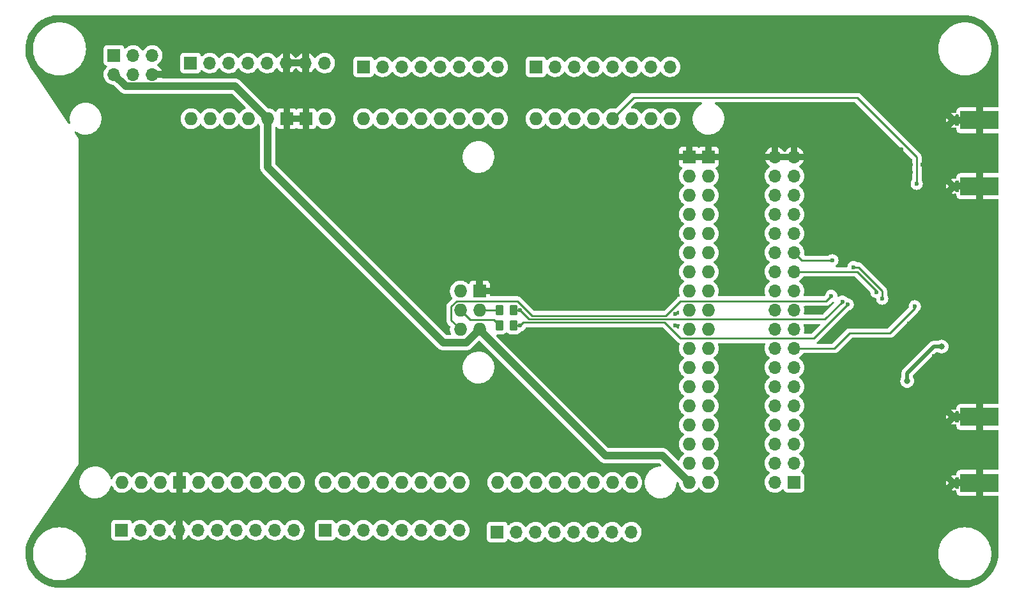
<source format=gbl>
%TF.GenerationSoftware,KiCad,Pcbnew,(6.0.10)*%
%TF.CreationDate,2025-05-12T09:08:36+02:00*%
%TF.ProjectId,Progetto Lidar,50726f67-6574-4746-9f20-4c696461722e,rev?*%
%TF.SameCoordinates,Original*%
%TF.FileFunction,Copper,L2,Bot*%
%TF.FilePolarity,Positive*%
%FSLAX46Y46*%
G04 Gerber Fmt 4.6, Leading zero omitted, Abs format (unit mm)*
G04 Created by KiCad (PCBNEW (6.0.10)) date 2025-05-12 09:08:36*
%MOMM*%
%LPD*%
G01*
G04 APERTURE LIST*
G04 Aperture macros list*
%AMRoundRect*
0 Rectangle with rounded corners*
0 $1 Rounding radius*
0 $2 $3 $4 $5 $6 $7 $8 $9 X,Y pos of 4 corners*
0 Add a 4 corners polygon primitive as box body*
4,1,4,$2,$3,$4,$5,$6,$7,$8,$9,$2,$3,0*
0 Add four circle primitives for the rounded corners*
1,1,$1+$1,$2,$3*
1,1,$1+$1,$4,$5*
1,1,$1+$1,$6,$7*
1,1,$1+$1,$8,$9*
0 Add four rect primitives between the rounded corners*
20,1,$1+$1,$2,$3,$4,$5,0*
20,1,$1+$1,$4,$5,$6,$7,0*
20,1,$1+$1,$6,$7,$8,$9,0*
20,1,$1+$1,$8,$9,$2,$3,0*%
G04 Aperture macros list end*
%TA.AperFunction,ComponentPad*%
%ADD10C,0.970000*%
%TD*%
%TA.AperFunction,SMDPad,CuDef*%
%ADD11R,5.080000X2.420000*%
%TD*%
%TA.AperFunction,SMDPad,CuDef*%
%ADD12R,0.950000X0.460000*%
%TD*%
%TA.AperFunction,ComponentPad*%
%ADD13R,1.700000X1.700000*%
%TD*%
%TA.AperFunction,ComponentPad*%
%ADD14O,1.700000X1.700000*%
%TD*%
%TA.AperFunction,SMDPad,CuDef*%
%ADD15RoundRect,0.250000X-0.262500X-0.450000X0.262500X-0.450000X0.262500X0.450000X-0.262500X0.450000X0*%
%TD*%
%TA.AperFunction,ComponentPad*%
%ADD16O,1.727200X1.727200*%
%TD*%
%TA.AperFunction,ComponentPad*%
%ADD17R,1.727200X1.727200*%
%TD*%
%TA.AperFunction,ViaPad*%
%ADD18C,0.600000*%
%TD*%
%TA.AperFunction,ViaPad*%
%ADD19C,0.800000*%
%TD*%
%TA.AperFunction,Conductor*%
%ADD20C,1.000000*%
%TD*%
%TA.AperFunction,Conductor*%
%ADD21C,0.250000*%
%TD*%
%TA.AperFunction,Conductor*%
%ADD22C,0.500000*%
%TD*%
G04 APERTURE END LIST*
D10*
%TO.P,J2,2,Ext*%
%TO.N,GND*%
X203512000Y-73214000D03*
D11*
X206952000Y-64454000D03*
D10*
X203512000Y-64454000D03*
D11*
X206952000Y-73214000D03*
D12*
X203962000Y-73214000D03*
X203962000Y-64454000D03*
%TD*%
D13*
%TO.P,J10,1,Pin_1*%
%TO.N,/ARD_AN_A8*%
X148154065Y-57372981D03*
D14*
%TO.P,J10,2,Pin_2*%
%TO.N,/ARD_AN_A9*%
X150694065Y-57372981D03*
%TO.P,J10,3,Pin_3*%
%TO.N,/ARD_AN_A10*%
X153234065Y-57372981D03*
%TO.P,J10,4,Pin_4*%
%TO.N,/ARD_AN_A11*%
X155774065Y-57372981D03*
%TO.P,J10,5,Pin_5*%
%TO.N,/ARD_V_REF*%
X158314065Y-57372981D03*
%TO.P,J10,6,Pin_6*%
%TO.N,/ARD_AN_DAC1*%
X160854065Y-57372981D03*
%TO.P,J10,7,Pin_7*%
%TO.N,/ARD_CAN_RX*%
X163394065Y-57372981D03*
%TO.P,J10,8,Pin_8*%
%TO.N,/ARD_CAN_TX*%
X165934065Y-57372981D03*
%TD*%
D12*
%TO.P,J1,2,Ext*%
%TO.N,GND*%
X203962000Y-103824000D03*
D10*
X203512000Y-112584000D03*
D11*
X206952000Y-103824000D03*
D12*
X203962000Y-112584000D03*
D11*
X206952000Y-112584000D03*
D10*
X203512000Y-103824000D03*
%TD*%
D13*
%TO.P,J8,1,Pin_1*%
%TO.N,/SPI_MISO*%
X92217000Y-55860000D03*
D14*
%TO.P,J8,2,Pin_2*%
%TO.N,+5V*%
X92217000Y-58400000D03*
%TO.P,J8,3,Pin_3*%
%TO.N,/SPI_SCK*%
X94757000Y-55860000D03*
%TO.P,J8,4,Pin_4*%
%TO.N,/SPI_MOSI*%
X94757000Y-58400000D03*
%TO.P,J8,5,Pin_5*%
%TO.N,/SPI_RESET*%
X97297000Y-55860000D03*
%TO.P,J8,6,Pin_6*%
%TO.N,GND*%
X97297000Y-58400000D03*
%TD*%
D13*
%TO.P,J7,1,Pin_1*%
%TO.N,unconnected-(J7-Pad1)*%
X102377000Y-56871000D03*
D14*
%TO.P,J7,2,Pin_2*%
%TO.N,/ARD_AN_IORF*%
X104917000Y-56871000D03*
%TO.P,J7,3,Pin_3*%
%TO.N,/ARD_AN_RST1*%
X107457000Y-56871000D03*
%TO.P,J7,4,Pin_4*%
%TO.N,/3V3_ARDUINO*%
X109997000Y-56871000D03*
%TO.P,J7,5,Pin_5*%
%TO.N,+5V*%
X112537000Y-56871000D03*
%TO.P,J7,6,Pin_6*%
%TO.N,GND*%
X115077000Y-56871000D03*
%TO.P,J7,7,Pin_7*%
X117617000Y-56871000D03*
%TO.P,J7,8,Pin_8*%
%TO.N,/ARD_VIN*%
X120157000Y-56871000D03*
%TD*%
D13*
%TO.P,J5,1,Pin_1*%
%TO.N,/ARD_GPIO_D7*%
X120217335Y-118864561D03*
D14*
%TO.P,J5,2,Pin_2*%
%TO.N,/ARD_GPIO_D6*%
X122757335Y-118864561D03*
%TO.P,J5,3,Pin_3*%
%TO.N,/ARD_GPIO_D5*%
X125297335Y-118864561D03*
%TO.P,J5,4,Pin_4*%
%TO.N,/ARD_GPIO_D4*%
X127837335Y-118864561D03*
%TO.P,J5,5,Pin_5*%
%TO.N,/ARD_GPIO_D3*%
X130377335Y-118864561D03*
%TO.P,J5,6,Pin_6*%
%TO.N,/ARD_GPIO_D2*%
X132917335Y-118864561D03*
%TO.P,J5,7,Pin_7*%
%TO.N,/ARD_SR_TX0*%
X135457335Y-118864561D03*
%TO.P,J5,8,Pin_8*%
%TO.N,/ARD_SR_RX0*%
X137997335Y-118864561D03*
%TD*%
D13*
%TO.P,J9,1,Pin_1*%
%TO.N,/ARD_AN_A0*%
X125311958Y-57372981D03*
D14*
%TO.P,J9,2,Pin_2*%
%TO.N,/ARD_AN_A1*%
X127851958Y-57372981D03*
%TO.P,J9,3,Pin_3*%
%TO.N,/ARD_AN_A2*%
X130391958Y-57372981D03*
%TO.P,J9,4,Pin_4*%
%TO.N,/ARD_AN_A3*%
X132931958Y-57372981D03*
%TO.P,J9,5,Pin_5*%
%TO.N,/ARD_AN_A4*%
X135471958Y-57372981D03*
%TO.P,J9,6,Pin_6*%
%TO.N,/ARD_AN_A5*%
X138011958Y-57372981D03*
%TO.P,J9,7,Pin_7*%
%TO.N,/ARD_AN_A6*%
X140551958Y-57372981D03*
%TO.P,J9,8,Pin_8*%
%TO.N,/ARD_AN_A7*%
X143091958Y-57372981D03*
%TD*%
D13*
%TO.P,J6,1,Pin_1*%
%TO.N,/ARD_SR_TX3*%
X143017000Y-119101000D03*
D14*
%TO.P,J6,2,Pin_2*%
%TO.N,/ARD_SR_RX3*%
X145557000Y-119101000D03*
%TO.P,J6,3,Pin_3*%
%TO.N,/ARD_SR_TX2*%
X148097000Y-119101000D03*
%TO.P,J6,4,Pin_4*%
%TO.N,/ARD_SR_RX2*%
X150637000Y-119101000D03*
%TO.P,J6,5,Pin_5*%
%TO.N,/ARD_SR_TX1*%
X153177000Y-119101000D03*
%TO.P,J6,6,Pin_6*%
%TO.N,/ARD_SR_RX1*%
X155717000Y-119101000D03*
%TO.P,J6,7,Pin_7*%
%TO.N,/ARD_I2C_SDA*%
X158257000Y-119101000D03*
%TO.P,J6,8,Pin_8*%
%TO.N,/ARD_I2C_SCL*%
X160797000Y-119101000D03*
%TD*%
D13*
%TO.P,J4,1,Pin_1*%
%TO.N,/ARD_I2C_SCL1*%
X93248000Y-118847000D03*
D14*
%TO.P,J4,2,Pin_2*%
%TO.N,/ARD_I2C_SDA1*%
X95788000Y-118847000D03*
%TO.P,J4,3,Pin_3*%
%TO.N,/ARD_AN_AREF*%
X98328000Y-118847000D03*
%TO.P,J4,4,Pin_4*%
%TO.N,GND*%
X100868000Y-118847000D03*
%TO.P,J4,5,Pin_5*%
%TO.N,/ARD_GPIO_D13*%
X103408000Y-118847000D03*
%TO.P,J4,6,Pin_6*%
%TO.N,/ARD_GPIO_D12*%
X105948000Y-118847000D03*
%TO.P,J4,7,Pin_7*%
%TO.N,/ARD_GPIO_D11*%
X108488000Y-118847000D03*
%TO.P,J4,8,Pin_8*%
%TO.N,/ARD_GPIO_D10*%
X111028000Y-118847000D03*
%TO.P,J4,9,Pin_9*%
%TO.N,/ARD_GPIO_D9*%
X113568000Y-118847000D03*
%TO.P,J4,10,Pin_10*%
%TO.N,/ARD_GPIO_D8*%
X116108000Y-118847000D03*
%TD*%
D15*
%TO.P,R8,1*%
%TO.N,Net-(IC_0-PadSCK)*%
X143359500Y-91694000D03*
%TO.P,R8,2*%
%TO.N,/SPI_SCK*%
X145184500Y-91694000D03*
%TD*%
D13*
%TO.P,J3,1,Pin_1*%
%TO.N,+5V*%
X182372000Y-112522000D03*
D14*
%TO.P,J3,2,Pin_2*%
X179832000Y-112522000D03*
%TO.P,J3,3,Pin_3*%
%TO.N,/ARD_GPIO_D22*%
X182372000Y-109982000D03*
%TO.P,J3,4,Pin_4*%
%TO.N,/ARD_GPIO_D23*%
X179832000Y-109982000D03*
%TO.P,J3,5,Pin_5*%
%TO.N,/ARD_BUFF_EN*%
X182372000Y-107442000D03*
%TO.P,J3,6,Pin_6*%
%TO.N,/ARD_GPIO_D25*%
X179832000Y-107442000D03*
%TO.P,J3,7,Pin_7*%
%TO.N,/ARD_GPIO_D26*%
X182372000Y-104902000D03*
%TO.P,J3,8,Pin_8*%
%TO.N,/ARD_GPIO_D27*%
X179832000Y-104902000D03*
%TO.P,J3,9,Pin_9*%
%TO.N,/ARD_GPIO_D28*%
X182372000Y-102362000D03*
%TO.P,J3,10,Pin_10*%
%TO.N,/ARD_GPIO_D29*%
X179832000Y-102362000D03*
%TO.P,J3,11,Pin_11*%
%TO.N,/ARD_GPIO_D30*%
X182372000Y-99822000D03*
%TO.P,J3,12,Pin_12*%
%TO.N,/ARD_GPIO_D31*%
X179832000Y-99822000D03*
%TO.P,J3,13,Pin_13*%
%TO.N,/ARD_GPIO_D32*%
X182372000Y-97282000D03*
%TO.P,J3,14,Pin_14*%
%TO.N,/ARD_GPIO_D33*%
X179832000Y-97282000D03*
%TO.P,J3,15,Pin_15*%
%TO.N,/TDC_START*%
X182372000Y-94742000D03*
%TO.P,J3,16,Pin_16*%
%TO.N,/ARD_GPIO_D35*%
X179832000Y-94742000D03*
%TO.P,J3,17,Pin_17*%
%TO.N,/ARD_GPIO_D36*%
X182372000Y-92202000D03*
%TO.P,J3,18,Pin_18*%
%TO.N,/ARD_GPIO_D37*%
X179832000Y-92202000D03*
%TO.P,J3,19,Pin_19*%
%TO.N,/ARD_GPIO_D38*%
X182372000Y-89662000D03*
%TO.P,J3,20,Pin_20*%
%TO.N,/ARD_GPIO_D39*%
X179832000Y-89662000D03*
%TO.P,J3,21,Pin_21*%
%TO.N,/ARD_GPIO_D40*%
X182372000Y-87122000D03*
%TO.P,J3,22,Pin_22*%
%TO.N,/ARD_GPIO_D41*%
X179832000Y-87122000D03*
%TO.P,J3,23,Pin_23*%
%TO.N,/ARD_TRIG*%
X182372000Y-84582000D03*
%TO.P,J3,24,Pin_24*%
%TO.N,/ARD_GPIO_D43*%
X179832000Y-84582000D03*
%TO.P,J3,25,Pin_25*%
%TO.N,/ARD_GPIO_44*%
X182372000Y-82042000D03*
%TO.P,J3,26,Pin_26*%
%TO.N,/ARD_GPIO_45*%
X179832000Y-82042000D03*
%TO.P,J3,27,Pin_27*%
%TO.N,/ARD_GPIO_46*%
X182372000Y-79502000D03*
%TO.P,J3,28,Pin_28*%
%TO.N,/ARD_GPIO_47*%
X179832000Y-79502000D03*
%TO.P,J3,29,Pin_29*%
%TO.N,/ARD_GPIO_48*%
X182372000Y-76962000D03*
%TO.P,J3,30,Pin_30*%
%TO.N,/ARD_GPIO_49*%
X179832000Y-76962000D03*
%TO.P,J3,31,Pin_31*%
%TO.N,/ARD_GPIO_50*%
X182372000Y-74422000D03*
%TO.P,J3,32,Pin_32*%
%TO.N,/ARD_GPIO_51*%
X179832000Y-74422000D03*
%TO.P,J3,33,Pin_33*%
%TO.N,/ARD_GPIO_52*%
X182372000Y-71882000D03*
%TO.P,J3,34,Pin_34*%
%TO.N,/ARD_GPIO_53*%
X179832000Y-71882000D03*
%TO.P,J3,35,Pin_35*%
%TO.N,GND*%
X182372000Y-69342000D03*
%TO.P,J3,36,Pin_36*%
X179832000Y-69342000D03*
%TD*%
D15*
%TO.P,R7,1*%
%TO.N,Net-(IC_0-PadMOSI)*%
X143359500Y-89662000D03*
%TO.P,R7,2*%
%TO.N,/SPI_MOSI*%
X145184500Y-89662000D03*
%TD*%
D16*
%TO.P,IC_0,*%
%TO.N,*%
X102440000Y-64262000D03*
%TO.P,IC_0,3V3,3.3V*%
%TO.N,/3V3_ARDUINO*%
X110060000Y-64262000D03*
%TO.P,IC_0,5V1,5V*%
%TO.N,+5V*%
X112600000Y-64262000D03*
%TO.P,IC_0,5V2,SPI_5V*%
X140667000Y-92202000D03*
%TO.P,IC_0,5V3,5V*%
X168480000Y-112522000D03*
%TO.P,IC_0,5V4,5V*%
X171020000Y-112522000D03*
%TO.P,IC_0,A0,A0*%
%TO.N,/ARD_AN_A0*%
X125300000Y-64262000D03*
%TO.P,IC_0,A1,A1*%
%TO.N,/ARD_AN_A1*%
X127840000Y-64262000D03*
%TO.P,IC_0,A2,A2*%
%TO.N,/ARD_AN_A2*%
X130380000Y-64262000D03*
%TO.P,IC_0,A3,A3*%
%TO.N,/ARD_AN_A3*%
X132920000Y-64262000D03*
%TO.P,IC_0,A4,A4*%
%TO.N,/ARD_AN_A4*%
X135460000Y-64262000D03*
%TO.P,IC_0,A5,A5*%
%TO.N,/ARD_AN_A5*%
X138000000Y-64262000D03*
%TO.P,IC_0,A6,A6*%
%TO.N,/ARD_AN_A6*%
X140540000Y-64262000D03*
%TO.P,IC_0,A7,A7*%
%TO.N,/ARD_AN_A7*%
X143080000Y-64262000D03*
%TO.P,IC_0,A8,A8*%
%TO.N,/ARD_AN_A8*%
X148160000Y-64262000D03*
%TO.P,IC_0,A9,A9*%
%TO.N,/ARD_AN_A9*%
X150700000Y-64262000D03*
%TO.P,IC_0,A10,A10*%
%TO.N,/ARD_AN_A10*%
X153240000Y-64262000D03*
%TO.P,IC_0,A11,A11*%
%TO.N,/ARD_AN_A11*%
X155780000Y-64262000D03*
%TO.P,IC_0,AREF,AREF*%
%TO.N,/ARD_AN_AREF*%
X98376000Y-112522000D03*
%TO.P,IC_0,CANR,CANRX*%
%TO.N,/ARD_CAN_RX*%
X163400000Y-64262000D03*
%TO.P,IC_0,CANT,CANTX*%
%TO.N,/ARD_CAN_TX*%
X165940000Y-64262000D03*
%TO.P,IC_0,D0,D0/RX0*%
%TO.N,/ARD_SR_RX0*%
X138000000Y-112522000D03*
%TO.P,IC_0,D1,D1/TX0*%
%TO.N,/ARD_SR_TX0*%
X135460000Y-112522000D03*
%TO.P,IC_0,D2,D2*%
%TO.N,/ARD_GPIO_D2*%
X132920000Y-112522000D03*
%TO.P,IC_0,D3,D3*%
%TO.N,/ARD_GPIO_D3*%
X130380000Y-112522000D03*
%TO.P,IC_0,D4,D4_CS1*%
%TO.N,/ARD_GPIO_D4*%
X127840000Y-112522000D03*
%TO.P,IC_0,D5,D5*%
%TO.N,/ARD_GPIO_D5*%
X125300000Y-112522000D03*
%TO.P,IC_0,D6,D6*%
%TO.N,/ARD_GPIO_D6*%
X122760000Y-112522000D03*
%TO.P,IC_0,D7,D7*%
%TO.N,/ARD_GPIO_D7*%
X120220000Y-112522000D03*
%TO.P,IC_0,D8,D8*%
%TO.N,/ARD_GPIO_D8*%
X116156000Y-112522000D03*
%TO.P,IC_0,D9,D9*%
%TO.N,/ARD_GPIO_D9*%
X113616000Y-112522000D03*
%TO.P,IC_0,D10,D10_CS0*%
%TO.N,/ARD_GPIO_D10*%
X111076000Y-112522000D03*
%TO.P,IC_0,D11,D11*%
%TO.N,/ARD_GPIO_D11*%
X108536000Y-112522000D03*
%TO.P,IC_0,D12,D12*%
%TO.N,/ARD_GPIO_D12*%
X105996000Y-112522000D03*
%TO.P,IC_0,D13,D13*%
%TO.N,/ARD_GPIO_D13*%
X103456000Y-112522000D03*
%TO.P,IC_0,D14,D14/TX3*%
%TO.N,/ARD_SR_TX3*%
X143080000Y-112522000D03*
%TO.P,IC_0,D15,D15/RX3*%
%TO.N,/ARD_SR_RX3*%
X145620000Y-112522000D03*
%TO.P,IC_0,D16,D16/TX2*%
%TO.N,/ARD_SR_TX2*%
X148160000Y-112522000D03*
%TO.P,IC_0,D17,D17/RX2*%
%TO.N,/ARD_SR_RX2*%
X150700000Y-112522000D03*
%TO.P,IC_0,D18,D18/TX1*%
%TO.N,/ARD_SR_TX1*%
X153240000Y-112522000D03*
%TO.P,IC_0,D19,D19/RX1*%
%TO.N,/ARD_SR_RX1*%
X155780000Y-112522000D03*
%TO.P,IC_0,D20,D20/SDA*%
%TO.N,/ARD_I2C_SDA*%
X158320000Y-112522000D03*
%TO.P,IC_0,D21,D21/SCL*%
%TO.N,/ARD_I2C_SCL*%
X160860000Y-112522000D03*
%TO.P,IC_0,D22,D22*%
%TO.N,/ARD_GPIO_D22*%
X168480000Y-109982000D03*
%TO.P,IC_0,D23,D23*%
%TO.N,/ARD_GPIO_D23*%
X171020000Y-109982000D03*
%TO.P,IC_0,D24,D24*%
%TO.N,/ARD_BUFF_EN*%
X168480000Y-107442000D03*
%TO.P,IC_0,D25,D25*%
%TO.N,/ARD_GPIO_D25*%
X171020000Y-107442000D03*
%TO.P,IC_0,D26,D26*%
%TO.N,/ARD_GPIO_D26*%
X168480000Y-104902000D03*
%TO.P,IC_0,D27,D27*%
%TO.N,/ARD_GPIO_D27*%
X171020000Y-104902000D03*
%TO.P,IC_0,D28,D28*%
%TO.N,/ARD_GPIO_D28*%
X168480000Y-102362000D03*
%TO.P,IC_0,D29,D29*%
%TO.N,/ARD_GPIO_D29*%
X171020000Y-102362000D03*
%TO.P,IC_0,D30,D30*%
%TO.N,/ARD_GPIO_D30*%
X168480000Y-99822000D03*
%TO.P,IC_0,D31,D31*%
%TO.N,/ARD_GPIO_D31*%
X171020000Y-99822000D03*
%TO.P,IC_0,D32,D32*%
%TO.N,/ARD_GPIO_D32*%
X168480000Y-97282000D03*
%TO.P,IC_0,D33,D33*%
%TO.N,/ARD_GPIO_D33*%
X171020000Y-97282000D03*
%TO.P,IC_0,D34,D34*%
%TO.N,/TDC_START*%
X168480000Y-94742000D03*
%TO.P,IC_0,D35,D35*%
%TO.N,/ARD_GPIO_D35*%
X171020000Y-94742000D03*
%TO.P,IC_0,D36,D36*%
%TO.N,/ARD_GPIO_D36*%
X168480000Y-92202000D03*
%TO.P,IC_0,D37,D37*%
%TO.N,/ARD_GPIO_D37*%
X171020000Y-92202000D03*
%TO.P,IC_0,D38,D38*%
%TO.N,/ARD_GPIO_D38*%
X168480000Y-89662000D03*
%TO.P,IC_0,D39,D39*%
%TO.N,/ARD_GPIO_D39*%
X171020000Y-89662000D03*
%TO.P,IC_0,D40,D40*%
%TO.N,/ARD_GPIO_D40*%
X168480000Y-87122000D03*
%TO.P,IC_0,D41,D41*%
%TO.N,/ARD_GPIO_D41*%
X171020000Y-87122000D03*
%TO.P,IC_0,D42,D42*%
%TO.N,/ARD_TRIG*%
X168480000Y-84582000D03*
%TO.P,IC_0,D43,D43*%
%TO.N,/ARD_GPIO_D43*%
X171020000Y-84582000D03*
%TO.P,IC_0,D44,D44*%
%TO.N,/ARD_GPIO_44*%
X168480000Y-82042000D03*
%TO.P,IC_0,D45,D45*%
%TO.N,/ARD_GPIO_45*%
X171020000Y-82042000D03*
%TO.P,IC_0,D46,D46*%
%TO.N,/ARD_GPIO_46*%
X168480000Y-79502000D03*
%TO.P,IC_0,D47,D47*%
%TO.N,/ARD_GPIO_47*%
X171020000Y-79502000D03*
%TO.P,IC_0,D48,D48*%
%TO.N,/ARD_GPIO_48*%
X168480000Y-76962000D03*
%TO.P,IC_0,D49,D49*%
%TO.N,/ARD_GPIO_49*%
X171020000Y-76962000D03*
%TO.P,IC_0,D50,D50*%
%TO.N,/ARD_GPIO_50*%
X168480000Y-74422000D03*
%TO.P,IC_0,D51,D51*%
%TO.N,/ARD_GPIO_51*%
X171020000Y-74422000D03*
%TO.P,IC_0,D52,D52_CS2*%
%TO.N,/ARD_GPIO_52*%
X168480000Y-71882000D03*
%TO.P,IC_0,D53,D53*%
%TO.N,/ARD_GPIO_53*%
X171020000Y-71882000D03*
%TO.P,IC_0,DAC0,DAC0*%
%TO.N,/ARD_V_REF*%
X158320000Y-64262000D03*
%TO.P,IC_0,DAC1,DAC1*%
%TO.N,/ARD_AN_DAC1*%
X160860000Y-64262000D03*
D17*
%TO.P,IC_0,GND1,GND*%
%TO.N,GND*%
X100916000Y-112522000D03*
%TO.P,IC_0,GND2,GND*%
X115140000Y-64262000D03*
%TO.P,IC_0,GND3,GND*%
X117680000Y-64262000D03*
%TO.P,IC_0,GND4,SPI_GND*%
X140667000Y-87122000D03*
%TO.P,IC_0,GND5,GND*%
X168480000Y-69342000D03*
%TO.P,IC_0,GND6,GND*%
X171020000Y-69342000D03*
D16*
%TO.P,IC_0,IORF,IOREF*%
%TO.N,/ARD_AN_IORF*%
X104980000Y-64262000D03*
%TO.P,IC_0,MISO,SPI_MISO*%
%TO.N,/SPI_MISO*%
X138127000Y-92202000D03*
%TO.P,IC_0,MOSI,SPI_MOSI*%
%TO.N,Net-(IC_0-PadMOSI)*%
X140667000Y-89662000D03*
%TO.P,IC_0,RST1,RESET*%
%TO.N,/ARD_AN_RST1*%
X107520000Y-64262000D03*
%TO.P,IC_0,RST2,SPI_RESET*%
%TO.N,/SPI_RESET*%
X138127000Y-87122000D03*
%TO.P,IC_0,SCK,SPI_SCK*%
%TO.N,Net-(IC_0-PadSCK)*%
X138127000Y-89662000D03*
%TO.P,IC_0,SCL1,SCL1*%
%TO.N,/ARD_I2C_SCL1*%
X93296000Y-112522000D03*
%TO.P,IC_0,SDA1,SDA1*%
%TO.N,/ARD_I2C_SDA1*%
X95836000Y-112522000D03*
%TO.P,IC_0,VIN,VIN*%
%TO.N,/ARD_VIN*%
X120220000Y-64262000D03*
%TD*%
D18*
%TO.N,/SPI_CS*%
X194056000Y-88138000D03*
X190246000Y-83957500D03*
%TO.N,/ARD_V_REF*%
X198628000Y-72898000D03*
%TO.N,/ARD_TRIG*%
X193294000Y-87259500D03*
D19*
%TO.N,GND*%
X192024000Y-80010000D03*
D18*
X188214000Y-54102000D03*
X160020000Y-95504000D03*
X199898000Y-75184000D03*
X201676000Y-98552000D03*
X194818000Y-81026000D03*
X166624000Y-91694000D03*
X197866000Y-71374000D03*
X201422000Y-70104000D03*
X199136000Y-90424000D03*
X199898000Y-72136000D03*
X160020000Y-84074000D03*
X195326000Y-107696000D03*
X198628000Y-78740000D03*
X197612000Y-72898000D03*
X203200000Y-86106000D03*
X132080000Y-77470000D03*
X202692000Y-108712000D03*
X201676000Y-101600000D03*
D19*
X197104000Y-94742000D03*
D18*
X196342000Y-81026000D03*
X200914000Y-95758000D03*
X193294000Y-67818000D03*
X199898000Y-71120000D03*
X195326000Y-91186000D03*
X199644000Y-109728000D03*
X200152000Y-97536000D03*
X199644000Y-108712000D03*
X194818000Y-82042000D03*
X196850000Y-71374000D03*
X160020000Y-101346000D03*
X154686000Y-84074000D03*
X201676000Y-99568000D03*
X195326000Y-104648000D03*
X196342000Y-107696000D03*
X196850000Y-70358000D03*
X199136000Y-93472000D03*
X154432000Y-95504000D03*
X132080000Y-71628000D03*
X200660000Y-109728000D03*
X201676000Y-105664000D03*
X194818000Y-80010000D03*
X200660000Y-108712000D03*
X196342000Y-82042000D03*
X199136000Y-91440000D03*
X199898000Y-74168000D03*
X184658000Y-92202000D03*
X194818000Y-83058000D03*
X196342000Y-85090000D03*
X198628000Y-109728000D03*
X111760000Y-96012000D03*
X202438000Y-70104000D03*
X194818000Y-86106000D03*
X112014000Y-101854000D03*
X117348000Y-101854000D03*
X195326000Y-105664000D03*
X197612000Y-92456000D03*
X192278000Y-67818000D03*
X198628000Y-108712000D03*
X201676000Y-106680000D03*
X154686000Y-101346000D03*
X195580000Y-67818000D03*
X117348000Y-96012000D03*
X193802000Y-85090000D03*
X197866000Y-79502000D03*
X201676000Y-97536000D03*
X126492000Y-71628000D03*
X192278000Y-68834000D03*
X201676000Y-96520000D03*
X197612000Y-91440000D03*
X201676000Y-109728000D03*
X196342000Y-108712000D03*
X195326000Y-109728000D03*
X192278000Y-69850000D03*
X194818000Y-85090000D03*
X202692000Y-106680000D03*
X194818000Y-84074000D03*
X199390000Y-70358000D03*
X195580000Y-79248000D03*
X192278000Y-70866000D03*
X196342000Y-104648000D03*
X195326000Y-108712000D03*
X200152000Y-98552000D03*
X126746000Y-77470000D03*
X197104000Y-80264000D03*
X201422000Y-67564000D03*
X197612000Y-93472000D03*
X201676000Y-104648000D03*
X197358000Y-108712000D03*
X200406000Y-70358000D03*
X160020000Y-78232000D03*
X184658000Y-89662000D03*
X166624000Y-90170000D03*
X197358000Y-85090000D03*
X192278000Y-71882000D03*
X201676000Y-108712000D03*
X202438000Y-67564000D03*
X196342000Y-109728000D03*
X197866000Y-70358000D03*
X201676000Y-102616000D03*
X196596000Y-78486000D03*
X196342000Y-84074000D03*
X154432000Y-78232000D03*
X196342000Y-105664000D03*
X200152000Y-99568000D03*
X199136000Y-92456000D03*
X198120000Y-94996000D03*
X197358000Y-109728000D03*
X196342000Y-83058000D03*
X202692000Y-109728000D03*
X201676000Y-100584000D03*
X199898000Y-73152000D03*
X196596000Y-68326000D03*
%TO.N,/SPI_MISO*%
X187301500Y-87780500D03*
%TO.N,/SPI_MOSI*%
X146050000Y-89662000D03*
X188768903Y-88542452D03*
%TO.N,/SPI_SCK*%
X146050000Y-91694000D03*
X189484000Y-88900000D03*
D19*
%TO.N,+3V3*%
X197358000Y-99060000D03*
X201930000Y-94488000D03*
D18*
%TO.N,/TDC_START*%
X198374000Y-89154000D03*
%TO.N,/ARD_GPIO_44*%
X187452000Y-83058000D03*
%TD*%
D20*
%TO.N,+5V*%
X139929500Y-92939500D02*
X140667000Y-92202000D01*
X140667000Y-92280000D02*
X157353000Y-108966000D01*
X135890000Y-93980000D02*
X138889000Y-93980000D01*
X140667000Y-92202000D02*
X140667000Y-92280000D01*
X157353000Y-108966000D02*
X164924000Y-108966000D01*
X164924000Y-108966000D02*
X168480000Y-112522000D01*
X108288000Y-59950000D02*
X112600000Y-64262000D01*
X112600000Y-64262000D02*
X112600000Y-70690000D01*
X93767000Y-59950000D02*
X108288000Y-59950000D01*
X92217000Y-58400000D02*
X93767000Y-59950000D01*
X112600000Y-70690000D02*
X135890000Y-93980000D01*
X138889000Y-93980000D02*
X139929500Y-92939500D01*
D21*
%TO.N,/SPI_CS*%
X190891500Y-83957500D02*
X194056000Y-87122000D01*
X194056000Y-87122000D02*
X194056000Y-88138000D01*
X190246000Y-83957500D02*
X190891500Y-83957500D01*
%TO.N,/ARD_V_REF*%
X190754000Y-61468000D02*
X161114000Y-61468000D01*
X161114000Y-61468000D02*
X158320000Y-64262000D01*
X198628000Y-72898000D02*
X198628000Y-69342000D01*
X198628000Y-69342000D02*
X190754000Y-61468000D01*
%TO.N,/ARD_TRIG*%
X182372000Y-84582000D02*
X190754000Y-84582000D01*
X190754000Y-84582000D02*
X193294000Y-87122000D01*
X193294000Y-87122000D02*
X193294000Y-87259500D01*
%TO.N,/SPI_MISO*%
X137634665Y-88473400D02*
X136938400Y-89169665D01*
X187301500Y-87780500D02*
X186608600Y-88473400D01*
X136938400Y-91013400D02*
X138127000Y-92202000D01*
X145745284Y-88473400D02*
X137634665Y-88473400D01*
X186608600Y-88473400D02*
X167304600Y-88473400D01*
X147672484Y-90400600D02*
X145745284Y-88473400D01*
X167304600Y-88473400D02*
X165377400Y-90400600D01*
X136938400Y-89169665D02*
X136938400Y-91013400D01*
X165377400Y-90400600D02*
X147672484Y-90400600D01*
%TO.N,/SPI_MOSI*%
X186460755Y-90850600D02*
X188768903Y-88542452D01*
X147238600Y-90850600D02*
X186460755Y-90850600D01*
X146050000Y-89662000D02*
X145184500Y-89662000D01*
X146050000Y-89662000D02*
X147238600Y-90850600D01*
%TO.N,/SPI_SCK*%
X146050000Y-91694000D02*
X146443400Y-91300600D01*
X146443400Y-91300600D02*
X165214600Y-91300600D01*
X146050000Y-91694000D02*
X145184500Y-91694000D01*
X167304600Y-93390600D02*
X184993400Y-93390600D01*
X165214600Y-91300600D02*
X167304600Y-93390600D01*
X184993400Y-93390600D02*
X189484000Y-88900000D01*
D22*
%TO.N,+3V3*%
X197358000Y-98044000D02*
X200914000Y-94488000D01*
X200914000Y-94488000D02*
X201930000Y-94488000D01*
X197358000Y-99060000D02*
X197358000Y-98044000D01*
D21*
%TO.N,/TDC_START*%
X195072000Y-92710000D02*
X198374000Y-89408000D01*
X198374000Y-89408000D02*
X198374000Y-89154000D01*
X189738000Y-92710000D02*
X195072000Y-92710000D01*
X187706000Y-94742000D02*
X189738000Y-92710000D01*
X182372000Y-94742000D02*
X187706000Y-94742000D01*
%TO.N,Net-(IC_0-PadMOSI)*%
X143359500Y-89662000D02*
X140667000Y-89662000D01*
%TO.N,Net-(IC_0-PadSCK)*%
X142597500Y-90932000D02*
X143359500Y-91694000D01*
X138127000Y-89662000D02*
X139397000Y-90932000D01*
X139397000Y-90932000D02*
X142597500Y-90932000D01*
%TO.N,/ARD_GPIO_44*%
X183388000Y-83058000D02*
X182372000Y-82042000D01*
X187452000Y-83058000D02*
X183388000Y-83058000D01*
%TD*%
%TA.AperFunction,Conductor*%
%TO.N,GND*%
G36*
X204961850Y-50510925D02*
G01*
X204972137Y-50512973D01*
X204981071Y-50512185D01*
X204981072Y-50512185D01*
X204984333Y-50511897D01*
X204992668Y-50511162D01*
X205014528Y-50511138D01*
X205383893Y-50542898D01*
X205394817Y-50544321D01*
X205790053Y-50613480D01*
X205800810Y-50615851D01*
X206188505Y-50719268D01*
X206199012Y-50722570D01*
X206576183Y-50859450D01*
X206586348Y-50863650D01*
X206950154Y-51032965D01*
X206959921Y-51038042D01*
X207307529Y-51238474D01*
X207316822Y-51244388D01*
X207645580Y-51474405D01*
X207654321Y-51481108D01*
X207961750Y-51738974D01*
X207969872Y-51746416D01*
X208253584Y-52030128D01*
X208261026Y-52038250D01*
X208518892Y-52345679D01*
X208525595Y-52354420D01*
X208755612Y-52683178D01*
X208761526Y-52692471D01*
X208961958Y-53040079D01*
X208967035Y-53049846D01*
X209111449Y-53360145D01*
X209136347Y-53413644D01*
X209140550Y-53423817D01*
X209223295Y-53651818D01*
X209277430Y-53800986D01*
X209280732Y-53811495D01*
X209384149Y-54199190D01*
X209386520Y-54209947D01*
X209455679Y-54605183D01*
X209457102Y-54616106D01*
X209483668Y-54925064D01*
X209488224Y-54978056D01*
X209487892Y-55002983D01*
X209486499Y-55015323D01*
X209488036Y-55024166D01*
X209488036Y-55024168D01*
X209489639Y-55033390D01*
X209491500Y-55054965D01*
X209491500Y-62610000D01*
X209471498Y-62678121D01*
X209417842Y-62724614D01*
X209365500Y-62736000D01*
X207420115Y-62736000D01*
X207404876Y-62740475D01*
X207403671Y-62741865D01*
X207402000Y-62749548D01*
X207402000Y-66153884D01*
X207406475Y-66169123D01*
X207407865Y-66170328D01*
X207415548Y-66171999D01*
X209365500Y-66171999D01*
X209433621Y-66192001D01*
X209480114Y-66245657D01*
X209491500Y-66297999D01*
X209491500Y-71370000D01*
X209471498Y-71438121D01*
X209417842Y-71484614D01*
X209365500Y-71496000D01*
X207420115Y-71496000D01*
X207404876Y-71500475D01*
X207403671Y-71501865D01*
X207402000Y-71509548D01*
X207402000Y-74913884D01*
X207406475Y-74929123D01*
X207407865Y-74930328D01*
X207415548Y-74931999D01*
X209365500Y-74931999D01*
X209433621Y-74952001D01*
X209480114Y-75005657D01*
X209491500Y-75057999D01*
X209491500Y-101980000D01*
X209471498Y-102048121D01*
X209417842Y-102094614D01*
X209365500Y-102106000D01*
X207420115Y-102106000D01*
X207404876Y-102110475D01*
X207403671Y-102111865D01*
X207402000Y-102119548D01*
X207402000Y-105523884D01*
X207406475Y-105539123D01*
X207407865Y-105540328D01*
X207415548Y-105541999D01*
X209365500Y-105541999D01*
X209433621Y-105562001D01*
X209480114Y-105615657D01*
X209491500Y-105667999D01*
X209491500Y-110740000D01*
X209471498Y-110808121D01*
X209417842Y-110854614D01*
X209365500Y-110866000D01*
X207420115Y-110866000D01*
X207404876Y-110870475D01*
X207403671Y-110871865D01*
X207402000Y-110879548D01*
X207402000Y-114283884D01*
X207406475Y-114299123D01*
X207407865Y-114300328D01*
X207415548Y-114301999D01*
X209365500Y-114301999D01*
X209433621Y-114322001D01*
X209480114Y-114375657D01*
X209491500Y-114427999D01*
X209491500Y-121935980D01*
X209488977Y-121961069D01*
X209488927Y-121961313D01*
X209488927Y-121961318D01*
X209487141Y-121970106D01*
X209487894Y-121979047D01*
X209488874Y-121990690D01*
X209488814Y-122012523D01*
X209455699Y-122381551D01*
X209454246Y-122392411D01*
X209394540Y-122727198D01*
X209383828Y-122787260D01*
X209381437Y-122797953D01*
X209276981Y-123185191D01*
X209273670Y-123195636D01*
X209135966Y-123572340D01*
X209131766Y-123582444D01*
X209050292Y-123756657D01*
X208961851Y-123945767D01*
X208956782Y-123955480D01*
X208755956Y-124302650D01*
X208750065Y-124311885D01*
X208721093Y-124353211D01*
X208519826Y-124640310D01*
X208513152Y-124649000D01*
X208255254Y-124956176D01*
X208247850Y-124964253D01*
X207964253Y-125247850D01*
X207956176Y-125255254D01*
X207672342Y-125493555D01*
X207649000Y-125513152D01*
X207640311Y-125519826D01*
X207531613Y-125596027D01*
X207311887Y-125750063D01*
X207302650Y-125755956D01*
X206955480Y-125956782D01*
X206945767Y-125961851D01*
X206582444Y-126131766D01*
X206572345Y-126135964D01*
X206416391Y-126192973D01*
X206195636Y-126273670D01*
X206185190Y-126276981D01*
X205797946Y-126381438D01*
X205787267Y-126383826D01*
X205392412Y-126454246D01*
X205381553Y-126455699D01*
X205019934Y-126488150D01*
X204995032Y-126487913D01*
X204982645Y-126486564D01*
X204973729Y-126488150D01*
X204965841Y-126489553D01*
X204943775Y-126491500D01*
X85049367Y-126491500D01*
X85029982Y-126490000D01*
X85015148Y-126487690D01*
X85015145Y-126487690D01*
X85006276Y-126486309D01*
X84997374Y-126487473D01*
X84986267Y-126488925D01*
X84964160Y-126489856D01*
X84592098Y-126472794D01*
X84580602Y-126471737D01*
X84181857Y-126416570D01*
X84170509Y-126414467D01*
X84028889Y-126381437D01*
X83778481Y-126323035D01*
X83767371Y-126319901D01*
X83496814Y-126230007D01*
X83385348Y-126192971D01*
X83374580Y-126188837D01*
X83176456Y-126102152D01*
X83005773Y-126027473D01*
X82995431Y-126022371D01*
X82642938Y-125827928D01*
X82633109Y-125821902D01*
X82299912Y-125596027D01*
X82290663Y-125589119D01*
X81979528Y-125333691D01*
X81970951Y-125325965D01*
X81684496Y-125043128D01*
X81676670Y-125034659D01*
X81417307Y-124726794D01*
X81410283Y-124717637D01*
X81404749Y-124709692D01*
X81180181Y-124387319D01*
X81174024Y-124377554D01*
X80975130Y-124027583D01*
X80969892Y-124017296D01*
X80803861Y-123650584D01*
X80799586Y-123639860D01*
X80667810Y-123259476D01*
X80664538Y-123248415D01*
X80651520Y-123195636D01*
X80568136Y-122857593D01*
X80565887Y-122846271D01*
X80505654Y-122448238D01*
X80504452Y-122436756D01*
X80481530Y-122045608D01*
X80480903Y-122034902D01*
X80480756Y-122023364D01*
X80481531Y-122000000D01*
X81486685Y-122000000D01*
X81505931Y-122367241D01*
X81506444Y-122370481D01*
X81506445Y-122370489D01*
X81522228Y-122470137D01*
X81563459Y-122730459D01*
X81658639Y-123085674D01*
X81659824Y-123088762D01*
X81659825Y-123088764D01*
X81709902Y-123219218D01*
X81790427Y-123428994D01*
X81791925Y-123431934D01*
X81863466Y-123572340D01*
X81957380Y-123756657D01*
X82157668Y-124065075D01*
X82389098Y-124350867D01*
X82649133Y-124610902D01*
X82934925Y-124842332D01*
X82937700Y-124844134D01*
X83237879Y-125039072D01*
X83243342Y-125042620D01*
X83246276Y-125044115D01*
X83246283Y-125044119D01*
X83568066Y-125208075D01*
X83571006Y-125209573D01*
X83780782Y-125290098D01*
X83882888Y-125329293D01*
X83914326Y-125341361D01*
X84269541Y-125436541D01*
X84462558Y-125467112D01*
X84629511Y-125493555D01*
X84629519Y-125493556D01*
X84632759Y-125494069D01*
X85000000Y-125513315D01*
X85367241Y-125494069D01*
X85370481Y-125493556D01*
X85370489Y-125493555D01*
X85537442Y-125467112D01*
X85730459Y-125436541D01*
X86085674Y-125341361D01*
X86117113Y-125329293D01*
X86219218Y-125290098D01*
X86428994Y-125209573D01*
X86431934Y-125208075D01*
X86753717Y-125044119D01*
X86753724Y-125044115D01*
X86756658Y-125042620D01*
X86762122Y-125039072D01*
X87062300Y-124844134D01*
X87065075Y-124842332D01*
X87350867Y-124610902D01*
X87610902Y-124350867D01*
X87842332Y-124065075D01*
X88042620Y-123756657D01*
X88136535Y-123572340D01*
X88208075Y-123431934D01*
X88209573Y-123428994D01*
X88290098Y-123219218D01*
X88340175Y-123088764D01*
X88340176Y-123088762D01*
X88341361Y-123085674D01*
X88436541Y-122730459D01*
X88477772Y-122470137D01*
X88493555Y-122370489D01*
X88493556Y-122370481D01*
X88494069Y-122367241D01*
X88513315Y-122000000D01*
X201486685Y-122000000D01*
X201505931Y-122367241D01*
X201506444Y-122370481D01*
X201506445Y-122370489D01*
X201522228Y-122470137D01*
X201563459Y-122730459D01*
X201658639Y-123085674D01*
X201659824Y-123088762D01*
X201659825Y-123088764D01*
X201709902Y-123219218D01*
X201790427Y-123428994D01*
X201791925Y-123431934D01*
X201863466Y-123572340D01*
X201957380Y-123756657D01*
X202157668Y-124065075D01*
X202389098Y-124350867D01*
X202649133Y-124610902D01*
X202934925Y-124842332D01*
X202937700Y-124844134D01*
X203237879Y-125039072D01*
X203243342Y-125042620D01*
X203246276Y-125044115D01*
X203246283Y-125044119D01*
X203568066Y-125208075D01*
X203571006Y-125209573D01*
X203780782Y-125290098D01*
X203882888Y-125329293D01*
X203914326Y-125341361D01*
X204269541Y-125436541D01*
X204462558Y-125467112D01*
X204629511Y-125493555D01*
X204629519Y-125493556D01*
X204632759Y-125494069D01*
X205000000Y-125513315D01*
X205367241Y-125494069D01*
X205370481Y-125493556D01*
X205370489Y-125493555D01*
X205537442Y-125467112D01*
X205730459Y-125436541D01*
X206085674Y-125341361D01*
X206117113Y-125329293D01*
X206219218Y-125290098D01*
X206428994Y-125209573D01*
X206431934Y-125208075D01*
X206753717Y-125044119D01*
X206753724Y-125044115D01*
X206756658Y-125042620D01*
X206762122Y-125039072D01*
X207062300Y-124844134D01*
X207065075Y-124842332D01*
X207350867Y-124610902D01*
X207610902Y-124350867D01*
X207842332Y-124065075D01*
X208042620Y-123756657D01*
X208136535Y-123572340D01*
X208208075Y-123431934D01*
X208209573Y-123428994D01*
X208290098Y-123219218D01*
X208340175Y-123088764D01*
X208340176Y-123088762D01*
X208341361Y-123085674D01*
X208436541Y-122730459D01*
X208477772Y-122470137D01*
X208493555Y-122370489D01*
X208493556Y-122370481D01*
X208494069Y-122367241D01*
X208513315Y-122000000D01*
X208494069Y-121632759D01*
X208492213Y-121621036D01*
X208467112Y-121462558D01*
X208436541Y-121269541D01*
X208341361Y-120914326D01*
X208297365Y-120799711D01*
X208210757Y-120574091D01*
X208209573Y-120571006D01*
X208149316Y-120452745D01*
X208044119Y-120246284D01*
X208044115Y-120246277D01*
X208042620Y-120243343D01*
X208025575Y-120217095D01*
X207872379Y-119981193D01*
X207842332Y-119934925D01*
X207610902Y-119649133D01*
X207350867Y-119389098D01*
X207065075Y-119157668D01*
X206961526Y-119090423D01*
X206759427Y-118959178D01*
X206759424Y-118959176D01*
X206756658Y-118957380D01*
X206753724Y-118955885D01*
X206753717Y-118955881D01*
X206431934Y-118791925D01*
X206428994Y-118790427D01*
X206106726Y-118666720D01*
X206088764Y-118659825D01*
X206088762Y-118659824D01*
X206085674Y-118658639D01*
X205730459Y-118563459D01*
X205537442Y-118532888D01*
X205370489Y-118506445D01*
X205370481Y-118506444D01*
X205367241Y-118505931D01*
X205000000Y-118486685D01*
X204632759Y-118505931D01*
X204629519Y-118506444D01*
X204629511Y-118506445D01*
X204462558Y-118532888D01*
X204269541Y-118563459D01*
X203914326Y-118658639D01*
X203911238Y-118659824D01*
X203911236Y-118659825D01*
X203893274Y-118666720D01*
X203571006Y-118790427D01*
X203568066Y-118791925D01*
X203246284Y-118955881D01*
X203246277Y-118955885D01*
X203243343Y-118957380D01*
X202934925Y-119157668D01*
X202649133Y-119389098D01*
X202389098Y-119649133D01*
X202157668Y-119934925D01*
X202127621Y-119981193D01*
X201974426Y-120217095D01*
X201957380Y-120243343D01*
X201955885Y-120246277D01*
X201955881Y-120246284D01*
X201850684Y-120452745D01*
X201790427Y-120571006D01*
X201789243Y-120574091D01*
X201702636Y-120799711D01*
X201658639Y-120914326D01*
X201563459Y-121269541D01*
X201532888Y-121462558D01*
X201507788Y-121621036D01*
X201505931Y-121632759D01*
X201486685Y-122000000D01*
X88513315Y-122000000D01*
X88494069Y-121632759D01*
X88492213Y-121621036D01*
X88467112Y-121462558D01*
X88436541Y-121269541D01*
X88341361Y-120914326D01*
X88297365Y-120799711D01*
X88210757Y-120574091D01*
X88209573Y-120571006D01*
X88149316Y-120452745D01*
X88044119Y-120246284D01*
X88044115Y-120246277D01*
X88042620Y-120243343D01*
X88025575Y-120217095D01*
X87872379Y-119981193D01*
X87842332Y-119934925D01*
X87688642Y-119745134D01*
X91889500Y-119745134D01*
X91896255Y-119807316D01*
X91947385Y-119943705D01*
X92034739Y-120060261D01*
X92151295Y-120147615D01*
X92287684Y-120198745D01*
X92349866Y-120205500D01*
X94146134Y-120205500D01*
X94208316Y-120198745D01*
X94344705Y-120147615D01*
X94461261Y-120060261D01*
X94548615Y-119943705D01*
X94564216Y-119902090D01*
X94592598Y-119826382D01*
X94635240Y-119769618D01*
X94701802Y-119744918D01*
X94771150Y-119760126D01*
X94805817Y-119788114D01*
X94834250Y-119820938D01*
X95006126Y-119963632D01*
X95199000Y-120076338D01*
X95203825Y-120078180D01*
X95203826Y-120078181D01*
X95249814Y-120095742D01*
X95407692Y-120156030D01*
X95412760Y-120157061D01*
X95412763Y-120157062D01*
X95499079Y-120174623D01*
X95626597Y-120200567D01*
X95631772Y-120200757D01*
X95631774Y-120200757D01*
X95844673Y-120208564D01*
X95844677Y-120208564D01*
X95849837Y-120208753D01*
X95854957Y-120208097D01*
X95854959Y-120208097D01*
X96066288Y-120181025D01*
X96066289Y-120181025D01*
X96071416Y-120180368D01*
X96094005Y-120173591D01*
X96280429Y-120117661D01*
X96280434Y-120117659D01*
X96285384Y-120116174D01*
X96485994Y-120017896D01*
X96667860Y-119888173D01*
X96826096Y-119730489D01*
X96850170Y-119696987D01*
X96956453Y-119549077D01*
X96957776Y-119550028D01*
X97004645Y-119506857D01*
X97074580Y-119494625D01*
X97140026Y-119522144D01*
X97167875Y-119553994D01*
X97175623Y-119566638D01*
X97227987Y-119652088D01*
X97374250Y-119820938D01*
X97546126Y-119963632D01*
X97739000Y-120076338D01*
X97743825Y-120078180D01*
X97743826Y-120078181D01*
X97789814Y-120095742D01*
X97947692Y-120156030D01*
X97952760Y-120157061D01*
X97952763Y-120157062D01*
X98039079Y-120174623D01*
X98166597Y-120200567D01*
X98171772Y-120200757D01*
X98171774Y-120200757D01*
X98384673Y-120208564D01*
X98384677Y-120208564D01*
X98389837Y-120208753D01*
X98394957Y-120208097D01*
X98394959Y-120208097D01*
X98606288Y-120181025D01*
X98606289Y-120181025D01*
X98611416Y-120180368D01*
X98634005Y-120173591D01*
X98820429Y-120117661D01*
X98820434Y-120117659D01*
X98825384Y-120116174D01*
X99025994Y-120017896D01*
X99207860Y-119888173D01*
X99366096Y-119730489D01*
X99390170Y-119696987D01*
X99496453Y-119549077D01*
X99497640Y-119549930D01*
X99544960Y-119506362D01*
X99614897Y-119494145D01*
X99680338Y-119521678D01*
X99708166Y-119553511D01*
X99765694Y-119647388D01*
X99771777Y-119655699D01*
X99911213Y-119816667D01*
X99918580Y-119823883D01*
X100082434Y-119959916D01*
X100090881Y-119965831D01*
X100274756Y-120073279D01*
X100284043Y-120077729D01*
X100401078Y-120122420D01*
X100415134Y-120123535D01*
X100418000Y-120118382D01*
X100418000Y-120111753D01*
X101318000Y-120111753D01*
X101321973Y-120125284D01*
X101329617Y-120126383D01*
X101360250Y-120117192D01*
X101369845Y-120113432D01*
X101561095Y-120019739D01*
X101569945Y-120014464D01*
X101743328Y-119890792D01*
X101751200Y-119884139D01*
X101902052Y-119733812D01*
X101908730Y-119725965D01*
X102036022Y-119548819D01*
X102037279Y-119549722D01*
X102084373Y-119506362D01*
X102154311Y-119494145D01*
X102219751Y-119521678D01*
X102247579Y-119553511D01*
X102255623Y-119566638D01*
X102307987Y-119652088D01*
X102454250Y-119820938D01*
X102626126Y-119963632D01*
X102819000Y-120076338D01*
X102823825Y-120078180D01*
X102823826Y-120078181D01*
X102869814Y-120095742D01*
X103027692Y-120156030D01*
X103032760Y-120157061D01*
X103032763Y-120157062D01*
X103119079Y-120174623D01*
X103246597Y-120200567D01*
X103251772Y-120200757D01*
X103251774Y-120200757D01*
X103464673Y-120208564D01*
X103464677Y-120208564D01*
X103469837Y-120208753D01*
X103474957Y-120208097D01*
X103474959Y-120208097D01*
X103686288Y-120181025D01*
X103686289Y-120181025D01*
X103691416Y-120180368D01*
X103714005Y-120173591D01*
X103900429Y-120117661D01*
X103900434Y-120117659D01*
X103905384Y-120116174D01*
X104105994Y-120017896D01*
X104287860Y-119888173D01*
X104446096Y-119730489D01*
X104470170Y-119696987D01*
X104576453Y-119549077D01*
X104577776Y-119550028D01*
X104624645Y-119506857D01*
X104694580Y-119494625D01*
X104760026Y-119522144D01*
X104787875Y-119553994D01*
X104795623Y-119566638D01*
X104847987Y-119652088D01*
X104994250Y-119820938D01*
X105166126Y-119963632D01*
X105359000Y-120076338D01*
X105363825Y-120078180D01*
X105363826Y-120078181D01*
X105409814Y-120095742D01*
X105567692Y-120156030D01*
X105572760Y-120157061D01*
X105572763Y-120157062D01*
X105659079Y-120174623D01*
X105786597Y-120200567D01*
X105791772Y-120200757D01*
X105791774Y-120200757D01*
X106004673Y-120208564D01*
X106004677Y-120208564D01*
X106009837Y-120208753D01*
X106014957Y-120208097D01*
X106014959Y-120208097D01*
X106226288Y-120181025D01*
X106226289Y-120181025D01*
X106231416Y-120180368D01*
X106254005Y-120173591D01*
X106440429Y-120117661D01*
X106440434Y-120117659D01*
X106445384Y-120116174D01*
X106645994Y-120017896D01*
X106827860Y-119888173D01*
X106986096Y-119730489D01*
X107010170Y-119696987D01*
X107116453Y-119549077D01*
X107117776Y-119550028D01*
X107164645Y-119506857D01*
X107234580Y-119494625D01*
X107300026Y-119522144D01*
X107327875Y-119553994D01*
X107335623Y-119566638D01*
X107387987Y-119652088D01*
X107534250Y-119820938D01*
X107706126Y-119963632D01*
X107899000Y-120076338D01*
X107903825Y-120078180D01*
X107903826Y-120078181D01*
X107949814Y-120095742D01*
X108107692Y-120156030D01*
X108112760Y-120157061D01*
X108112763Y-120157062D01*
X108199079Y-120174623D01*
X108326597Y-120200567D01*
X108331772Y-120200757D01*
X108331774Y-120200757D01*
X108544673Y-120208564D01*
X108544677Y-120208564D01*
X108549837Y-120208753D01*
X108554957Y-120208097D01*
X108554959Y-120208097D01*
X108766288Y-120181025D01*
X108766289Y-120181025D01*
X108771416Y-120180368D01*
X108794005Y-120173591D01*
X108980429Y-120117661D01*
X108980434Y-120117659D01*
X108985384Y-120116174D01*
X109185994Y-120017896D01*
X109367860Y-119888173D01*
X109526096Y-119730489D01*
X109550170Y-119696987D01*
X109656453Y-119549077D01*
X109657776Y-119550028D01*
X109704645Y-119506857D01*
X109774580Y-119494625D01*
X109840026Y-119522144D01*
X109867875Y-119553994D01*
X109875623Y-119566638D01*
X109927987Y-119652088D01*
X110074250Y-119820938D01*
X110246126Y-119963632D01*
X110439000Y-120076338D01*
X110443825Y-120078180D01*
X110443826Y-120078181D01*
X110489814Y-120095742D01*
X110647692Y-120156030D01*
X110652760Y-120157061D01*
X110652763Y-120157062D01*
X110739079Y-120174623D01*
X110866597Y-120200567D01*
X110871772Y-120200757D01*
X110871774Y-120200757D01*
X111084673Y-120208564D01*
X111084677Y-120208564D01*
X111089837Y-120208753D01*
X111094957Y-120208097D01*
X111094959Y-120208097D01*
X111306288Y-120181025D01*
X111306289Y-120181025D01*
X111311416Y-120180368D01*
X111334005Y-120173591D01*
X111520429Y-120117661D01*
X111520434Y-120117659D01*
X111525384Y-120116174D01*
X111725994Y-120017896D01*
X111907860Y-119888173D01*
X112066096Y-119730489D01*
X112090170Y-119696987D01*
X112196453Y-119549077D01*
X112197776Y-119550028D01*
X112244645Y-119506857D01*
X112314580Y-119494625D01*
X112380026Y-119522144D01*
X112407875Y-119553994D01*
X112415623Y-119566638D01*
X112467987Y-119652088D01*
X112614250Y-119820938D01*
X112786126Y-119963632D01*
X112979000Y-120076338D01*
X112983825Y-120078180D01*
X112983826Y-120078181D01*
X113029814Y-120095742D01*
X113187692Y-120156030D01*
X113192760Y-120157061D01*
X113192763Y-120157062D01*
X113279079Y-120174623D01*
X113406597Y-120200567D01*
X113411772Y-120200757D01*
X113411774Y-120200757D01*
X113624673Y-120208564D01*
X113624677Y-120208564D01*
X113629837Y-120208753D01*
X113634957Y-120208097D01*
X113634959Y-120208097D01*
X113846288Y-120181025D01*
X113846289Y-120181025D01*
X113851416Y-120180368D01*
X113874005Y-120173591D01*
X114060429Y-120117661D01*
X114060434Y-120117659D01*
X114065384Y-120116174D01*
X114265994Y-120017896D01*
X114447860Y-119888173D01*
X114606096Y-119730489D01*
X114630170Y-119696987D01*
X114736453Y-119549077D01*
X114737776Y-119550028D01*
X114784645Y-119506857D01*
X114854580Y-119494625D01*
X114920026Y-119522144D01*
X114947875Y-119553994D01*
X114955623Y-119566638D01*
X115007987Y-119652088D01*
X115154250Y-119820938D01*
X115326126Y-119963632D01*
X115519000Y-120076338D01*
X115523825Y-120078180D01*
X115523826Y-120078181D01*
X115569814Y-120095742D01*
X115727692Y-120156030D01*
X115732760Y-120157061D01*
X115732763Y-120157062D01*
X115819079Y-120174623D01*
X115946597Y-120200567D01*
X115951772Y-120200757D01*
X115951774Y-120200757D01*
X116164673Y-120208564D01*
X116164677Y-120208564D01*
X116169837Y-120208753D01*
X116174957Y-120208097D01*
X116174959Y-120208097D01*
X116386288Y-120181025D01*
X116386289Y-120181025D01*
X116391416Y-120180368D01*
X116414005Y-120173591D01*
X116600429Y-120117661D01*
X116600434Y-120117659D01*
X116605384Y-120116174D01*
X116805994Y-120017896D01*
X116987860Y-119888173D01*
X117113777Y-119762695D01*
X118858835Y-119762695D01*
X118865590Y-119824877D01*
X118916720Y-119961266D01*
X119004074Y-120077822D01*
X119120630Y-120165176D01*
X119257019Y-120216306D01*
X119319201Y-120223061D01*
X121115469Y-120223061D01*
X121177651Y-120216306D01*
X121314040Y-120165176D01*
X121430596Y-120077822D01*
X121517950Y-119961266D01*
X121537644Y-119908732D01*
X121561933Y-119843943D01*
X121604575Y-119787179D01*
X121671137Y-119762479D01*
X121740485Y-119777687D01*
X121775152Y-119805675D01*
X121803585Y-119838499D01*
X121975461Y-119981193D01*
X122168335Y-120093899D01*
X122377027Y-120173591D01*
X122382095Y-120174622D01*
X122382098Y-120174623D01*
X122454224Y-120189297D01*
X122595932Y-120218128D01*
X122601107Y-120218318D01*
X122601109Y-120218318D01*
X122814008Y-120226125D01*
X122814012Y-120226125D01*
X122819172Y-120226314D01*
X122824292Y-120225658D01*
X122824294Y-120225658D01*
X123035623Y-120198586D01*
X123035624Y-120198586D01*
X123040751Y-120197929D01*
X123045701Y-120196444D01*
X123249764Y-120135222D01*
X123249769Y-120135220D01*
X123254719Y-120133735D01*
X123455329Y-120035457D01*
X123637195Y-119905734D01*
X123652190Y-119890792D01*
X123722288Y-119820938D01*
X123795431Y-119748050D01*
X123805429Y-119734137D01*
X123925788Y-119566638D01*
X123927111Y-119567589D01*
X123973980Y-119524418D01*
X124043915Y-119512186D01*
X124109361Y-119539705D01*
X124137210Y-119571555D01*
X124197322Y-119669649D01*
X124343585Y-119838499D01*
X124515461Y-119981193D01*
X124708335Y-120093899D01*
X124917027Y-120173591D01*
X124922095Y-120174622D01*
X124922098Y-120174623D01*
X124994224Y-120189297D01*
X125135932Y-120218128D01*
X125141107Y-120218318D01*
X125141109Y-120218318D01*
X125354008Y-120226125D01*
X125354012Y-120226125D01*
X125359172Y-120226314D01*
X125364292Y-120225658D01*
X125364294Y-120225658D01*
X125575623Y-120198586D01*
X125575624Y-120198586D01*
X125580751Y-120197929D01*
X125585701Y-120196444D01*
X125789764Y-120135222D01*
X125789769Y-120135220D01*
X125794719Y-120133735D01*
X125995329Y-120035457D01*
X126177195Y-119905734D01*
X126192190Y-119890792D01*
X126262288Y-119820938D01*
X126335431Y-119748050D01*
X126345429Y-119734137D01*
X126465788Y-119566638D01*
X126467111Y-119567589D01*
X126513980Y-119524418D01*
X126583915Y-119512186D01*
X126649361Y-119539705D01*
X126677210Y-119571555D01*
X126737322Y-119669649D01*
X126883585Y-119838499D01*
X127055461Y-119981193D01*
X127248335Y-120093899D01*
X127457027Y-120173591D01*
X127462095Y-120174622D01*
X127462098Y-120174623D01*
X127534224Y-120189297D01*
X127675932Y-120218128D01*
X127681107Y-120218318D01*
X127681109Y-120218318D01*
X127894008Y-120226125D01*
X127894012Y-120226125D01*
X127899172Y-120226314D01*
X127904292Y-120225658D01*
X127904294Y-120225658D01*
X128115623Y-120198586D01*
X128115624Y-120198586D01*
X128120751Y-120197929D01*
X128125701Y-120196444D01*
X128329764Y-120135222D01*
X128329769Y-120135220D01*
X128334719Y-120133735D01*
X128535329Y-120035457D01*
X128717195Y-119905734D01*
X128732190Y-119890792D01*
X128802288Y-119820938D01*
X128875431Y-119748050D01*
X128885429Y-119734137D01*
X129005788Y-119566638D01*
X129007111Y-119567589D01*
X129053980Y-119524418D01*
X129123915Y-119512186D01*
X129189361Y-119539705D01*
X129217210Y-119571555D01*
X129277322Y-119669649D01*
X129423585Y-119838499D01*
X129595461Y-119981193D01*
X129788335Y-120093899D01*
X129997027Y-120173591D01*
X130002095Y-120174622D01*
X130002098Y-120174623D01*
X130074224Y-120189297D01*
X130215932Y-120218128D01*
X130221107Y-120218318D01*
X130221109Y-120218318D01*
X130434008Y-120226125D01*
X130434012Y-120226125D01*
X130439172Y-120226314D01*
X130444292Y-120225658D01*
X130444294Y-120225658D01*
X130655623Y-120198586D01*
X130655624Y-120198586D01*
X130660751Y-120197929D01*
X130665701Y-120196444D01*
X130869764Y-120135222D01*
X130869769Y-120135220D01*
X130874719Y-120133735D01*
X131075329Y-120035457D01*
X131257195Y-119905734D01*
X131272190Y-119890792D01*
X131342288Y-119820938D01*
X131415431Y-119748050D01*
X131425429Y-119734137D01*
X131545788Y-119566638D01*
X131547111Y-119567589D01*
X131593980Y-119524418D01*
X131663915Y-119512186D01*
X131729361Y-119539705D01*
X131757210Y-119571555D01*
X131817322Y-119669649D01*
X131963585Y-119838499D01*
X132135461Y-119981193D01*
X132328335Y-120093899D01*
X132537027Y-120173591D01*
X132542095Y-120174622D01*
X132542098Y-120174623D01*
X132614224Y-120189297D01*
X132755932Y-120218128D01*
X132761107Y-120218318D01*
X132761109Y-120218318D01*
X132974008Y-120226125D01*
X132974012Y-120226125D01*
X132979172Y-120226314D01*
X132984292Y-120225658D01*
X132984294Y-120225658D01*
X133195623Y-120198586D01*
X133195624Y-120198586D01*
X133200751Y-120197929D01*
X133205701Y-120196444D01*
X133409764Y-120135222D01*
X133409769Y-120135220D01*
X133414719Y-120133735D01*
X133615329Y-120035457D01*
X133797195Y-119905734D01*
X133812190Y-119890792D01*
X133882288Y-119820938D01*
X133955431Y-119748050D01*
X133965429Y-119734137D01*
X134085788Y-119566638D01*
X134087111Y-119567589D01*
X134133980Y-119524418D01*
X134203915Y-119512186D01*
X134269361Y-119539705D01*
X134297210Y-119571555D01*
X134357322Y-119669649D01*
X134503585Y-119838499D01*
X134675461Y-119981193D01*
X134868335Y-120093899D01*
X135077027Y-120173591D01*
X135082095Y-120174622D01*
X135082098Y-120174623D01*
X135154224Y-120189297D01*
X135295932Y-120218128D01*
X135301107Y-120218318D01*
X135301109Y-120218318D01*
X135514008Y-120226125D01*
X135514012Y-120226125D01*
X135519172Y-120226314D01*
X135524292Y-120225658D01*
X135524294Y-120225658D01*
X135735623Y-120198586D01*
X135735624Y-120198586D01*
X135740751Y-120197929D01*
X135745701Y-120196444D01*
X135949764Y-120135222D01*
X135949769Y-120135220D01*
X135954719Y-120133735D01*
X136155329Y-120035457D01*
X136337195Y-119905734D01*
X136352190Y-119890792D01*
X136422288Y-119820938D01*
X136495431Y-119748050D01*
X136505429Y-119734137D01*
X136625788Y-119566638D01*
X136627111Y-119567589D01*
X136673980Y-119524418D01*
X136743915Y-119512186D01*
X136809361Y-119539705D01*
X136837210Y-119571555D01*
X136897322Y-119669649D01*
X137043585Y-119838499D01*
X137215461Y-119981193D01*
X137408335Y-120093899D01*
X137617027Y-120173591D01*
X137622095Y-120174622D01*
X137622098Y-120174623D01*
X137694224Y-120189297D01*
X137835932Y-120218128D01*
X137841107Y-120218318D01*
X137841109Y-120218318D01*
X138054008Y-120226125D01*
X138054012Y-120226125D01*
X138059172Y-120226314D01*
X138064292Y-120225658D01*
X138064294Y-120225658D01*
X138275623Y-120198586D01*
X138275624Y-120198586D01*
X138280751Y-120197929D01*
X138285701Y-120196444D01*
X138489764Y-120135222D01*
X138489769Y-120135220D01*
X138494719Y-120133735D01*
X138695329Y-120035457D01*
X138746252Y-119999134D01*
X141658500Y-119999134D01*
X141665255Y-120061316D01*
X141716385Y-120197705D01*
X141803739Y-120314261D01*
X141920295Y-120401615D01*
X142056684Y-120452745D01*
X142118866Y-120459500D01*
X143915134Y-120459500D01*
X143977316Y-120452745D01*
X144113705Y-120401615D01*
X144230261Y-120314261D01*
X144317615Y-120197705D01*
X144331829Y-120159790D01*
X144361598Y-120080382D01*
X144404240Y-120023618D01*
X144470802Y-119998918D01*
X144540150Y-120014126D01*
X144574817Y-120042114D01*
X144603250Y-120074938D01*
X144715739Y-120168328D01*
X144770188Y-120213532D01*
X144775126Y-120217632D01*
X144968000Y-120330338D01*
X145176692Y-120410030D01*
X145181760Y-120411061D01*
X145181763Y-120411062D01*
X145289017Y-120432883D01*
X145395597Y-120454567D01*
X145400772Y-120454757D01*
X145400774Y-120454757D01*
X145613673Y-120462564D01*
X145613677Y-120462564D01*
X145618837Y-120462753D01*
X145623957Y-120462097D01*
X145623959Y-120462097D01*
X145835288Y-120435025D01*
X145835289Y-120435025D01*
X145840416Y-120434368D01*
X145845366Y-120432883D01*
X146049429Y-120371661D01*
X146049434Y-120371659D01*
X146054384Y-120370174D01*
X146254994Y-120271896D01*
X146436860Y-120142173D01*
X146443836Y-120135222D01*
X146541665Y-120037734D01*
X146595096Y-119984489D01*
X146612754Y-119959916D01*
X146725453Y-119803077D01*
X146726776Y-119804028D01*
X146773645Y-119760857D01*
X146843580Y-119748625D01*
X146909026Y-119776144D01*
X146936875Y-119807994D01*
X146996987Y-119906088D01*
X147143250Y-120074938D01*
X147255739Y-120168328D01*
X147310188Y-120213532D01*
X147315126Y-120217632D01*
X147508000Y-120330338D01*
X147716692Y-120410030D01*
X147721760Y-120411061D01*
X147721763Y-120411062D01*
X147829017Y-120432883D01*
X147935597Y-120454567D01*
X147940772Y-120454757D01*
X147940774Y-120454757D01*
X148153673Y-120462564D01*
X148153677Y-120462564D01*
X148158837Y-120462753D01*
X148163957Y-120462097D01*
X148163959Y-120462097D01*
X148375288Y-120435025D01*
X148375289Y-120435025D01*
X148380416Y-120434368D01*
X148385366Y-120432883D01*
X148589429Y-120371661D01*
X148589434Y-120371659D01*
X148594384Y-120370174D01*
X148794994Y-120271896D01*
X148976860Y-120142173D01*
X148983836Y-120135222D01*
X149081665Y-120037734D01*
X149135096Y-119984489D01*
X149152754Y-119959916D01*
X149265453Y-119803077D01*
X149266776Y-119804028D01*
X149313645Y-119760857D01*
X149383580Y-119748625D01*
X149449026Y-119776144D01*
X149476875Y-119807994D01*
X149536987Y-119906088D01*
X149683250Y-120074938D01*
X149795739Y-120168328D01*
X149850188Y-120213532D01*
X149855126Y-120217632D01*
X150048000Y-120330338D01*
X150256692Y-120410030D01*
X150261760Y-120411061D01*
X150261763Y-120411062D01*
X150369017Y-120432883D01*
X150475597Y-120454567D01*
X150480772Y-120454757D01*
X150480774Y-120454757D01*
X150693673Y-120462564D01*
X150693677Y-120462564D01*
X150698837Y-120462753D01*
X150703957Y-120462097D01*
X150703959Y-120462097D01*
X150915288Y-120435025D01*
X150915289Y-120435025D01*
X150920416Y-120434368D01*
X150925366Y-120432883D01*
X151129429Y-120371661D01*
X151129434Y-120371659D01*
X151134384Y-120370174D01*
X151334994Y-120271896D01*
X151516860Y-120142173D01*
X151523836Y-120135222D01*
X151621665Y-120037734D01*
X151675096Y-119984489D01*
X151692754Y-119959916D01*
X151805453Y-119803077D01*
X151806776Y-119804028D01*
X151853645Y-119760857D01*
X151923580Y-119748625D01*
X151989026Y-119776144D01*
X152016875Y-119807994D01*
X152076987Y-119906088D01*
X152223250Y-120074938D01*
X152335739Y-120168328D01*
X152390188Y-120213532D01*
X152395126Y-120217632D01*
X152588000Y-120330338D01*
X152796692Y-120410030D01*
X152801760Y-120411061D01*
X152801763Y-120411062D01*
X152909017Y-120432883D01*
X153015597Y-120454567D01*
X153020772Y-120454757D01*
X153020774Y-120454757D01*
X153233673Y-120462564D01*
X153233677Y-120462564D01*
X153238837Y-120462753D01*
X153243957Y-120462097D01*
X153243959Y-120462097D01*
X153455288Y-120435025D01*
X153455289Y-120435025D01*
X153460416Y-120434368D01*
X153465366Y-120432883D01*
X153669429Y-120371661D01*
X153669434Y-120371659D01*
X153674384Y-120370174D01*
X153874994Y-120271896D01*
X154056860Y-120142173D01*
X154063836Y-120135222D01*
X154161665Y-120037734D01*
X154215096Y-119984489D01*
X154232754Y-119959916D01*
X154345453Y-119803077D01*
X154346776Y-119804028D01*
X154393645Y-119760857D01*
X154463580Y-119748625D01*
X154529026Y-119776144D01*
X154556875Y-119807994D01*
X154616987Y-119906088D01*
X154763250Y-120074938D01*
X154875739Y-120168328D01*
X154930188Y-120213532D01*
X154935126Y-120217632D01*
X155128000Y-120330338D01*
X155336692Y-120410030D01*
X155341760Y-120411061D01*
X155341763Y-120411062D01*
X155449017Y-120432883D01*
X155555597Y-120454567D01*
X155560772Y-120454757D01*
X155560774Y-120454757D01*
X155773673Y-120462564D01*
X155773677Y-120462564D01*
X155778837Y-120462753D01*
X155783957Y-120462097D01*
X155783959Y-120462097D01*
X155995288Y-120435025D01*
X155995289Y-120435025D01*
X156000416Y-120434368D01*
X156005366Y-120432883D01*
X156209429Y-120371661D01*
X156209434Y-120371659D01*
X156214384Y-120370174D01*
X156414994Y-120271896D01*
X156596860Y-120142173D01*
X156603836Y-120135222D01*
X156701665Y-120037734D01*
X156755096Y-119984489D01*
X156772754Y-119959916D01*
X156885453Y-119803077D01*
X156886776Y-119804028D01*
X156933645Y-119760857D01*
X157003580Y-119748625D01*
X157069026Y-119776144D01*
X157096875Y-119807994D01*
X157156987Y-119906088D01*
X157303250Y-120074938D01*
X157415739Y-120168328D01*
X157470188Y-120213532D01*
X157475126Y-120217632D01*
X157668000Y-120330338D01*
X157876692Y-120410030D01*
X157881760Y-120411061D01*
X157881763Y-120411062D01*
X157989017Y-120432883D01*
X158095597Y-120454567D01*
X158100772Y-120454757D01*
X158100774Y-120454757D01*
X158313673Y-120462564D01*
X158313677Y-120462564D01*
X158318837Y-120462753D01*
X158323957Y-120462097D01*
X158323959Y-120462097D01*
X158535288Y-120435025D01*
X158535289Y-120435025D01*
X158540416Y-120434368D01*
X158545366Y-120432883D01*
X158749429Y-120371661D01*
X158749434Y-120371659D01*
X158754384Y-120370174D01*
X158954994Y-120271896D01*
X159136860Y-120142173D01*
X159143836Y-120135222D01*
X159241665Y-120037734D01*
X159295096Y-119984489D01*
X159312754Y-119959916D01*
X159425453Y-119803077D01*
X159426776Y-119804028D01*
X159473645Y-119760857D01*
X159543580Y-119748625D01*
X159609026Y-119776144D01*
X159636875Y-119807994D01*
X159696987Y-119906088D01*
X159843250Y-120074938D01*
X159955739Y-120168328D01*
X160010188Y-120213532D01*
X160015126Y-120217632D01*
X160208000Y-120330338D01*
X160416692Y-120410030D01*
X160421760Y-120411061D01*
X160421763Y-120411062D01*
X160529017Y-120432883D01*
X160635597Y-120454567D01*
X160640772Y-120454757D01*
X160640774Y-120454757D01*
X160853673Y-120462564D01*
X160853677Y-120462564D01*
X160858837Y-120462753D01*
X160863957Y-120462097D01*
X160863959Y-120462097D01*
X161075288Y-120435025D01*
X161075289Y-120435025D01*
X161080416Y-120434368D01*
X161085366Y-120432883D01*
X161289429Y-120371661D01*
X161289434Y-120371659D01*
X161294384Y-120370174D01*
X161494994Y-120271896D01*
X161676860Y-120142173D01*
X161683836Y-120135222D01*
X161781665Y-120037734D01*
X161835096Y-119984489D01*
X161852754Y-119959916D01*
X161962435Y-119807277D01*
X161965453Y-119803077D01*
X161973311Y-119787179D01*
X162062136Y-119607453D01*
X162062137Y-119607451D01*
X162064430Y-119602811D01*
X162101993Y-119479177D01*
X162127865Y-119394023D01*
X162127865Y-119394021D01*
X162129370Y-119389069D01*
X162158529Y-119167590D01*
X162158611Y-119164240D01*
X162160074Y-119104365D01*
X162160074Y-119104361D01*
X162160156Y-119101000D01*
X162141852Y-118878361D01*
X162087431Y-118661702D01*
X161998354Y-118456840D01*
X161877014Y-118269277D01*
X161726670Y-118104051D01*
X161722619Y-118100852D01*
X161722615Y-118100848D01*
X161555414Y-117968800D01*
X161555410Y-117968798D01*
X161551359Y-117965598D01*
X161355789Y-117857638D01*
X161350920Y-117855914D01*
X161350916Y-117855912D01*
X161150087Y-117784795D01*
X161150083Y-117784794D01*
X161145212Y-117783069D01*
X161140119Y-117782162D01*
X161140116Y-117782161D01*
X160930373Y-117744800D01*
X160930367Y-117744799D01*
X160925284Y-117743894D01*
X160851452Y-117742992D01*
X160707081Y-117741228D01*
X160707079Y-117741228D01*
X160701911Y-117741165D01*
X160481091Y-117774955D01*
X160268756Y-117844357D01*
X160238443Y-117860137D01*
X160156506Y-117902791D01*
X160070607Y-117947507D01*
X160066474Y-117950610D01*
X160066471Y-117950612D01*
X159951176Y-118037178D01*
X159891965Y-118081635D01*
X159888393Y-118085373D01*
X159780729Y-118198037D01*
X159737629Y-118243138D01*
X159630201Y-118400621D01*
X159575293Y-118445621D01*
X159504768Y-118453792D01*
X159441021Y-118422538D01*
X159420324Y-118398054D01*
X159339822Y-118273617D01*
X159339820Y-118273614D01*
X159337014Y-118269277D01*
X159186670Y-118104051D01*
X159182619Y-118100852D01*
X159182615Y-118100848D01*
X159015414Y-117968800D01*
X159015410Y-117968798D01*
X159011359Y-117965598D01*
X158815789Y-117857638D01*
X158810920Y-117855914D01*
X158810916Y-117855912D01*
X158610087Y-117784795D01*
X158610083Y-117784794D01*
X158605212Y-117783069D01*
X158600119Y-117782162D01*
X158600116Y-117782161D01*
X158390373Y-117744800D01*
X158390367Y-117744799D01*
X158385284Y-117743894D01*
X158311452Y-117742992D01*
X158167081Y-117741228D01*
X158167079Y-117741228D01*
X158161911Y-117741165D01*
X157941091Y-117774955D01*
X157728756Y-117844357D01*
X157698443Y-117860137D01*
X157616506Y-117902791D01*
X157530607Y-117947507D01*
X157526474Y-117950610D01*
X157526471Y-117950612D01*
X157411176Y-118037178D01*
X157351965Y-118081635D01*
X157348393Y-118085373D01*
X157240729Y-118198037D01*
X157197629Y-118243138D01*
X157090201Y-118400621D01*
X157035293Y-118445621D01*
X156964768Y-118453792D01*
X156901021Y-118422538D01*
X156880324Y-118398054D01*
X156799822Y-118273617D01*
X156799820Y-118273614D01*
X156797014Y-118269277D01*
X156646670Y-118104051D01*
X156642619Y-118100852D01*
X156642615Y-118100848D01*
X156475414Y-117968800D01*
X156475410Y-117968798D01*
X156471359Y-117965598D01*
X156275789Y-117857638D01*
X156270920Y-117855914D01*
X156270916Y-117855912D01*
X156070087Y-117784795D01*
X156070083Y-117784794D01*
X156065212Y-117783069D01*
X156060119Y-117782162D01*
X156060116Y-117782161D01*
X155850373Y-117744800D01*
X155850367Y-117744799D01*
X155845284Y-117743894D01*
X155771452Y-117742992D01*
X155627081Y-117741228D01*
X155627079Y-117741228D01*
X155621911Y-117741165D01*
X155401091Y-117774955D01*
X155188756Y-117844357D01*
X155158443Y-117860137D01*
X155076506Y-117902791D01*
X154990607Y-117947507D01*
X154986474Y-117950610D01*
X154986471Y-117950612D01*
X154871176Y-118037178D01*
X154811965Y-118081635D01*
X154808393Y-118085373D01*
X154700729Y-118198037D01*
X154657629Y-118243138D01*
X154550201Y-118400621D01*
X154495293Y-118445621D01*
X154424768Y-118453792D01*
X154361021Y-118422538D01*
X154340324Y-118398054D01*
X154259822Y-118273617D01*
X154259820Y-118273614D01*
X154257014Y-118269277D01*
X154106670Y-118104051D01*
X154102619Y-118100852D01*
X154102615Y-118100848D01*
X153935414Y-117968800D01*
X153935410Y-117968798D01*
X153931359Y-117965598D01*
X153735789Y-117857638D01*
X153730920Y-117855914D01*
X153730916Y-117855912D01*
X153530087Y-117784795D01*
X153530083Y-117784794D01*
X153525212Y-117783069D01*
X153520119Y-117782162D01*
X153520116Y-117782161D01*
X153310373Y-117744800D01*
X153310367Y-117744799D01*
X153305284Y-117743894D01*
X153231452Y-117742992D01*
X153087081Y-117741228D01*
X153087079Y-117741228D01*
X153081911Y-117741165D01*
X152861091Y-117774955D01*
X152648756Y-117844357D01*
X152618443Y-117860137D01*
X152536506Y-117902791D01*
X152450607Y-117947507D01*
X152446474Y-117950610D01*
X152446471Y-117950612D01*
X152331176Y-118037178D01*
X152271965Y-118081635D01*
X152268393Y-118085373D01*
X152160729Y-118198037D01*
X152117629Y-118243138D01*
X152010201Y-118400621D01*
X151955293Y-118445621D01*
X151884768Y-118453792D01*
X151821021Y-118422538D01*
X151800324Y-118398054D01*
X151719822Y-118273617D01*
X151719820Y-118273614D01*
X151717014Y-118269277D01*
X151566670Y-118104051D01*
X151562619Y-118100852D01*
X151562615Y-118100848D01*
X151395414Y-117968800D01*
X151395410Y-117968798D01*
X151391359Y-117965598D01*
X151195789Y-117857638D01*
X151190920Y-117855914D01*
X151190916Y-117855912D01*
X150990087Y-117784795D01*
X150990083Y-117784794D01*
X150985212Y-117783069D01*
X150980119Y-117782162D01*
X150980116Y-117782161D01*
X150770373Y-117744800D01*
X150770367Y-117744799D01*
X150765284Y-117743894D01*
X150691452Y-117742992D01*
X150547081Y-117741228D01*
X150547079Y-117741228D01*
X150541911Y-117741165D01*
X150321091Y-117774955D01*
X150108756Y-117844357D01*
X150078443Y-117860137D01*
X149996506Y-117902791D01*
X149910607Y-117947507D01*
X149906474Y-117950610D01*
X149906471Y-117950612D01*
X149791176Y-118037178D01*
X149731965Y-118081635D01*
X149728393Y-118085373D01*
X149620729Y-118198037D01*
X149577629Y-118243138D01*
X149470201Y-118400621D01*
X149415293Y-118445621D01*
X149344768Y-118453792D01*
X149281021Y-118422538D01*
X149260324Y-118398054D01*
X149179822Y-118273617D01*
X149179820Y-118273614D01*
X149177014Y-118269277D01*
X149026670Y-118104051D01*
X149022619Y-118100852D01*
X149022615Y-118100848D01*
X148855414Y-117968800D01*
X148855410Y-117968798D01*
X148851359Y-117965598D01*
X148655789Y-117857638D01*
X148650920Y-117855914D01*
X148650916Y-117855912D01*
X148450087Y-117784795D01*
X148450083Y-117784794D01*
X148445212Y-117783069D01*
X148440119Y-117782162D01*
X148440116Y-117782161D01*
X148230373Y-117744800D01*
X148230367Y-117744799D01*
X148225284Y-117743894D01*
X148151452Y-117742992D01*
X148007081Y-117741228D01*
X148007079Y-117741228D01*
X148001911Y-117741165D01*
X147781091Y-117774955D01*
X147568756Y-117844357D01*
X147538443Y-117860137D01*
X147456506Y-117902791D01*
X147370607Y-117947507D01*
X147366474Y-117950610D01*
X147366471Y-117950612D01*
X147251176Y-118037178D01*
X147191965Y-118081635D01*
X147188393Y-118085373D01*
X147080729Y-118198037D01*
X147037629Y-118243138D01*
X146930201Y-118400621D01*
X146875293Y-118445621D01*
X146804768Y-118453792D01*
X146741021Y-118422538D01*
X146720324Y-118398054D01*
X146639822Y-118273617D01*
X146639820Y-118273614D01*
X146637014Y-118269277D01*
X146486670Y-118104051D01*
X146482619Y-118100852D01*
X146482615Y-118100848D01*
X146315414Y-117968800D01*
X146315410Y-117968798D01*
X146311359Y-117965598D01*
X146115789Y-117857638D01*
X146110920Y-117855914D01*
X146110916Y-117855912D01*
X145910087Y-117784795D01*
X145910083Y-117784794D01*
X145905212Y-117783069D01*
X145900119Y-117782162D01*
X145900116Y-117782161D01*
X145690373Y-117744800D01*
X145690367Y-117744799D01*
X145685284Y-117743894D01*
X145611452Y-117742992D01*
X145467081Y-117741228D01*
X145467079Y-117741228D01*
X145461911Y-117741165D01*
X145241091Y-117774955D01*
X145028756Y-117844357D01*
X144998443Y-117860137D01*
X144916506Y-117902791D01*
X144830607Y-117947507D01*
X144826474Y-117950610D01*
X144826471Y-117950612D01*
X144711176Y-118037178D01*
X144651965Y-118081635D01*
X144575535Y-118161615D01*
X144571283Y-118166064D01*
X144509759Y-118201494D01*
X144438846Y-118198037D01*
X144381060Y-118156791D01*
X144362207Y-118123243D01*
X144320767Y-118012703D01*
X144317615Y-118004295D01*
X144230261Y-117887739D01*
X144113705Y-117800385D01*
X143977316Y-117749255D01*
X143915134Y-117742500D01*
X142118866Y-117742500D01*
X142056684Y-117749255D01*
X141920295Y-117800385D01*
X141803739Y-117887739D01*
X141716385Y-118004295D01*
X141665255Y-118140684D01*
X141658500Y-118202866D01*
X141658500Y-119999134D01*
X138746252Y-119999134D01*
X138877195Y-119905734D01*
X138892190Y-119890792D01*
X138962288Y-119820938D01*
X139035431Y-119748050D01*
X139045429Y-119734137D01*
X139162770Y-119570838D01*
X139165788Y-119566638D01*
X139172392Y-119553277D01*
X139262471Y-119371014D01*
X139262472Y-119371012D01*
X139264765Y-119366372D01*
X139329705Y-119152630D01*
X139358864Y-118931151D01*
X139360154Y-118878361D01*
X139360409Y-118867926D01*
X139360409Y-118867922D01*
X139360491Y-118864561D01*
X139342187Y-118641922D01*
X139287766Y-118425263D01*
X139198689Y-118220401D01*
X139135835Y-118123243D01*
X139080157Y-118037178D01*
X139080155Y-118037175D01*
X139077349Y-118032838D01*
X138927005Y-117867612D01*
X138922954Y-117864413D01*
X138922950Y-117864409D01*
X138755749Y-117732361D01*
X138755745Y-117732359D01*
X138751694Y-117729159D01*
X138716113Y-117709517D01*
X138683551Y-117691542D01*
X138556124Y-117621199D01*
X138551255Y-117619475D01*
X138551251Y-117619473D01*
X138350422Y-117548356D01*
X138350418Y-117548355D01*
X138345547Y-117546630D01*
X138340454Y-117545723D01*
X138340451Y-117545722D01*
X138130708Y-117508361D01*
X138130702Y-117508360D01*
X138125619Y-117507455D01*
X138051787Y-117506553D01*
X137907416Y-117504789D01*
X137907414Y-117504789D01*
X137902246Y-117504726D01*
X137681426Y-117538516D01*
X137469091Y-117607918D01*
X137438778Y-117623698D01*
X137298712Y-117696612D01*
X137270942Y-117711068D01*
X137266809Y-117714171D01*
X137266806Y-117714173D01*
X137110211Y-117831748D01*
X137092300Y-117845196D01*
X137084011Y-117853870D01*
X136981064Y-117961598D01*
X136937964Y-118006699D01*
X136830536Y-118164182D01*
X136775628Y-118209182D01*
X136705103Y-118217353D01*
X136641356Y-118186099D01*
X136620659Y-118161615D01*
X136540157Y-118037178D01*
X136540155Y-118037175D01*
X136537349Y-118032838D01*
X136387005Y-117867612D01*
X136382954Y-117864413D01*
X136382950Y-117864409D01*
X136215749Y-117732361D01*
X136215745Y-117732359D01*
X136211694Y-117729159D01*
X136176113Y-117709517D01*
X136143551Y-117691542D01*
X136016124Y-117621199D01*
X136011255Y-117619475D01*
X136011251Y-117619473D01*
X135810422Y-117548356D01*
X135810418Y-117548355D01*
X135805547Y-117546630D01*
X135800454Y-117545723D01*
X135800451Y-117545722D01*
X135590708Y-117508361D01*
X135590702Y-117508360D01*
X135585619Y-117507455D01*
X135511787Y-117506553D01*
X135367416Y-117504789D01*
X135367414Y-117504789D01*
X135362246Y-117504726D01*
X135141426Y-117538516D01*
X134929091Y-117607918D01*
X134898778Y-117623698D01*
X134758712Y-117696612D01*
X134730942Y-117711068D01*
X134726809Y-117714171D01*
X134726806Y-117714173D01*
X134570211Y-117831748D01*
X134552300Y-117845196D01*
X134544011Y-117853870D01*
X134441064Y-117961598D01*
X134397964Y-118006699D01*
X134290536Y-118164182D01*
X134235628Y-118209182D01*
X134165103Y-118217353D01*
X134101356Y-118186099D01*
X134080659Y-118161615D01*
X134000157Y-118037178D01*
X134000155Y-118037175D01*
X133997349Y-118032838D01*
X133847005Y-117867612D01*
X133842954Y-117864413D01*
X133842950Y-117864409D01*
X133675749Y-117732361D01*
X133675745Y-117732359D01*
X133671694Y-117729159D01*
X133636113Y-117709517D01*
X133603551Y-117691542D01*
X133476124Y-117621199D01*
X133471255Y-117619475D01*
X133471251Y-117619473D01*
X133270422Y-117548356D01*
X133270418Y-117548355D01*
X133265547Y-117546630D01*
X133260454Y-117545723D01*
X133260451Y-117545722D01*
X133050708Y-117508361D01*
X133050702Y-117508360D01*
X133045619Y-117507455D01*
X132971787Y-117506553D01*
X132827416Y-117504789D01*
X132827414Y-117504789D01*
X132822246Y-117504726D01*
X132601426Y-117538516D01*
X132389091Y-117607918D01*
X132358778Y-117623698D01*
X132218712Y-117696612D01*
X132190942Y-117711068D01*
X132186809Y-117714171D01*
X132186806Y-117714173D01*
X132030211Y-117831748D01*
X132012300Y-117845196D01*
X132004011Y-117853870D01*
X131901064Y-117961598D01*
X131857964Y-118006699D01*
X131750536Y-118164182D01*
X131695628Y-118209182D01*
X131625103Y-118217353D01*
X131561356Y-118186099D01*
X131540659Y-118161615D01*
X131460157Y-118037178D01*
X131460155Y-118037175D01*
X131457349Y-118032838D01*
X131307005Y-117867612D01*
X131302954Y-117864413D01*
X131302950Y-117864409D01*
X131135749Y-117732361D01*
X131135745Y-117732359D01*
X131131694Y-117729159D01*
X131096113Y-117709517D01*
X131063551Y-117691542D01*
X130936124Y-117621199D01*
X130931255Y-117619475D01*
X130931251Y-117619473D01*
X130730422Y-117548356D01*
X130730418Y-117548355D01*
X130725547Y-117546630D01*
X130720454Y-117545723D01*
X130720451Y-117545722D01*
X130510708Y-117508361D01*
X130510702Y-117508360D01*
X130505619Y-117507455D01*
X130431787Y-117506553D01*
X130287416Y-117504789D01*
X130287414Y-117504789D01*
X130282246Y-117504726D01*
X130061426Y-117538516D01*
X129849091Y-117607918D01*
X129818778Y-117623698D01*
X129678712Y-117696612D01*
X129650942Y-117711068D01*
X129646809Y-117714171D01*
X129646806Y-117714173D01*
X129490211Y-117831748D01*
X129472300Y-117845196D01*
X129464011Y-117853870D01*
X129361064Y-117961598D01*
X129317964Y-118006699D01*
X129210536Y-118164182D01*
X129155628Y-118209182D01*
X129085103Y-118217353D01*
X129021356Y-118186099D01*
X129000659Y-118161615D01*
X128920157Y-118037178D01*
X128920155Y-118037175D01*
X128917349Y-118032838D01*
X128767005Y-117867612D01*
X128762954Y-117864413D01*
X128762950Y-117864409D01*
X128595749Y-117732361D01*
X128595745Y-117732359D01*
X128591694Y-117729159D01*
X128556113Y-117709517D01*
X128523551Y-117691542D01*
X128396124Y-117621199D01*
X128391255Y-117619475D01*
X128391251Y-117619473D01*
X128190422Y-117548356D01*
X128190418Y-117548355D01*
X128185547Y-117546630D01*
X128180454Y-117545723D01*
X128180451Y-117545722D01*
X127970708Y-117508361D01*
X127970702Y-117508360D01*
X127965619Y-117507455D01*
X127891787Y-117506553D01*
X127747416Y-117504789D01*
X127747414Y-117504789D01*
X127742246Y-117504726D01*
X127521426Y-117538516D01*
X127309091Y-117607918D01*
X127278778Y-117623698D01*
X127138712Y-117696612D01*
X127110942Y-117711068D01*
X127106809Y-117714171D01*
X127106806Y-117714173D01*
X126950211Y-117831748D01*
X126932300Y-117845196D01*
X126924011Y-117853870D01*
X126821064Y-117961598D01*
X126777964Y-118006699D01*
X126670536Y-118164182D01*
X126615628Y-118209182D01*
X126545103Y-118217353D01*
X126481356Y-118186099D01*
X126460659Y-118161615D01*
X126380157Y-118037178D01*
X126380155Y-118037175D01*
X126377349Y-118032838D01*
X126227005Y-117867612D01*
X126222954Y-117864413D01*
X126222950Y-117864409D01*
X126055749Y-117732361D01*
X126055745Y-117732359D01*
X126051694Y-117729159D01*
X126016113Y-117709517D01*
X125983551Y-117691542D01*
X125856124Y-117621199D01*
X125851255Y-117619475D01*
X125851251Y-117619473D01*
X125650422Y-117548356D01*
X125650418Y-117548355D01*
X125645547Y-117546630D01*
X125640454Y-117545723D01*
X125640451Y-117545722D01*
X125430708Y-117508361D01*
X125430702Y-117508360D01*
X125425619Y-117507455D01*
X125351787Y-117506553D01*
X125207416Y-117504789D01*
X125207414Y-117504789D01*
X125202246Y-117504726D01*
X124981426Y-117538516D01*
X124769091Y-117607918D01*
X124738778Y-117623698D01*
X124598712Y-117696612D01*
X124570942Y-117711068D01*
X124566809Y-117714171D01*
X124566806Y-117714173D01*
X124410211Y-117831748D01*
X124392300Y-117845196D01*
X124384011Y-117853870D01*
X124281064Y-117961598D01*
X124237964Y-118006699D01*
X124130536Y-118164182D01*
X124075628Y-118209182D01*
X124005103Y-118217353D01*
X123941356Y-118186099D01*
X123920659Y-118161615D01*
X123840157Y-118037178D01*
X123840155Y-118037175D01*
X123837349Y-118032838D01*
X123687005Y-117867612D01*
X123682954Y-117864413D01*
X123682950Y-117864409D01*
X123515749Y-117732361D01*
X123515745Y-117732359D01*
X123511694Y-117729159D01*
X123476113Y-117709517D01*
X123443551Y-117691542D01*
X123316124Y-117621199D01*
X123311255Y-117619475D01*
X123311251Y-117619473D01*
X123110422Y-117548356D01*
X123110418Y-117548355D01*
X123105547Y-117546630D01*
X123100454Y-117545723D01*
X123100451Y-117545722D01*
X122890708Y-117508361D01*
X122890702Y-117508360D01*
X122885619Y-117507455D01*
X122811787Y-117506553D01*
X122667416Y-117504789D01*
X122667414Y-117504789D01*
X122662246Y-117504726D01*
X122441426Y-117538516D01*
X122229091Y-117607918D01*
X122198778Y-117623698D01*
X122058712Y-117696612D01*
X122030942Y-117711068D01*
X122026809Y-117714171D01*
X122026806Y-117714173D01*
X121870211Y-117831748D01*
X121852300Y-117845196D01*
X121788400Y-117912064D01*
X121771618Y-117929625D01*
X121710094Y-117965055D01*
X121639181Y-117961598D01*
X121581395Y-117920352D01*
X121562542Y-117886804D01*
X121521102Y-117776264D01*
X121517950Y-117767856D01*
X121430596Y-117651300D01*
X121314040Y-117563946D01*
X121177651Y-117512816D01*
X121115469Y-117506061D01*
X119319201Y-117506061D01*
X119257019Y-117512816D01*
X119120630Y-117563946D01*
X119004074Y-117651300D01*
X118916720Y-117767856D01*
X118865590Y-117904245D01*
X118858835Y-117966427D01*
X118858835Y-119762695D01*
X117113777Y-119762695D01*
X117146096Y-119730489D01*
X117170170Y-119696987D01*
X117273435Y-119553277D01*
X117276453Y-119549077D01*
X117289995Y-119521678D01*
X117373136Y-119353453D01*
X117373137Y-119353451D01*
X117375430Y-119348811D01*
X117433504Y-119157668D01*
X117438865Y-119140023D01*
X117438865Y-119140021D01*
X117440370Y-119135069D01*
X117469529Y-118913590D01*
X117470390Y-118878361D01*
X117471074Y-118850365D01*
X117471074Y-118850361D01*
X117471156Y-118847000D01*
X117452852Y-118624361D01*
X117398431Y-118407702D01*
X117309354Y-118202840D01*
X117228934Y-118078530D01*
X117190822Y-118019617D01*
X117190820Y-118019614D01*
X117188014Y-118015277D01*
X117037670Y-117850051D01*
X117033619Y-117846852D01*
X117033615Y-117846848D01*
X116866414Y-117714800D01*
X116866410Y-117714798D01*
X116862359Y-117711598D01*
X116857072Y-117708679D01*
X116810136Y-117682769D01*
X116666789Y-117603638D01*
X116661920Y-117601914D01*
X116661916Y-117601912D01*
X116461087Y-117530795D01*
X116461083Y-117530794D01*
X116456212Y-117529069D01*
X116451119Y-117528162D01*
X116451116Y-117528161D01*
X116241373Y-117490800D01*
X116241367Y-117490799D01*
X116236284Y-117489894D01*
X116162452Y-117488992D01*
X116018081Y-117487228D01*
X116018079Y-117487228D01*
X116012911Y-117487165D01*
X115792091Y-117520955D01*
X115579756Y-117590357D01*
X115381607Y-117693507D01*
X115377474Y-117696610D01*
X115377471Y-117696612D01*
X115232085Y-117805771D01*
X115202965Y-117827635D01*
X115171905Y-117860137D01*
X115073511Y-117963101D01*
X115048629Y-117989138D01*
X114941201Y-118146621D01*
X114886293Y-118191621D01*
X114815768Y-118199792D01*
X114752021Y-118168538D01*
X114731324Y-118144054D01*
X114650822Y-118019617D01*
X114650820Y-118019614D01*
X114648014Y-118015277D01*
X114497670Y-117850051D01*
X114493619Y-117846852D01*
X114493615Y-117846848D01*
X114326414Y-117714800D01*
X114326410Y-117714798D01*
X114322359Y-117711598D01*
X114317072Y-117708679D01*
X114270136Y-117682769D01*
X114126789Y-117603638D01*
X114121920Y-117601914D01*
X114121916Y-117601912D01*
X113921087Y-117530795D01*
X113921083Y-117530794D01*
X113916212Y-117529069D01*
X113911119Y-117528162D01*
X113911116Y-117528161D01*
X113701373Y-117490800D01*
X113701367Y-117490799D01*
X113696284Y-117489894D01*
X113622452Y-117488992D01*
X113478081Y-117487228D01*
X113478079Y-117487228D01*
X113472911Y-117487165D01*
X113252091Y-117520955D01*
X113039756Y-117590357D01*
X112841607Y-117693507D01*
X112837474Y-117696610D01*
X112837471Y-117696612D01*
X112692085Y-117805771D01*
X112662965Y-117827635D01*
X112631905Y-117860137D01*
X112533511Y-117963101D01*
X112508629Y-117989138D01*
X112401201Y-118146621D01*
X112346293Y-118191621D01*
X112275768Y-118199792D01*
X112212021Y-118168538D01*
X112191324Y-118144054D01*
X112110822Y-118019617D01*
X112110820Y-118019614D01*
X112108014Y-118015277D01*
X111957670Y-117850051D01*
X111953619Y-117846852D01*
X111953615Y-117846848D01*
X111786414Y-117714800D01*
X111786410Y-117714798D01*
X111782359Y-117711598D01*
X111777072Y-117708679D01*
X111730136Y-117682769D01*
X111586789Y-117603638D01*
X111581920Y-117601914D01*
X111581916Y-117601912D01*
X111381087Y-117530795D01*
X111381083Y-117530794D01*
X111376212Y-117529069D01*
X111371119Y-117528162D01*
X111371116Y-117528161D01*
X111161373Y-117490800D01*
X111161367Y-117490799D01*
X111156284Y-117489894D01*
X111082452Y-117488992D01*
X110938081Y-117487228D01*
X110938079Y-117487228D01*
X110932911Y-117487165D01*
X110712091Y-117520955D01*
X110499756Y-117590357D01*
X110301607Y-117693507D01*
X110297474Y-117696610D01*
X110297471Y-117696612D01*
X110152085Y-117805771D01*
X110122965Y-117827635D01*
X110091905Y-117860137D01*
X109993511Y-117963101D01*
X109968629Y-117989138D01*
X109861201Y-118146621D01*
X109806293Y-118191621D01*
X109735768Y-118199792D01*
X109672021Y-118168538D01*
X109651324Y-118144054D01*
X109570822Y-118019617D01*
X109570820Y-118019614D01*
X109568014Y-118015277D01*
X109417670Y-117850051D01*
X109413619Y-117846852D01*
X109413615Y-117846848D01*
X109246414Y-117714800D01*
X109246410Y-117714798D01*
X109242359Y-117711598D01*
X109237072Y-117708679D01*
X109190136Y-117682769D01*
X109046789Y-117603638D01*
X109041920Y-117601914D01*
X109041916Y-117601912D01*
X108841087Y-117530795D01*
X108841083Y-117530794D01*
X108836212Y-117529069D01*
X108831119Y-117528162D01*
X108831116Y-117528161D01*
X108621373Y-117490800D01*
X108621367Y-117490799D01*
X108616284Y-117489894D01*
X108542452Y-117488992D01*
X108398081Y-117487228D01*
X108398079Y-117487228D01*
X108392911Y-117487165D01*
X108172091Y-117520955D01*
X107959756Y-117590357D01*
X107761607Y-117693507D01*
X107757474Y-117696610D01*
X107757471Y-117696612D01*
X107612085Y-117805771D01*
X107582965Y-117827635D01*
X107551905Y-117860137D01*
X107453511Y-117963101D01*
X107428629Y-117989138D01*
X107321201Y-118146621D01*
X107266293Y-118191621D01*
X107195768Y-118199792D01*
X107132021Y-118168538D01*
X107111324Y-118144054D01*
X107030822Y-118019617D01*
X107030820Y-118019614D01*
X107028014Y-118015277D01*
X106877670Y-117850051D01*
X106873619Y-117846852D01*
X106873615Y-117846848D01*
X106706414Y-117714800D01*
X106706410Y-117714798D01*
X106702359Y-117711598D01*
X106697072Y-117708679D01*
X106650136Y-117682769D01*
X106506789Y-117603638D01*
X106501920Y-117601914D01*
X106501916Y-117601912D01*
X106301087Y-117530795D01*
X106301083Y-117530794D01*
X106296212Y-117529069D01*
X106291119Y-117528162D01*
X106291116Y-117528161D01*
X106081373Y-117490800D01*
X106081367Y-117490799D01*
X106076284Y-117489894D01*
X106002452Y-117488992D01*
X105858081Y-117487228D01*
X105858079Y-117487228D01*
X105852911Y-117487165D01*
X105632091Y-117520955D01*
X105419756Y-117590357D01*
X105221607Y-117693507D01*
X105217474Y-117696610D01*
X105217471Y-117696612D01*
X105072085Y-117805771D01*
X105042965Y-117827635D01*
X105011905Y-117860137D01*
X104913511Y-117963101D01*
X104888629Y-117989138D01*
X104781201Y-118146621D01*
X104726293Y-118191621D01*
X104655768Y-118199792D01*
X104592021Y-118168538D01*
X104571324Y-118144054D01*
X104490822Y-118019617D01*
X104490820Y-118019614D01*
X104488014Y-118015277D01*
X104337670Y-117850051D01*
X104333619Y-117846852D01*
X104333615Y-117846848D01*
X104166414Y-117714800D01*
X104166410Y-117714798D01*
X104162359Y-117711598D01*
X104157072Y-117708679D01*
X104110136Y-117682769D01*
X103966789Y-117603638D01*
X103961920Y-117601914D01*
X103961916Y-117601912D01*
X103761087Y-117530795D01*
X103761083Y-117530794D01*
X103756212Y-117529069D01*
X103751119Y-117528162D01*
X103751116Y-117528161D01*
X103541373Y-117490800D01*
X103541367Y-117490799D01*
X103536284Y-117489894D01*
X103462452Y-117488992D01*
X103318081Y-117487228D01*
X103318079Y-117487228D01*
X103312911Y-117487165D01*
X103092091Y-117520955D01*
X102879756Y-117590357D01*
X102681607Y-117693507D01*
X102677474Y-117696610D01*
X102677471Y-117696612D01*
X102532085Y-117805771D01*
X102502965Y-117827635D01*
X102471905Y-117860137D01*
X102373511Y-117963101D01*
X102348629Y-117989138D01*
X102345720Y-117993403D01*
X102345714Y-117993411D01*
X102336650Y-118006699D01*
X102241204Y-118146618D01*
X102240898Y-118147066D01*
X102185987Y-118192069D01*
X102115462Y-118200240D01*
X102051715Y-118168986D01*
X102031018Y-118144502D01*
X101950426Y-118019926D01*
X101944136Y-118011757D01*
X101800806Y-117854240D01*
X101793273Y-117847215D01*
X101626139Y-117715222D01*
X101617552Y-117709517D01*
X101431114Y-117606597D01*
X101421705Y-117602369D01*
X101335076Y-117571692D01*
X101320996Y-117570920D01*
X101318000Y-117576632D01*
X101318000Y-120111753D01*
X100418000Y-120111753D01*
X100418000Y-117583424D01*
X100414027Y-117569893D01*
X100407045Y-117568889D01*
X100344873Y-117589210D01*
X100335356Y-117593211D01*
X100146463Y-117691542D01*
X100137738Y-117697036D01*
X99967433Y-117824905D01*
X99959726Y-117831748D01*
X99812590Y-117985717D01*
X99806109Y-117993722D01*
X99701498Y-118147074D01*
X99646587Y-118192076D01*
X99576062Y-118200247D01*
X99512315Y-118168993D01*
X99491618Y-118144509D01*
X99410822Y-118019617D01*
X99410820Y-118019614D01*
X99408014Y-118015277D01*
X99257670Y-117850051D01*
X99253619Y-117846852D01*
X99253615Y-117846848D01*
X99086414Y-117714800D01*
X99086410Y-117714798D01*
X99082359Y-117711598D01*
X99077072Y-117708679D01*
X99030136Y-117682769D01*
X98886789Y-117603638D01*
X98881920Y-117601914D01*
X98881916Y-117601912D01*
X98681087Y-117530795D01*
X98681083Y-117530794D01*
X98676212Y-117529069D01*
X98671119Y-117528162D01*
X98671116Y-117528161D01*
X98461373Y-117490800D01*
X98461367Y-117490799D01*
X98456284Y-117489894D01*
X98382452Y-117488992D01*
X98238081Y-117487228D01*
X98238079Y-117487228D01*
X98232911Y-117487165D01*
X98012091Y-117520955D01*
X97799756Y-117590357D01*
X97601607Y-117693507D01*
X97597474Y-117696610D01*
X97597471Y-117696612D01*
X97452085Y-117805771D01*
X97422965Y-117827635D01*
X97391905Y-117860137D01*
X97293511Y-117963101D01*
X97268629Y-117989138D01*
X97161201Y-118146621D01*
X97106293Y-118191621D01*
X97035768Y-118199792D01*
X96972021Y-118168538D01*
X96951324Y-118144054D01*
X96870822Y-118019617D01*
X96870820Y-118019614D01*
X96868014Y-118015277D01*
X96717670Y-117850051D01*
X96713619Y-117846852D01*
X96713615Y-117846848D01*
X96546414Y-117714800D01*
X96546410Y-117714798D01*
X96542359Y-117711598D01*
X96537072Y-117708679D01*
X96490136Y-117682769D01*
X96346789Y-117603638D01*
X96341920Y-117601914D01*
X96341916Y-117601912D01*
X96141087Y-117530795D01*
X96141083Y-117530794D01*
X96136212Y-117529069D01*
X96131119Y-117528162D01*
X96131116Y-117528161D01*
X95921373Y-117490800D01*
X95921367Y-117490799D01*
X95916284Y-117489894D01*
X95842452Y-117488992D01*
X95698081Y-117487228D01*
X95698079Y-117487228D01*
X95692911Y-117487165D01*
X95472091Y-117520955D01*
X95259756Y-117590357D01*
X95061607Y-117693507D01*
X95057474Y-117696610D01*
X95057471Y-117696612D01*
X94912085Y-117805771D01*
X94882965Y-117827635D01*
X94816826Y-117896846D01*
X94802283Y-117912064D01*
X94740759Y-117947494D01*
X94669846Y-117944037D01*
X94612060Y-117902791D01*
X94593207Y-117869243D01*
X94551767Y-117758703D01*
X94548615Y-117750295D01*
X94461261Y-117633739D01*
X94344705Y-117546385D01*
X94208316Y-117495255D01*
X94146134Y-117488500D01*
X92349866Y-117488500D01*
X92287684Y-117495255D01*
X92151295Y-117546385D01*
X92034739Y-117633739D01*
X91947385Y-117750295D01*
X91896255Y-117886684D01*
X91889500Y-117948866D01*
X91889500Y-119745134D01*
X87688642Y-119745134D01*
X87610902Y-119649133D01*
X87350867Y-119389098D01*
X87065075Y-119157668D01*
X86961526Y-119090423D01*
X86759427Y-118959178D01*
X86759424Y-118959176D01*
X86756658Y-118957380D01*
X86753724Y-118955885D01*
X86753717Y-118955881D01*
X86431934Y-118791925D01*
X86428994Y-118790427D01*
X86106726Y-118666720D01*
X86088764Y-118659825D01*
X86088762Y-118659824D01*
X86085674Y-118658639D01*
X85730459Y-118563459D01*
X85537442Y-118532888D01*
X85370489Y-118506445D01*
X85370481Y-118506444D01*
X85367241Y-118505931D01*
X85000000Y-118486685D01*
X84632759Y-118505931D01*
X84629519Y-118506444D01*
X84629511Y-118506445D01*
X84462558Y-118532888D01*
X84269541Y-118563459D01*
X83914326Y-118658639D01*
X83911238Y-118659824D01*
X83911236Y-118659825D01*
X83893274Y-118666720D01*
X83571006Y-118790427D01*
X83568066Y-118791925D01*
X83246284Y-118955881D01*
X83246277Y-118955885D01*
X83243343Y-118957380D01*
X82934925Y-119157668D01*
X82649133Y-119389098D01*
X82389098Y-119649133D01*
X82157668Y-119934925D01*
X82127621Y-119981193D01*
X81974426Y-120217095D01*
X81957380Y-120243343D01*
X81955885Y-120246277D01*
X81955881Y-120246284D01*
X81850684Y-120452745D01*
X81790427Y-120571006D01*
X81789243Y-120574091D01*
X81702636Y-120799711D01*
X81658639Y-120914326D01*
X81563459Y-121269541D01*
X81532888Y-121462558D01*
X81507788Y-121621036D01*
X81505931Y-121632759D01*
X81486685Y-122000000D01*
X80481531Y-122000000D01*
X80481640Y-121996699D01*
X80491876Y-121687732D01*
X80494086Y-121621036D01*
X80494996Y-121609528D01*
X80545092Y-121210104D01*
X80547052Y-121198727D01*
X80633495Y-120805567D01*
X80636488Y-120794418D01*
X80707579Y-120571006D01*
X80758552Y-120410818D01*
X80762551Y-120399994D01*
X80793080Y-120327731D01*
X80919214Y-120029169D01*
X80924179Y-120018774D01*
X81032149Y-119817021D01*
X81096387Y-119696987D01*
X81110434Y-119676076D01*
X81112382Y-119673723D01*
X81112383Y-119673722D01*
X81118111Y-119666805D01*
X81123753Y-119653721D01*
X81134892Y-119633311D01*
X81473383Y-119129939D01*
X85827631Y-112654703D01*
X87630743Y-112654703D01*
X87668268Y-112939734D01*
X87744129Y-113217036D01*
X87745813Y-113220984D01*
X87853628Y-113473750D01*
X87856923Y-113481476D01*
X87870882Y-113504799D01*
X87991835Y-113706897D01*
X88004561Y-113728161D01*
X88184313Y-113952528D01*
X88392851Y-114150423D01*
X88626317Y-114318186D01*
X88630112Y-114320195D01*
X88630113Y-114320196D01*
X88651869Y-114331715D01*
X88880392Y-114452712D01*
X89150373Y-114551511D01*
X89431264Y-114612755D01*
X89459841Y-114615004D01*
X89654282Y-114630307D01*
X89654291Y-114630307D01*
X89656739Y-114630500D01*
X89812271Y-114630500D01*
X89814407Y-114630354D01*
X89814418Y-114630354D01*
X90022548Y-114616165D01*
X90022554Y-114616164D01*
X90026825Y-114615873D01*
X90031020Y-114615004D01*
X90031022Y-114615004D01*
X90167583Y-114586724D01*
X90308342Y-114557574D01*
X90579343Y-114461607D01*
X90834812Y-114329750D01*
X90838313Y-114327289D01*
X90838317Y-114327287D01*
X90964241Y-114238786D01*
X91070023Y-114164441D01*
X91280622Y-113968740D01*
X91462713Y-113746268D01*
X91612927Y-113501142D01*
X91616927Y-113492031D01*
X91726757Y-113241830D01*
X91728483Y-113237898D01*
X91755581Y-113142769D01*
X91783762Y-113043841D01*
X91821661Y-112983806D01*
X91886001Y-112953792D01*
X91956354Y-112963327D01*
X92010384Y-113009384D01*
X92021682Y-113030951D01*
X92053567Y-113109476D01*
X92064588Y-113136616D01*
X92067086Y-113142769D01*
X92069785Y-113147173D01*
X92177341Y-113322689D01*
X92184975Y-113335147D01*
X92332702Y-113505687D01*
X92506299Y-113649810D01*
X92510751Y-113652412D01*
X92510756Y-113652415D01*
X92646107Y-113731508D01*
X92701103Y-113763645D01*
X92911884Y-113844134D01*
X92916952Y-113845165D01*
X92916955Y-113845166D01*
X93025404Y-113867230D01*
X93132981Y-113889117D01*
X93138156Y-113889307D01*
X93138158Y-113889307D01*
X93353292Y-113897196D01*
X93353296Y-113897196D01*
X93358456Y-113897385D01*
X93363576Y-113896729D01*
X93363578Y-113896729D01*
X93434020Y-113887705D01*
X93582253Y-113868716D01*
X93587202Y-113867231D01*
X93587208Y-113867230D01*
X93793413Y-113805365D01*
X93793412Y-113805365D01*
X93798363Y-113803880D01*
X93915964Y-113746268D01*
X93996331Y-113706897D01*
X93996336Y-113706894D01*
X94000982Y-113704618D01*
X94005192Y-113701615D01*
X94005197Y-113701612D01*
X94180455Y-113576601D01*
X94180459Y-113576597D01*
X94184667Y-113573596D01*
X94344487Y-113414333D01*
X94465370Y-113246107D01*
X94521364Y-113202459D01*
X94592068Y-113196013D01*
X94655032Y-113228816D01*
X94675125Y-113253799D01*
X94722275Y-113330743D01*
X94722279Y-113330748D01*
X94724975Y-113335147D01*
X94872702Y-113505687D01*
X95046299Y-113649810D01*
X95050751Y-113652412D01*
X95050756Y-113652415D01*
X95186107Y-113731508D01*
X95241103Y-113763645D01*
X95451884Y-113844134D01*
X95456952Y-113845165D01*
X95456955Y-113845166D01*
X95565404Y-113867230D01*
X95672981Y-113889117D01*
X95678156Y-113889307D01*
X95678158Y-113889307D01*
X95893292Y-113897196D01*
X95893296Y-113897196D01*
X95898456Y-113897385D01*
X95903576Y-113896729D01*
X95903578Y-113896729D01*
X95974020Y-113887705D01*
X96122253Y-113868716D01*
X96127202Y-113867231D01*
X96127208Y-113867230D01*
X96333413Y-113805365D01*
X96333412Y-113805365D01*
X96338363Y-113803880D01*
X96455964Y-113746268D01*
X96536331Y-113706897D01*
X96536336Y-113706894D01*
X96540982Y-113704618D01*
X96545192Y-113701615D01*
X96545197Y-113701612D01*
X96720455Y-113576601D01*
X96720459Y-113576597D01*
X96724667Y-113573596D01*
X96884487Y-113414333D01*
X97005370Y-113246107D01*
X97061364Y-113202459D01*
X97132068Y-113196013D01*
X97195032Y-113228816D01*
X97215125Y-113253799D01*
X97262275Y-113330743D01*
X97262279Y-113330748D01*
X97264975Y-113335147D01*
X97412702Y-113505687D01*
X97586299Y-113649810D01*
X97590751Y-113652412D01*
X97590756Y-113652415D01*
X97726107Y-113731508D01*
X97781103Y-113763645D01*
X97991884Y-113844134D01*
X97996952Y-113845165D01*
X97996955Y-113845166D01*
X98105404Y-113867230D01*
X98212981Y-113889117D01*
X98218156Y-113889307D01*
X98218158Y-113889307D01*
X98433292Y-113897196D01*
X98433296Y-113897196D01*
X98438456Y-113897385D01*
X98443576Y-113896729D01*
X98443578Y-113896729D01*
X98514020Y-113887705D01*
X98662253Y-113868716D01*
X98667202Y-113867231D01*
X98667208Y-113867230D01*
X98873413Y-113805365D01*
X98873412Y-113805365D01*
X98878363Y-113803880D01*
X98995964Y-113746268D01*
X99076331Y-113706897D01*
X99076336Y-113706894D01*
X99080982Y-113704618D01*
X99085192Y-113701615D01*
X99085197Y-113701612D01*
X99260455Y-113576601D01*
X99260459Y-113576597D01*
X99264667Y-113573596D01*
X99346517Y-113492031D01*
X99356106Y-113482476D01*
X99418478Y-113448560D01*
X99489285Y-113453748D01*
X99546046Y-113496394D01*
X99563028Y-113527497D01*
X99599076Y-113623654D01*
X99607614Y-113639249D01*
X99684115Y-113741324D01*
X99696676Y-113753885D01*
X99798751Y-113830386D01*
X99814346Y-113838924D01*
X99934794Y-113884078D01*
X99950049Y-113887705D01*
X100000914Y-113893231D01*
X100007728Y-113893600D01*
X100447885Y-113893600D01*
X100463124Y-113889125D01*
X100464329Y-113887735D01*
X100466000Y-113880052D01*
X100466000Y-113875484D01*
X101366000Y-113875484D01*
X101370475Y-113890723D01*
X101371865Y-113891928D01*
X101379548Y-113893599D01*
X101824269Y-113893599D01*
X101831090Y-113893229D01*
X101881952Y-113887705D01*
X101897204Y-113884079D01*
X102017654Y-113838924D01*
X102033249Y-113830386D01*
X102135324Y-113753885D01*
X102147885Y-113741324D01*
X102224386Y-113639249D01*
X102232924Y-113623654D01*
X102267841Y-113530515D01*
X102310483Y-113473750D01*
X102377045Y-113449051D01*
X102446394Y-113464259D01*
X102481060Y-113492247D01*
X102492702Y-113505687D01*
X102666299Y-113649810D01*
X102670751Y-113652412D01*
X102670756Y-113652415D01*
X102806107Y-113731508D01*
X102861103Y-113763645D01*
X103071884Y-113844134D01*
X103076952Y-113845165D01*
X103076955Y-113845166D01*
X103185404Y-113867230D01*
X103292981Y-113889117D01*
X103298156Y-113889307D01*
X103298158Y-113889307D01*
X103513292Y-113897196D01*
X103513296Y-113897196D01*
X103518456Y-113897385D01*
X103523576Y-113896729D01*
X103523578Y-113896729D01*
X103594020Y-113887705D01*
X103742253Y-113868716D01*
X103747202Y-113867231D01*
X103747208Y-113867230D01*
X103953413Y-113805365D01*
X103953412Y-113805365D01*
X103958363Y-113803880D01*
X104075964Y-113746268D01*
X104156331Y-113706897D01*
X104156336Y-113706894D01*
X104160982Y-113704618D01*
X104165192Y-113701615D01*
X104165197Y-113701612D01*
X104340455Y-113576601D01*
X104340459Y-113576597D01*
X104344667Y-113573596D01*
X104504487Y-113414333D01*
X104625370Y-113246107D01*
X104681364Y-113202459D01*
X104752068Y-113196013D01*
X104815032Y-113228816D01*
X104835125Y-113253799D01*
X104882275Y-113330743D01*
X104882279Y-113330748D01*
X104884975Y-113335147D01*
X105032702Y-113505687D01*
X105206299Y-113649810D01*
X105210751Y-113652412D01*
X105210756Y-113652415D01*
X105346107Y-113731508D01*
X105401103Y-113763645D01*
X105611884Y-113844134D01*
X105616952Y-113845165D01*
X105616955Y-113845166D01*
X105725404Y-113867230D01*
X105832981Y-113889117D01*
X105838156Y-113889307D01*
X105838158Y-113889307D01*
X106053292Y-113897196D01*
X106053296Y-113897196D01*
X106058456Y-113897385D01*
X106063576Y-113896729D01*
X106063578Y-113896729D01*
X106134020Y-113887705D01*
X106282253Y-113868716D01*
X106287202Y-113867231D01*
X106287208Y-113867230D01*
X106493413Y-113805365D01*
X106493412Y-113805365D01*
X106498363Y-113803880D01*
X106615964Y-113746268D01*
X106696331Y-113706897D01*
X106696336Y-113706894D01*
X106700982Y-113704618D01*
X106705192Y-113701615D01*
X106705197Y-113701612D01*
X106880455Y-113576601D01*
X106880459Y-113576597D01*
X106884667Y-113573596D01*
X107044487Y-113414333D01*
X107165370Y-113246107D01*
X107221364Y-113202459D01*
X107292068Y-113196013D01*
X107355032Y-113228816D01*
X107375125Y-113253799D01*
X107422275Y-113330743D01*
X107422279Y-113330748D01*
X107424975Y-113335147D01*
X107572702Y-113505687D01*
X107746299Y-113649810D01*
X107750751Y-113652412D01*
X107750756Y-113652415D01*
X107886107Y-113731508D01*
X107941103Y-113763645D01*
X108151884Y-113844134D01*
X108156952Y-113845165D01*
X108156955Y-113845166D01*
X108265404Y-113867230D01*
X108372981Y-113889117D01*
X108378156Y-113889307D01*
X108378158Y-113889307D01*
X108593292Y-113897196D01*
X108593296Y-113897196D01*
X108598456Y-113897385D01*
X108603576Y-113896729D01*
X108603578Y-113896729D01*
X108674020Y-113887705D01*
X108822253Y-113868716D01*
X108827202Y-113867231D01*
X108827208Y-113867230D01*
X109033413Y-113805365D01*
X109033412Y-113805365D01*
X109038363Y-113803880D01*
X109155964Y-113746268D01*
X109236331Y-113706897D01*
X109236336Y-113706894D01*
X109240982Y-113704618D01*
X109245192Y-113701615D01*
X109245197Y-113701612D01*
X109420455Y-113576601D01*
X109420459Y-113576597D01*
X109424667Y-113573596D01*
X109584487Y-113414333D01*
X109705370Y-113246107D01*
X109761364Y-113202459D01*
X109832068Y-113196013D01*
X109895032Y-113228816D01*
X109915125Y-113253799D01*
X109962275Y-113330743D01*
X109962279Y-113330748D01*
X109964975Y-113335147D01*
X110112702Y-113505687D01*
X110286299Y-113649810D01*
X110290751Y-113652412D01*
X110290756Y-113652415D01*
X110426107Y-113731508D01*
X110481103Y-113763645D01*
X110691884Y-113844134D01*
X110696952Y-113845165D01*
X110696955Y-113845166D01*
X110805404Y-113867230D01*
X110912981Y-113889117D01*
X110918156Y-113889307D01*
X110918158Y-113889307D01*
X111133292Y-113897196D01*
X111133296Y-113897196D01*
X111138456Y-113897385D01*
X111143576Y-113896729D01*
X111143578Y-113896729D01*
X111214020Y-113887705D01*
X111362253Y-113868716D01*
X111367202Y-113867231D01*
X111367208Y-113867230D01*
X111573413Y-113805365D01*
X111573412Y-113805365D01*
X111578363Y-113803880D01*
X111695964Y-113746268D01*
X111776331Y-113706897D01*
X111776336Y-113706894D01*
X111780982Y-113704618D01*
X111785192Y-113701615D01*
X111785197Y-113701612D01*
X111960455Y-113576601D01*
X111960459Y-113576597D01*
X111964667Y-113573596D01*
X112124487Y-113414333D01*
X112245370Y-113246107D01*
X112301364Y-113202459D01*
X112372068Y-113196013D01*
X112435032Y-113228816D01*
X112455125Y-113253799D01*
X112502275Y-113330743D01*
X112502279Y-113330748D01*
X112504975Y-113335147D01*
X112652702Y-113505687D01*
X112826299Y-113649810D01*
X112830751Y-113652412D01*
X112830756Y-113652415D01*
X112966107Y-113731508D01*
X113021103Y-113763645D01*
X113231884Y-113844134D01*
X113236952Y-113845165D01*
X113236955Y-113845166D01*
X113345404Y-113867230D01*
X113452981Y-113889117D01*
X113458156Y-113889307D01*
X113458158Y-113889307D01*
X113673292Y-113897196D01*
X113673296Y-113897196D01*
X113678456Y-113897385D01*
X113683576Y-113896729D01*
X113683578Y-113896729D01*
X113754020Y-113887705D01*
X113902253Y-113868716D01*
X113907202Y-113867231D01*
X113907208Y-113867230D01*
X114113413Y-113805365D01*
X114113412Y-113805365D01*
X114118363Y-113803880D01*
X114235964Y-113746268D01*
X114316331Y-113706897D01*
X114316336Y-113706894D01*
X114320982Y-113704618D01*
X114325192Y-113701615D01*
X114325197Y-113701612D01*
X114500455Y-113576601D01*
X114500459Y-113576597D01*
X114504667Y-113573596D01*
X114664487Y-113414333D01*
X114785370Y-113246107D01*
X114841364Y-113202459D01*
X114912068Y-113196013D01*
X114975032Y-113228816D01*
X114995125Y-113253799D01*
X115042275Y-113330743D01*
X115042279Y-113330748D01*
X115044975Y-113335147D01*
X115192702Y-113505687D01*
X115366299Y-113649810D01*
X115370751Y-113652412D01*
X115370756Y-113652415D01*
X115506107Y-113731508D01*
X115561103Y-113763645D01*
X115771884Y-113844134D01*
X115776952Y-113845165D01*
X115776955Y-113845166D01*
X115885404Y-113867230D01*
X115992981Y-113889117D01*
X115998156Y-113889307D01*
X115998158Y-113889307D01*
X116213292Y-113897196D01*
X116213296Y-113897196D01*
X116218456Y-113897385D01*
X116223576Y-113896729D01*
X116223578Y-113896729D01*
X116294020Y-113887705D01*
X116442253Y-113868716D01*
X116447202Y-113867231D01*
X116447208Y-113867230D01*
X116653413Y-113805365D01*
X116653412Y-113805365D01*
X116658363Y-113803880D01*
X116775964Y-113746268D01*
X116856331Y-113706897D01*
X116856336Y-113706894D01*
X116860982Y-113704618D01*
X116865192Y-113701615D01*
X116865197Y-113701612D01*
X117040455Y-113576601D01*
X117040459Y-113576597D01*
X117044667Y-113573596D01*
X117204487Y-113414333D01*
X117336150Y-113231105D01*
X117424612Y-113052115D01*
X117433824Y-113033477D01*
X117433825Y-113033475D01*
X117436118Y-113028835D01*
X117501708Y-112812952D01*
X117515036Y-112711715D01*
X117530721Y-112592578D01*
X117530722Y-112592572D01*
X117531158Y-112589256D01*
X117532802Y-112522000D01*
X117530037Y-112488362D01*
X118843609Y-112488362D01*
X118843906Y-112493514D01*
X118843906Y-112493518D01*
X118849618Y-112592578D01*
X118856597Y-112713614D01*
X118857734Y-112718660D01*
X118857735Y-112718666D01*
X118878984Y-112812952D01*
X118906200Y-112933720D01*
X118908142Y-112938502D01*
X118908143Y-112938506D01*
X118989142Y-113137982D01*
X118991086Y-113142769D01*
X118993785Y-113147173D01*
X119101341Y-113322689D01*
X119108975Y-113335147D01*
X119256702Y-113505687D01*
X119430299Y-113649810D01*
X119434751Y-113652412D01*
X119434756Y-113652415D01*
X119570107Y-113731508D01*
X119625103Y-113763645D01*
X119835884Y-113844134D01*
X119840952Y-113845165D01*
X119840955Y-113845166D01*
X119949404Y-113867230D01*
X120056981Y-113889117D01*
X120062156Y-113889307D01*
X120062158Y-113889307D01*
X120277292Y-113897196D01*
X120277296Y-113897196D01*
X120282456Y-113897385D01*
X120287576Y-113896729D01*
X120287578Y-113896729D01*
X120358020Y-113887705D01*
X120506253Y-113868716D01*
X120511202Y-113867231D01*
X120511208Y-113867230D01*
X120717413Y-113805365D01*
X120717412Y-113805365D01*
X120722363Y-113803880D01*
X120839964Y-113746268D01*
X120920331Y-113706897D01*
X120920336Y-113706894D01*
X120924982Y-113704618D01*
X120929192Y-113701615D01*
X120929197Y-113701612D01*
X121104455Y-113576601D01*
X121104459Y-113576597D01*
X121108667Y-113573596D01*
X121268487Y-113414333D01*
X121389370Y-113246107D01*
X121445364Y-113202459D01*
X121516068Y-113196013D01*
X121579032Y-113228816D01*
X121599125Y-113253799D01*
X121646275Y-113330743D01*
X121646279Y-113330748D01*
X121648975Y-113335147D01*
X121796702Y-113505687D01*
X121970299Y-113649810D01*
X121974751Y-113652412D01*
X121974756Y-113652415D01*
X122110107Y-113731508D01*
X122165103Y-113763645D01*
X122375884Y-113844134D01*
X122380952Y-113845165D01*
X122380955Y-113845166D01*
X122489404Y-113867230D01*
X122596981Y-113889117D01*
X122602156Y-113889307D01*
X122602158Y-113889307D01*
X122817292Y-113897196D01*
X122817296Y-113897196D01*
X122822456Y-113897385D01*
X122827576Y-113896729D01*
X122827578Y-113896729D01*
X122898020Y-113887705D01*
X123046253Y-113868716D01*
X123051202Y-113867231D01*
X123051208Y-113867230D01*
X123257413Y-113805365D01*
X123257412Y-113805365D01*
X123262363Y-113803880D01*
X123379964Y-113746268D01*
X123460331Y-113706897D01*
X123460336Y-113706894D01*
X123464982Y-113704618D01*
X123469192Y-113701615D01*
X123469197Y-113701612D01*
X123644455Y-113576601D01*
X123644459Y-113576597D01*
X123648667Y-113573596D01*
X123808487Y-113414333D01*
X123929370Y-113246107D01*
X123985364Y-113202459D01*
X124056068Y-113196013D01*
X124119032Y-113228816D01*
X124139125Y-113253799D01*
X124186275Y-113330743D01*
X124186279Y-113330748D01*
X124188975Y-113335147D01*
X124336702Y-113505687D01*
X124510299Y-113649810D01*
X124514751Y-113652412D01*
X124514756Y-113652415D01*
X124650107Y-113731508D01*
X124705103Y-113763645D01*
X124915884Y-113844134D01*
X124920952Y-113845165D01*
X124920955Y-113845166D01*
X125029404Y-113867230D01*
X125136981Y-113889117D01*
X125142156Y-113889307D01*
X125142158Y-113889307D01*
X125357292Y-113897196D01*
X125357296Y-113897196D01*
X125362456Y-113897385D01*
X125367576Y-113896729D01*
X125367578Y-113896729D01*
X125438020Y-113887705D01*
X125586253Y-113868716D01*
X125591202Y-113867231D01*
X125591208Y-113867230D01*
X125797413Y-113805365D01*
X125797412Y-113805365D01*
X125802363Y-113803880D01*
X125919964Y-113746268D01*
X126000331Y-113706897D01*
X126000336Y-113706894D01*
X126004982Y-113704618D01*
X126009192Y-113701615D01*
X126009197Y-113701612D01*
X126184455Y-113576601D01*
X126184459Y-113576597D01*
X126188667Y-113573596D01*
X126348487Y-113414333D01*
X126469370Y-113246107D01*
X126525364Y-113202459D01*
X126596068Y-113196013D01*
X126659032Y-113228816D01*
X126679125Y-113253799D01*
X126726275Y-113330743D01*
X126726279Y-113330748D01*
X126728975Y-113335147D01*
X126876702Y-113505687D01*
X127050299Y-113649810D01*
X127054751Y-113652412D01*
X127054756Y-113652415D01*
X127190107Y-113731508D01*
X127245103Y-113763645D01*
X127455884Y-113844134D01*
X127460952Y-113845165D01*
X127460955Y-113845166D01*
X127569404Y-113867230D01*
X127676981Y-113889117D01*
X127682156Y-113889307D01*
X127682158Y-113889307D01*
X127897292Y-113897196D01*
X127897296Y-113897196D01*
X127902456Y-113897385D01*
X127907576Y-113896729D01*
X127907578Y-113896729D01*
X127978020Y-113887705D01*
X128126253Y-113868716D01*
X128131202Y-113867231D01*
X128131208Y-113867230D01*
X128337413Y-113805365D01*
X128337412Y-113805365D01*
X128342363Y-113803880D01*
X128459964Y-113746268D01*
X128540331Y-113706897D01*
X128540336Y-113706894D01*
X128544982Y-113704618D01*
X128549192Y-113701615D01*
X128549197Y-113701612D01*
X128724455Y-113576601D01*
X128724459Y-113576597D01*
X128728667Y-113573596D01*
X128888487Y-113414333D01*
X129009370Y-113246107D01*
X129065364Y-113202459D01*
X129136068Y-113196013D01*
X129199032Y-113228816D01*
X129219125Y-113253799D01*
X129266275Y-113330743D01*
X129266279Y-113330748D01*
X129268975Y-113335147D01*
X129416702Y-113505687D01*
X129590299Y-113649810D01*
X129594751Y-113652412D01*
X129594756Y-113652415D01*
X129730107Y-113731508D01*
X129785103Y-113763645D01*
X129995884Y-113844134D01*
X130000952Y-113845165D01*
X130000955Y-113845166D01*
X130109404Y-113867230D01*
X130216981Y-113889117D01*
X130222156Y-113889307D01*
X130222158Y-113889307D01*
X130437292Y-113897196D01*
X130437296Y-113897196D01*
X130442456Y-113897385D01*
X130447576Y-113896729D01*
X130447578Y-113896729D01*
X130518020Y-113887705D01*
X130666253Y-113868716D01*
X130671202Y-113867231D01*
X130671208Y-113867230D01*
X130877413Y-113805365D01*
X130877412Y-113805365D01*
X130882363Y-113803880D01*
X130999964Y-113746268D01*
X131080331Y-113706897D01*
X131080336Y-113706894D01*
X131084982Y-113704618D01*
X131089192Y-113701615D01*
X131089197Y-113701612D01*
X131264455Y-113576601D01*
X131264459Y-113576597D01*
X131268667Y-113573596D01*
X131428487Y-113414333D01*
X131549370Y-113246107D01*
X131605364Y-113202459D01*
X131676068Y-113196013D01*
X131739032Y-113228816D01*
X131759125Y-113253799D01*
X131806275Y-113330743D01*
X131806279Y-113330748D01*
X131808975Y-113335147D01*
X131956702Y-113505687D01*
X132130299Y-113649810D01*
X132134751Y-113652412D01*
X132134756Y-113652415D01*
X132270107Y-113731508D01*
X132325103Y-113763645D01*
X132535884Y-113844134D01*
X132540952Y-113845165D01*
X132540955Y-113845166D01*
X132649404Y-113867230D01*
X132756981Y-113889117D01*
X132762156Y-113889307D01*
X132762158Y-113889307D01*
X132977292Y-113897196D01*
X132977296Y-113897196D01*
X132982456Y-113897385D01*
X132987576Y-113896729D01*
X132987578Y-113896729D01*
X133058020Y-113887705D01*
X133206253Y-113868716D01*
X133211202Y-113867231D01*
X133211208Y-113867230D01*
X133417413Y-113805365D01*
X133417412Y-113805365D01*
X133422363Y-113803880D01*
X133539964Y-113746268D01*
X133620331Y-113706897D01*
X133620336Y-113706894D01*
X133624982Y-113704618D01*
X133629192Y-113701615D01*
X133629197Y-113701612D01*
X133804455Y-113576601D01*
X133804459Y-113576597D01*
X133808667Y-113573596D01*
X133968487Y-113414333D01*
X134089370Y-113246107D01*
X134145364Y-113202459D01*
X134216068Y-113196013D01*
X134279032Y-113228816D01*
X134299125Y-113253799D01*
X134346275Y-113330743D01*
X134346279Y-113330748D01*
X134348975Y-113335147D01*
X134496702Y-113505687D01*
X134670299Y-113649810D01*
X134674751Y-113652412D01*
X134674756Y-113652415D01*
X134810107Y-113731508D01*
X134865103Y-113763645D01*
X135075884Y-113844134D01*
X135080952Y-113845165D01*
X135080955Y-113845166D01*
X135189404Y-113867230D01*
X135296981Y-113889117D01*
X135302156Y-113889307D01*
X135302158Y-113889307D01*
X135517292Y-113897196D01*
X135517296Y-113897196D01*
X135522456Y-113897385D01*
X135527576Y-113896729D01*
X135527578Y-113896729D01*
X135598020Y-113887705D01*
X135746253Y-113868716D01*
X135751202Y-113867231D01*
X135751208Y-113867230D01*
X135957413Y-113805365D01*
X135957412Y-113805365D01*
X135962363Y-113803880D01*
X136079964Y-113746268D01*
X136160331Y-113706897D01*
X136160336Y-113706894D01*
X136164982Y-113704618D01*
X136169192Y-113701615D01*
X136169197Y-113701612D01*
X136344455Y-113576601D01*
X136344459Y-113576597D01*
X136348667Y-113573596D01*
X136508487Y-113414333D01*
X136629370Y-113246107D01*
X136685364Y-113202459D01*
X136756068Y-113196013D01*
X136819032Y-113228816D01*
X136839125Y-113253799D01*
X136886275Y-113330743D01*
X136886279Y-113330748D01*
X136888975Y-113335147D01*
X137036702Y-113505687D01*
X137210299Y-113649810D01*
X137214751Y-113652412D01*
X137214756Y-113652415D01*
X137350107Y-113731508D01*
X137405103Y-113763645D01*
X137615884Y-113844134D01*
X137620952Y-113845165D01*
X137620955Y-113845166D01*
X137729404Y-113867230D01*
X137836981Y-113889117D01*
X137842156Y-113889307D01*
X137842158Y-113889307D01*
X138057292Y-113897196D01*
X138057296Y-113897196D01*
X138062456Y-113897385D01*
X138067576Y-113896729D01*
X138067578Y-113896729D01*
X138138020Y-113887705D01*
X138286253Y-113868716D01*
X138291202Y-113867231D01*
X138291208Y-113867230D01*
X138497413Y-113805365D01*
X138497412Y-113805365D01*
X138502363Y-113803880D01*
X138619964Y-113746268D01*
X138700331Y-113706897D01*
X138700336Y-113706894D01*
X138704982Y-113704618D01*
X138709192Y-113701615D01*
X138709197Y-113701612D01*
X138884455Y-113576601D01*
X138884459Y-113576597D01*
X138888667Y-113573596D01*
X139048487Y-113414333D01*
X139180150Y-113231105D01*
X139268612Y-113052115D01*
X139277824Y-113033477D01*
X139277825Y-113033475D01*
X139280118Y-113028835D01*
X139345708Y-112812952D01*
X139359036Y-112711715D01*
X139374721Y-112592578D01*
X139374722Y-112592572D01*
X139375158Y-112589256D01*
X139376802Y-112522000D01*
X139374037Y-112488362D01*
X141703609Y-112488362D01*
X141703906Y-112493514D01*
X141703906Y-112493518D01*
X141709618Y-112592578D01*
X141716597Y-112713614D01*
X141717734Y-112718660D01*
X141717735Y-112718666D01*
X141738984Y-112812952D01*
X141766200Y-112933720D01*
X141768142Y-112938502D01*
X141768143Y-112938506D01*
X141849142Y-113137982D01*
X141851086Y-113142769D01*
X141853785Y-113147173D01*
X141961341Y-113322689D01*
X141968975Y-113335147D01*
X142116702Y-113505687D01*
X142290299Y-113649810D01*
X142294751Y-113652412D01*
X142294756Y-113652415D01*
X142430107Y-113731508D01*
X142485103Y-113763645D01*
X142695884Y-113844134D01*
X142700952Y-113845165D01*
X142700955Y-113845166D01*
X142809404Y-113867230D01*
X142916981Y-113889117D01*
X142922156Y-113889307D01*
X142922158Y-113889307D01*
X143137292Y-113897196D01*
X143137296Y-113897196D01*
X143142456Y-113897385D01*
X143147576Y-113896729D01*
X143147578Y-113896729D01*
X143218020Y-113887705D01*
X143366253Y-113868716D01*
X143371202Y-113867231D01*
X143371208Y-113867230D01*
X143577413Y-113805365D01*
X143577412Y-113805365D01*
X143582363Y-113803880D01*
X143699964Y-113746268D01*
X143780331Y-113706897D01*
X143780336Y-113706894D01*
X143784982Y-113704618D01*
X143789192Y-113701615D01*
X143789197Y-113701612D01*
X143964455Y-113576601D01*
X143964459Y-113576597D01*
X143968667Y-113573596D01*
X144128487Y-113414333D01*
X144249370Y-113246107D01*
X144305364Y-113202459D01*
X144376068Y-113196013D01*
X144439032Y-113228816D01*
X144459125Y-113253799D01*
X144506275Y-113330743D01*
X144506279Y-113330748D01*
X144508975Y-113335147D01*
X144656702Y-113505687D01*
X144830299Y-113649810D01*
X144834751Y-113652412D01*
X144834756Y-113652415D01*
X144970107Y-113731508D01*
X145025103Y-113763645D01*
X145235884Y-113844134D01*
X145240952Y-113845165D01*
X145240955Y-113845166D01*
X145349404Y-113867230D01*
X145456981Y-113889117D01*
X145462156Y-113889307D01*
X145462158Y-113889307D01*
X145677292Y-113897196D01*
X145677296Y-113897196D01*
X145682456Y-113897385D01*
X145687576Y-113896729D01*
X145687578Y-113896729D01*
X145758020Y-113887705D01*
X145906253Y-113868716D01*
X145911202Y-113867231D01*
X145911208Y-113867230D01*
X146117413Y-113805365D01*
X146117412Y-113805365D01*
X146122363Y-113803880D01*
X146239964Y-113746268D01*
X146320331Y-113706897D01*
X146320336Y-113706894D01*
X146324982Y-113704618D01*
X146329192Y-113701615D01*
X146329197Y-113701612D01*
X146504455Y-113576601D01*
X146504459Y-113576597D01*
X146508667Y-113573596D01*
X146668487Y-113414333D01*
X146789370Y-113246107D01*
X146845364Y-113202459D01*
X146916068Y-113196013D01*
X146979032Y-113228816D01*
X146999125Y-113253799D01*
X147046275Y-113330743D01*
X147046279Y-113330748D01*
X147048975Y-113335147D01*
X147196702Y-113505687D01*
X147370299Y-113649810D01*
X147374751Y-113652412D01*
X147374756Y-113652415D01*
X147510107Y-113731508D01*
X147565103Y-113763645D01*
X147775884Y-113844134D01*
X147780952Y-113845165D01*
X147780955Y-113845166D01*
X147889404Y-113867230D01*
X147996981Y-113889117D01*
X148002156Y-113889307D01*
X148002158Y-113889307D01*
X148217292Y-113897196D01*
X148217296Y-113897196D01*
X148222456Y-113897385D01*
X148227576Y-113896729D01*
X148227578Y-113896729D01*
X148298020Y-113887705D01*
X148446253Y-113868716D01*
X148451202Y-113867231D01*
X148451208Y-113867230D01*
X148657413Y-113805365D01*
X148657412Y-113805365D01*
X148662363Y-113803880D01*
X148779964Y-113746268D01*
X148860331Y-113706897D01*
X148860336Y-113706894D01*
X148864982Y-113704618D01*
X148869192Y-113701615D01*
X148869197Y-113701612D01*
X149044455Y-113576601D01*
X149044459Y-113576597D01*
X149048667Y-113573596D01*
X149208487Y-113414333D01*
X149329370Y-113246107D01*
X149385364Y-113202459D01*
X149456068Y-113196013D01*
X149519032Y-113228816D01*
X149539125Y-113253799D01*
X149586275Y-113330743D01*
X149586279Y-113330748D01*
X149588975Y-113335147D01*
X149736702Y-113505687D01*
X149910299Y-113649810D01*
X149914751Y-113652412D01*
X149914756Y-113652415D01*
X150050107Y-113731508D01*
X150105103Y-113763645D01*
X150315884Y-113844134D01*
X150320952Y-113845165D01*
X150320955Y-113845166D01*
X150429404Y-113867230D01*
X150536981Y-113889117D01*
X150542156Y-113889307D01*
X150542158Y-113889307D01*
X150757292Y-113897196D01*
X150757296Y-113897196D01*
X150762456Y-113897385D01*
X150767576Y-113896729D01*
X150767578Y-113896729D01*
X150838020Y-113887705D01*
X150986253Y-113868716D01*
X150991202Y-113867231D01*
X150991208Y-113867230D01*
X151197413Y-113805365D01*
X151197412Y-113805365D01*
X151202363Y-113803880D01*
X151319964Y-113746268D01*
X151400331Y-113706897D01*
X151400336Y-113706894D01*
X151404982Y-113704618D01*
X151409192Y-113701615D01*
X151409197Y-113701612D01*
X151584455Y-113576601D01*
X151584459Y-113576597D01*
X151588667Y-113573596D01*
X151748487Y-113414333D01*
X151869370Y-113246107D01*
X151925364Y-113202459D01*
X151996068Y-113196013D01*
X152059032Y-113228816D01*
X152079125Y-113253799D01*
X152126275Y-113330743D01*
X152126279Y-113330748D01*
X152128975Y-113335147D01*
X152276702Y-113505687D01*
X152450299Y-113649810D01*
X152454751Y-113652412D01*
X152454756Y-113652415D01*
X152590107Y-113731508D01*
X152645103Y-113763645D01*
X152855884Y-113844134D01*
X152860952Y-113845165D01*
X152860955Y-113845166D01*
X152969404Y-113867230D01*
X153076981Y-113889117D01*
X153082156Y-113889307D01*
X153082158Y-113889307D01*
X153297292Y-113897196D01*
X153297296Y-113897196D01*
X153302456Y-113897385D01*
X153307576Y-113896729D01*
X153307578Y-113896729D01*
X153378020Y-113887705D01*
X153526253Y-113868716D01*
X153531202Y-113867231D01*
X153531208Y-113867230D01*
X153737413Y-113805365D01*
X153737412Y-113805365D01*
X153742363Y-113803880D01*
X153859964Y-113746268D01*
X153940331Y-113706897D01*
X153940336Y-113706894D01*
X153944982Y-113704618D01*
X153949192Y-113701615D01*
X153949197Y-113701612D01*
X154124455Y-113576601D01*
X154124459Y-113576597D01*
X154128667Y-113573596D01*
X154288487Y-113414333D01*
X154409370Y-113246107D01*
X154465364Y-113202459D01*
X154536068Y-113196013D01*
X154599032Y-113228816D01*
X154619125Y-113253799D01*
X154666275Y-113330743D01*
X154666279Y-113330748D01*
X154668975Y-113335147D01*
X154816702Y-113505687D01*
X154990299Y-113649810D01*
X154994751Y-113652412D01*
X154994756Y-113652415D01*
X155130107Y-113731508D01*
X155185103Y-113763645D01*
X155395884Y-113844134D01*
X155400952Y-113845165D01*
X155400955Y-113845166D01*
X155509404Y-113867230D01*
X155616981Y-113889117D01*
X155622156Y-113889307D01*
X155622158Y-113889307D01*
X155837292Y-113897196D01*
X155837296Y-113897196D01*
X155842456Y-113897385D01*
X155847576Y-113896729D01*
X155847578Y-113896729D01*
X155918020Y-113887705D01*
X156066253Y-113868716D01*
X156071202Y-113867231D01*
X156071208Y-113867230D01*
X156277413Y-113805365D01*
X156277412Y-113805365D01*
X156282363Y-113803880D01*
X156399964Y-113746268D01*
X156480331Y-113706897D01*
X156480336Y-113706894D01*
X156484982Y-113704618D01*
X156489192Y-113701615D01*
X156489197Y-113701612D01*
X156664455Y-113576601D01*
X156664459Y-113576597D01*
X156668667Y-113573596D01*
X156828487Y-113414333D01*
X156949370Y-113246107D01*
X157005364Y-113202459D01*
X157076068Y-113196013D01*
X157139032Y-113228816D01*
X157159125Y-113253799D01*
X157206275Y-113330743D01*
X157206279Y-113330748D01*
X157208975Y-113335147D01*
X157356702Y-113505687D01*
X157530299Y-113649810D01*
X157534751Y-113652412D01*
X157534756Y-113652415D01*
X157670107Y-113731508D01*
X157725103Y-113763645D01*
X157935884Y-113844134D01*
X157940952Y-113845165D01*
X157940955Y-113845166D01*
X158049404Y-113867230D01*
X158156981Y-113889117D01*
X158162156Y-113889307D01*
X158162158Y-113889307D01*
X158377292Y-113897196D01*
X158377296Y-113897196D01*
X158382456Y-113897385D01*
X158387576Y-113896729D01*
X158387578Y-113896729D01*
X158458020Y-113887705D01*
X158606253Y-113868716D01*
X158611202Y-113867231D01*
X158611208Y-113867230D01*
X158817413Y-113805365D01*
X158817412Y-113805365D01*
X158822363Y-113803880D01*
X158939964Y-113746268D01*
X159020331Y-113706897D01*
X159020336Y-113706894D01*
X159024982Y-113704618D01*
X159029192Y-113701615D01*
X159029197Y-113701612D01*
X159204455Y-113576601D01*
X159204459Y-113576597D01*
X159208667Y-113573596D01*
X159368487Y-113414333D01*
X159489370Y-113246107D01*
X159545364Y-113202459D01*
X159616068Y-113196013D01*
X159679032Y-113228816D01*
X159699125Y-113253799D01*
X159746275Y-113330743D01*
X159746279Y-113330748D01*
X159748975Y-113335147D01*
X159896702Y-113505687D01*
X160070299Y-113649810D01*
X160074751Y-113652412D01*
X160074756Y-113652415D01*
X160210107Y-113731508D01*
X160265103Y-113763645D01*
X160475884Y-113844134D01*
X160480952Y-113845165D01*
X160480955Y-113845166D01*
X160589404Y-113867230D01*
X160696981Y-113889117D01*
X160702156Y-113889307D01*
X160702158Y-113889307D01*
X160917292Y-113897196D01*
X160917296Y-113897196D01*
X160922456Y-113897385D01*
X160927576Y-113896729D01*
X160927578Y-113896729D01*
X160998020Y-113887705D01*
X161146253Y-113868716D01*
X161151202Y-113867231D01*
X161151208Y-113867230D01*
X161357413Y-113805365D01*
X161357412Y-113805365D01*
X161362363Y-113803880D01*
X161479964Y-113746268D01*
X161560331Y-113706897D01*
X161560336Y-113706894D01*
X161564982Y-113704618D01*
X161569192Y-113701615D01*
X161569197Y-113701612D01*
X161744455Y-113576601D01*
X161744459Y-113576597D01*
X161748667Y-113573596D01*
X161908487Y-113414333D01*
X162040150Y-113231105D01*
X162128612Y-113052115D01*
X162137824Y-113033477D01*
X162137825Y-113033475D01*
X162140118Y-113028835D01*
X162205708Y-112812952D01*
X162219036Y-112711715D01*
X162234721Y-112592578D01*
X162234722Y-112592572D01*
X162235158Y-112589256D01*
X162236802Y-112522000D01*
X162218315Y-112297132D01*
X162163349Y-112078304D01*
X162073380Y-111871391D01*
X162025282Y-111797043D01*
X161953634Y-111686291D01*
X161953632Y-111686288D01*
X161950826Y-111681951D01*
X161798977Y-111515071D01*
X161794926Y-111511872D01*
X161794922Y-111511868D01*
X161625966Y-111378434D01*
X161625962Y-111378432D01*
X161621911Y-111375232D01*
X161615354Y-111371612D01*
X161508257Y-111312492D01*
X161424383Y-111266191D01*
X161211698Y-111190876D01*
X161133576Y-111176960D01*
X160994657Y-111152214D01*
X160994653Y-111152214D01*
X160989569Y-111151308D01*
X160915239Y-111150400D01*
X160769129Y-111148615D01*
X160769127Y-111148615D01*
X160763959Y-111148552D01*
X160540929Y-111182680D01*
X160326468Y-111252777D01*
X160126335Y-111356960D01*
X160122202Y-111360063D01*
X160122199Y-111360065D01*
X160024122Y-111433703D01*
X159945905Y-111492430D01*
X159890890Y-111550000D01*
X159817037Y-111627283D01*
X159790024Y-111655550D01*
X159787112Y-111659819D01*
X159787106Y-111659827D01*
X159693503Y-111797043D01*
X159638592Y-111842046D01*
X159568067Y-111850217D01*
X159504320Y-111818963D01*
X159483623Y-111794479D01*
X159413634Y-111686291D01*
X159413632Y-111686288D01*
X159410826Y-111681951D01*
X159258977Y-111515071D01*
X159254926Y-111511872D01*
X159254922Y-111511868D01*
X159085966Y-111378434D01*
X159085962Y-111378432D01*
X159081911Y-111375232D01*
X159075354Y-111371612D01*
X158968257Y-111312492D01*
X158884383Y-111266191D01*
X158671698Y-111190876D01*
X158593576Y-111176960D01*
X158454657Y-111152214D01*
X158454653Y-111152214D01*
X158449569Y-111151308D01*
X158375239Y-111150400D01*
X158229129Y-111148615D01*
X158229127Y-111148615D01*
X158223959Y-111148552D01*
X158000929Y-111182680D01*
X157786468Y-111252777D01*
X157586335Y-111356960D01*
X157582202Y-111360063D01*
X157582199Y-111360065D01*
X157484122Y-111433703D01*
X157405905Y-111492430D01*
X157350890Y-111550000D01*
X157277037Y-111627283D01*
X157250024Y-111655550D01*
X157247112Y-111659819D01*
X157247106Y-111659827D01*
X157153503Y-111797043D01*
X157098592Y-111842046D01*
X157028067Y-111850217D01*
X156964320Y-111818963D01*
X156943623Y-111794479D01*
X156873634Y-111686291D01*
X156873632Y-111686288D01*
X156870826Y-111681951D01*
X156718977Y-111515071D01*
X156714926Y-111511872D01*
X156714922Y-111511868D01*
X156545966Y-111378434D01*
X156545962Y-111378432D01*
X156541911Y-111375232D01*
X156535354Y-111371612D01*
X156428257Y-111312492D01*
X156344383Y-111266191D01*
X156131698Y-111190876D01*
X156053576Y-111176960D01*
X155914657Y-111152214D01*
X155914653Y-111152214D01*
X155909569Y-111151308D01*
X155835239Y-111150400D01*
X155689129Y-111148615D01*
X155689127Y-111148615D01*
X155683959Y-111148552D01*
X155460929Y-111182680D01*
X155246468Y-111252777D01*
X155046335Y-111356960D01*
X155042202Y-111360063D01*
X155042199Y-111360065D01*
X154944122Y-111433703D01*
X154865905Y-111492430D01*
X154810890Y-111550000D01*
X154737037Y-111627283D01*
X154710024Y-111655550D01*
X154707112Y-111659819D01*
X154707106Y-111659827D01*
X154613503Y-111797043D01*
X154558592Y-111842046D01*
X154488067Y-111850217D01*
X154424320Y-111818963D01*
X154403623Y-111794479D01*
X154333634Y-111686291D01*
X154333632Y-111686288D01*
X154330826Y-111681951D01*
X154178977Y-111515071D01*
X154174926Y-111511872D01*
X154174922Y-111511868D01*
X154005966Y-111378434D01*
X154005962Y-111378432D01*
X154001911Y-111375232D01*
X153995354Y-111371612D01*
X153888257Y-111312492D01*
X153804383Y-111266191D01*
X153591698Y-111190876D01*
X153513576Y-111176960D01*
X153374657Y-111152214D01*
X153374653Y-111152214D01*
X153369569Y-111151308D01*
X153295239Y-111150400D01*
X153149129Y-111148615D01*
X153149127Y-111148615D01*
X153143959Y-111148552D01*
X152920929Y-111182680D01*
X152706468Y-111252777D01*
X152506335Y-111356960D01*
X152502202Y-111360063D01*
X152502199Y-111360065D01*
X152404122Y-111433703D01*
X152325905Y-111492430D01*
X152270890Y-111550000D01*
X152197037Y-111627283D01*
X152170024Y-111655550D01*
X152167112Y-111659819D01*
X152167106Y-111659827D01*
X152073503Y-111797043D01*
X152018592Y-111842046D01*
X151948067Y-111850217D01*
X151884320Y-111818963D01*
X151863623Y-111794479D01*
X151793634Y-111686291D01*
X151793632Y-111686288D01*
X151790826Y-111681951D01*
X151638977Y-111515071D01*
X151634926Y-111511872D01*
X151634922Y-111511868D01*
X151465966Y-111378434D01*
X151465962Y-111378432D01*
X151461911Y-111375232D01*
X151455354Y-111371612D01*
X151348257Y-111312492D01*
X151264383Y-111266191D01*
X151051698Y-111190876D01*
X150973576Y-111176960D01*
X150834657Y-111152214D01*
X150834653Y-111152214D01*
X150829569Y-111151308D01*
X150755239Y-111150400D01*
X150609129Y-111148615D01*
X150609127Y-111148615D01*
X150603959Y-111148552D01*
X150380929Y-111182680D01*
X150166468Y-111252777D01*
X149966335Y-111356960D01*
X149962202Y-111360063D01*
X149962199Y-111360065D01*
X149864122Y-111433703D01*
X149785905Y-111492430D01*
X149730890Y-111550000D01*
X149657037Y-111627283D01*
X149630024Y-111655550D01*
X149627112Y-111659819D01*
X149627106Y-111659827D01*
X149533503Y-111797043D01*
X149478592Y-111842046D01*
X149408067Y-111850217D01*
X149344320Y-111818963D01*
X149323623Y-111794479D01*
X149253634Y-111686291D01*
X149253632Y-111686288D01*
X149250826Y-111681951D01*
X149098977Y-111515071D01*
X149094926Y-111511872D01*
X149094922Y-111511868D01*
X148925966Y-111378434D01*
X148925962Y-111378432D01*
X148921911Y-111375232D01*
X148915354Y-111371612D01*
X148808257Y-111312492D01*
X148724383Y-111266191D01*
X148511698Y-111190876D01*
X148433576Y-111176960D01*
X148294657Y-111152214D01*
X148294653Y-111152214D01*
X148289569Y-111151308D01*
X148215239Y-111150400D01*
X148069129Y-111148615D01*
X148069127Y-111148615D01*
X148063959Y-111148552D01*
X147840929Y-111182680D01*
X147626468Y-111252777D01*
X147426335Y-111356960D01*
X147422202Y-111360063D01*
X147422199Y-111360065D01*
X147324122Y-111433703D01*
X147245905Y-111492430D01*
X147190890Y-111550000D01*
X147117037Y-111627283D01*
X147090024Y-111655550D01*
X147087112Y-111659819D01*
X147087106Y-111659827D01*
X146993503Y-111797043D01*
X146938592Y-111842046D01*
X146868067Y-111850217D01*
X146804320Y-111818963D01*
X146783623Y-111794479D01*
X146713634Y-111686291D01*
X146713632Y-111686288D01*
X146710826Y-111681951D01*
X146558977Y-111515071D01*
X146554926Y-111511872D01*
X146554922Y-111511868D01*
X146385966Y-111378434D01*
X146385962Y-111378432D01*
X146381911Y-111375232D01*
X146375354Y-111371612D01*
X146268257Y-111312492D01*
X146184383Y-111266191D01*
X145971698Y-111190876D01*
X145893576Y-111176960D01*
X145754657Y-111152214D01*
X145754653Y-111152214D01*
X145749569Y-111151308D01*
X145675239Y-111150400D01*
X145529129Y-111148615D01*
X145529127Y-111148615D01*
X145523959Y-111148552D01*
X145300929Y-111182680D01*
X145086468Y-111252777D01*
X144886335Y-111356960D01*
X144882202Y-111360063D01*
X144882199Y-111360065D01*
X144784122Y-111433703D01*
X144705905Y-111492430D01*
X144650890Y-111550000D01*
X144577037Y-111627283D01*
X144550024Y-111655550D01*
X144547112Y-111659819D01*
X144547106Y-111659827D01*
X144453503Y-111797043D01*
X144398592Y-111842046D01*
X144328067Y-111850217D01*
X144264320Y-111818963D01*
X144243623Y-111794479D01*
X144173634Y-111686291D01*
X144173632Y-111686288D01*
X144170826Y-111681951D01*
X144018977Y-111515071D01*
X144014926Y-111511872D01*
X144014922Y-111511868D01*
X143845966Y-111378434D01*
X143845962Y-111378432D01*
X143841911Y-111375232D01*
X143835354Y-111371612D01*
X143728257Y-111312492D01*
X143644383Y-111266191D01*
X143431698Y-111190876D01*
X143353576Y-111176960D01*
X143214657Y-111152214D01*
X143214653Y-111152214D01*
X143209569Y-111151308D01*
X143135239Y-111150400D01*
X142989129Y-111148615D01*
X142989127Y-111148615D01*
X142983959Y-111148552D01*
X142760929Y-111182680D01*
X142546468Y-111252777D01*
X142346335Y-111356960D01*
X142342202Y-111360063D01*
X142342199Y-111360065D01*
X142244122Y-111433703D01*
X142165905Y-111492430D01*
X142110890Y-111550000D01*
X142037037Y-111627283D01*
X142010024Y-111655550D01*
X141882878Y-111841940D01*
X141880704Y-111846624D01*
X141880702Y-111846627D01*
X141809402Y-112000231D01*
X141787881Y-112046593D01*
X141727585Y-112264013D01*
X141703609Y-112488362D01*
X139374037Y-112488362D01*
X139358315Y-112297132D01*
X139303349Y-112078304D01*
X139213380Y-111871391D01*
X139165282Y-111797043D01*
X139093634Y-111686291D01*
X139093632Y-111686288D01*
X139090826Y-111681951D01*
X138938977Y-111515071D01*
X138934926Y-111511872D01*
X138934922Y-111511868D01*
X138765966Y-111378434D01*
X138765962Y-111378432D01*
X138761911Y-111375232D01*
X138755354Y-111371612D01*
X138648257Y-111312492D01*
X138564383Y-111266191D01*
X138351698Y-111190876D01*
X138273576Y-111176960D01*
X138134657Y-111152214D01*
X138134653Y-111152214D01*
X138129569Y-111151308D01*
X138055239Y-111150400D01*
X137909129Y-111148615D01*
X137909127Y-111148615D01*
X137903959Y-111148552D01*
X137680929Y-111182680D01*
X137466468Y-111252777D01*
X137266335Y-111356960D01*
X137262202Y-111360063D01*
X137262199Y-111360065D01*
X137164122Y-111433703D01*
X137085905Y-111492430D01*
X137030890Y-111550000D01*
X136957037Y-111627283D01*
X136930024Y-111655550D01*
X136927112Y-111659819D01*
X136927106Y-111659827D01*
X136833503Y-111797043D01*
X136778592Y-111842046D01*
X136708067Y-111850217D01*
X136644320Y-111818963D01*
X136623623Y-111794479D01*
X136553634Y-111686291D01*
X136553632Y-111686288D01*
X136550826Y-111681951D01*
X136398977Y-111515071D01*
X136394926Y-111511872D01*
X136394922Y-111511868D01*
X136225966Y-111378434D01*
X136225962Y-111378432D01*
X136221911Y-111375232D01*
X136215354Y-111371612D01*
X136108257Y-111312492D01*
X136024383Y-111266191D01*
X135811698Y-111190876D01*
X135733576Y-111176960D01*
X135594657Y-111152214D01*
X135594653Y-111152214D01*
X135589569Y-111151308D01*
X135515239Y-111150400D01*
X135369129Y-111148615D01*
X135369127Y-111148615D01*
X135363959Y-111148552D01*
X135140929Y-111182680D01*
X134926468Y-111252777D01*
X134726335Y-111356960D01*
X134722202Y-111360063D01*
X134722199Y-111360065D01*
X134624122Y-111433703D01*
X134545905Y-111492430D01*
X134490890Y-111550000D01*
X134417037Y-111627283D01*
X134390024Y-111655550D01*
X134387112Y-111659819D01*
X134387106Y-111659827D01*
X134293503Y-111797043D01*
X134238592Y-111842046D01*
X134168067Y-111850217D01*
X134104320Y-111818963D01*
X134083623Y-111794479D01*
X134013634Y-111686291D01*
X134013632Y-111686288D01*
X134010826Y-111681951D01*
X133858977Y-111515071D01*
X133854926Y-111511872D01*
X133854922Y-111511868D01*
X133685966Y-111378434D01*
X133685962Y-111378432D01*
X133681911Y-111375232D01*
X133675354Y-111371612D01*
X133568257Y-111312492D01*
X133484383Y-111266191D01*
X133271698Y-111190876D01*
X133193576Y-111176960D01*
X133054657Y-111152214D01*
X133054653Y-111152214D01*
X133049569Y-111151308D01*
X132975239Y-111150400D01*
X132829129Y-111148615D01*
X132829127Y-111148615D01*
X132823959Y-111148552D01*
X132600929Y-111182680D01*
X132386468Y-111252777D01*
X132186335Y-111356960D01*
X132182202Y-111360063D01*
X132182199Y-111360065D01*
X132084122Y-111433703D01*
X132005905Y-111492430D01*
X131950890Y-111550000D01*
X131877037Y-111627283D01*
X131850024Y-111655550D01*
X131847112Y-111659819D01*
X131847106Y-111659827D01*
X131753503Y-111797043D01*
X131698592Y-111842046D01*
X131628067Y-111850217D01*
X131564320Y-111818963D01*
X131543623Y-111794479D01*
X131473634Y-111686291D01*
X131473632Y-111686288D01*
X131470826Y-111681951D01*
X131318977Y-111515071D01*
X131314926Y-111511872D01*
X131314922Y-111511868D01*
X131145966Y-111378434D01*
X131145962Y-111378432D01*
X131141911Y-111375232D01*
X131135354Y-111371612D01*
X131028257Y-111312492D01*
X130944383Y-111266191D01*
X130731698Y-111190876D01*
X130653576Y-111176960D01*
X130514657Y-111152214D01*
X130514653Y-111152214D01*
X130509569Y-111151308D01*
X130435239Y-111150400D01*
X130289129Y-111148615D01*
X130289127Y-111148615D01*
X130283959Y-111148552D01*
X130060929Y-111182680D01*
X129846468Y-111252777D01*
X129646335Y-111356960D01*
X129642202Y-111360063D01*
X129642199Y-111360065D01*
X129544122Y-111433703D01*
X129465905Y-111492430D01*
X129410890Y-111550000D01*
X129337037Y-111627283D01*
X129310024Y-111655550D01*
X129307112Y-111659819D01*
X129307106Y-111659827D01*
X129213503Y-111797043D01*
X129158592Y-111842046D01*
X129088067Y-111850217D01*
X129024320Y-111818963D01*
X129003623Y-111794479D01*
X128933634Y-111686291D01*
X128933632Y-111686288D01*
X128930826Y-111681951D01*
X128778977Y-111515071D01*
X128774926Y-111511872D01*
X128774922Y-111511868D01*
X128605966Y-111378434D01*
X128605962Y-111378432D01*
X128601911Y-111375232D01*
X128595354Y-111371612D01*
X128488257Y-111312492D01*
X128404383Y-111266191D01*
X128191698Y-111190876D01*
X128113576Y-111176960D01*
X127974657Y-111152214D01*
X127974653Y-111152214D01*
X127969569Y-111151308D01*
X127895239Y-111150400D01*
X127749129Y-111148615D01*
X127749127Y-111148615D01*
X127743959Y-111148552D01*
X127520929Y-111182680D01*
X127306468Y-111252777D01*
X127106335Y-111356960D01*
X127102202Y-111360063D01*
X127102199Y-111360065D01*
X127004122Y-111433703D01*
X126925905Y-111492430D01*
X126870890Y-111550000D01*
X126797037Y-111627283D01*
X126770024Y-111655550D01*
X126767112Y-111659819D01*
X126767106Y-111659827D01*
X126673503Y-111797043D01*
X126618592Y-111842046D01*
X126548067Y-111850217D01*
X126484320Y-111818963D01*
X126463623Y-111794479D01*
X126393634Y-111686291D01*
X126393632Y-111686288D01*
X126390826Y-111681951D01*
X126238977Y-111515071D01*
X126234926Y-111511872D01*
X126234922Y-111511868D01*
X126065966Y-111378434D01*
X126065962Y-111378432D01*
X126061911Y-111375232D01*
X126055354Y-111371612D01*
X125948257Y-111312492D01*
X125864383Y-111266191D01*
X125651698Y-111190876D01*
X125573576Y-111176960D01*
X125434657Y-111152214D01*
X125434653Y-111152214D01*
X125429569Y-111151308D01*
X125355239Y-111150400D01*
X125209129Y-111148615D01*
X125209127Y-111148615D01*
X125203959Y-111148552D01*
X124980929Y-111182680D01*
X124766468Y-111252777D01*
X124566335Y-111356960D01*
X124562202Y-111360063D01*
X124562199Y-111360065D01*
X124464122Y-111433703D01*
X124385905Y-111492430D01*
X124330890Y-111550000D01*
X124257037Y-111627283D01*
X124230024Y-111655550D01*
X124227112Y-111659819D01*
X124227106Y-111659827D01*
X124133503Y-111797043D01*
X124078592Y-111842046D01*
X124008067Y-111850217D01*
X123944320Y-111818963D01*
X123923623Y-111794479D01*
X123853634Y-111686291D01*
X123853632Y-111686288D01*
X123850826Y-111681951D01*
X123698977Y-111515071D01*
X123694926Y-111511872D01*
X123694922Y-111511868D01*
X123525966Y-111378434D01*
X123525962Y-111378432D01*
X123521911Y-111375232D01*
X123515354Y-111371612D01*
X123408257Y-111312492D01*
X123324383Y-111266191D01*
X123111698Y-111190876D01*
X123033576Y-111176960D01*
X122894657Y-111152214D01*
X122894653Y-111152214D01*
X122889569Y-111151308D01*
X122815239Y-111150400D01*
X122669129Y-111148615D01*
X122669127Y-111148615D01*
X122663959Y-111148552D01*
X122440929Y-111182680D01*
X122226468Y-111252777D01*
X122026335Y-111356960D01*
X122022202Y-111360063D01*
X122022199Y-111360065D01*
X121924122Y-111433703D01*
X121845905Y-111492430D01*
X121790890Y-111550000D01*
X121717037Y-111627283D01*
X121690024Y-111655550D01*
X121687112Y-111659819D01*
X121687106Y-111659827D01*
X121593503Y-111797043D01*
X121538592Y-111842046D01*
X121468067Y-111850217D01*
X121404320Y-111818963D01*
X121383623Y-111794479D01*
X121313634Y-111686291D01*
X121313632Y-111686288D01*
X121310826Y-111681951D01*
X121158977Y-111515071D01*
X121154926Y-111511872D01*
X121154922Y-111511868D01*
X120985966Y-111378434D01*
X120985962Y-111378432D01*
X120981911Y-111375232D01*
X120975354Y-111371612D01*
X120868257Y-111312492D01*
X120784383Y-111266191D01*
X120571698Y-111190876D01*
X120493576Y-111176960D01*
X120354657Y-111152214D01*
X120354653Y-111152214D01*
X120349569Y-111151308D01*
X120275239Y-111150400D01*
X120129129Y-111148615D01*
X120129127Y-111148615D01*
X120123959Y-111148552D01*
X119900929Y-111182680D01*
X119686468Y-111252777D01*
X119486335Y-111356960D01*
X119482202Y-111360063D01*
X119482199Y-111360065D01*
X119384122Y-111433703D01*
X119305905Y-111492430D01*
X119250890Y-111550000D01*
X119177037Y-111627283D01*
X119150024Y-111655550D01*
X119022878Y-111841940D01*
X119020704Y-111846624D01*
X119020702Y-111846627D01*
X118949402Y-112000231D01*
X118927881Y-112046593D01*
X118867585Y-112264013D01*
X118843609Y-112488362D01*
X117530037Y-112488362D01*
X117514315Y-112297132D01*
X117459349Y-112078304D01*
X117369380Y-111871391D01*
X117321282Y-111797043D01*
X117249634Y-111686291D01*
X117249632Y-111686288D01*
X117246826Y-111681951D01*
X117094977Y-111515071D01*
X117090926Y-111511872D01*
X117090922Y-111511868D01*
X116921966Y-111378434D01*
X116921962Y-111378432D01*
X116917911Y-111375232D01*
X116911354Y-111371612D01*
X116804257Y-111312492D01*
X116720383Y-111266191D01*
X116507698Y-111190876D01*
X116429576Y-111176960D01*
X116290657Y-111152214D01*
X116290653Y-111152214D01*
X116285569Y-111151308D01*
X116211239Y-111150400D01*
X116065129Y-111148615D01*
X116065127Y-111148615D01*
X116059959Y-111148552D01*
X115836929Y-111182680D01*
X115622468Y-111252777D01*
X115422335Y-111356960D01*
X115418202Y-111360063D01*
X115418199Y-111360065D01*
X115320122Y-111433703D01*
X115241905Y-111492430D01*
X115186890Y-111550000D01*
X115113037Y-111627283D01*
X115086024Y-111655550D01*
X115083112Y-111659819D01*
X115083106Y-111659827D01*
X114989503Y-111797043D01*
X114934592Y-111842046D01*
X114864067Y-111850217D01*
X114800320Y-111818963D01*
X114779623Y-111794479D01*
X114709634Y-111686291D01*
X114709632Y-111686288D01*
X114706826Y-111681951D01*
X114554977Y-111515071D01*
X114550926Y-111511872D01*
X114550922Y-111511868D01*
X114381966Y-111378434D01*
X114381962Y-111378432D01*
X114377911Y-111375232D01*
X114371354Y-111371612D01*
X114264257Y-111312492D01*
X114180383Y-111266191D01*
X113967698Y-111190876D01*
X113889576Y-111176960D01*
X113750657Y-111152214D01*
X113750653Y-111152214D01*
X113745569Y-111151308D01*
X113671239Y-111150400D01*
X113525129Y-111148615D01*
X113525127Y-111148615D01*
X113519959Y-111148552D01*
X113296929Y-111182680D01*
X113082468Y-111252777D01*
X112882335Y-111356960D01*
X112878202Y-111360063D01*
X112878199Y-111360065D01*
X112780122Y-111433703D01*
X112701905Y-111492430D01*
X112646890Y-111550000D01*
X112573037Y-111627283D01*
X112546024Y-111655550D01*
X112543112Y-111659819D01*
X112543106Y-111659827D01*
X112449503Y-111797043D01*
X112394592Y-111842046D01*
X112324067Y-111850217D01*
X112260320Y-111818963D01*
X112239623Y-111794479D01*
X112169634Y-111686291D01*
X112169632Y-111686288D01*
X112166826Y-111681951D01*
X112014977Y-111515071D01*
X112010926Y-111511872D01*
X112010922Y-111511868D01*
X111841966Y-111378434D01*
X111841962Y-111378432D01*
X111837911Y-111375232D01*
X111831354Y-111371612D01*
X111724257Y-111312492D01*
X111640383Y-111266191D01*
X111427698Y-111190876D01*
X111349576Y-111176960D01*
X111210657Y-111152214D01*
X111210653Y-111152214D01*
X111205569Y-111151308D01*
X111131239Y-111150400D01*
X110985129Y-111148615D01*
X110985127Y-111148615D01*
X110979959Y-111148552D01*
X110756929Y-111182680D01*
X110542468Y-111252777D01*
X110342335Y-111356960D01*
X110338202Y-111360063D01*
X110338199Y-111360065D01*
X110240122Y-111433703D01*
X110161905Y-111492430D01*
X110106890Y-111550000D01*
X110033037Y-111627283D01*
X110006024Y-111655550D01*
X110003112Y-111659819D01*
X110003106Y-111659827D01*
X109909503Y-111797043D01*
X109854592Y-111842046D01*
X109784067Y-111850217D01*
X109720320Y-111818963D01*
X109699623Y-111794479D01*
X109629634Y-111686291D01*
X109629632Y-111686288D01*
X109626826Y-111681951D01*
X109474977Y-111515071D01*
X109470926Y-111511872D01*
X109470922Y-111511868D01*
X109301966Y-111378434D01*
X109301962Y-111378432D01*
X109297911Y-111375232D01*
X109291354Y-111371612D01*
X109184257Y-111312492D01*
X109100383Y-111266191D01*
X108887698Y-111190876D01*
X108809576Y-111176960D01*
X108670657Y-111152214D01*
X108670653Y-111152214D01*
X108665569Y-111151308D01*
X108591239Y-111150400D01*
X108445129Y-111148615D01*
X108445127Y-111148615D01*
X108439959Y-111148552D01*
X108216929Y-111182680D01*
X108002468Y-111252777D01*
X107802335Y-111356960D01*
X107798202Y-111360063D01*
X107798199Y-111360065D01*
X107700122Y-111433703D01*
X107621905Y-111492430D01*
X107566890Y-111550000D01*
X107493037Y-111627283D01*
X107466024Y-111655550D01*
X107463112Y-111659819D01*
X107463106Y-111659827D01*
X107369503Y-111797043D01*
X107314592Y-111842046D01*
X107244067Y-111850217D01*
X107180320Y-111818963D01*
X107159623Y-111794479D01*
X107089634Y-111686291D01*
X107089632Y-111686288D01*
X107086826Y-111681951D01*
X106934977Y-111515071D01*
X106930926Y-111511872D01*
X106930922Y-111511868D01*
X106761966Y-111378434D01*
X106761962Y-111378432D01*
X106757911Y-111375232D01*
X106751354Y-111371612D01*
X106644257Y-111312492D01*
X106560383Y-111266191D01*
X106347698Y-111190876D01*
X106269576Y-111176960D01*
X106130657Y-111152214D01*
X106130653Y-111152214D01*
X106125569Y-111151308D01*
X106051239Y-111150400D01*
X105905129Y-111148615D01*
X105905127Y-111148615D01*
X105899959Y-111148552D01*
X105676929Y-111182680D01*
X105462468Y-111252777D01*
X105262335Y-111356960D01*
X105258202Y-111360063D01*
X105258199Y-111360065D01*
X105160122Y-111433703D01*
X105081905Y-111492430D01*
X105026890Y-111550000D01*
X104953037Y-111627283D01*
X104926024Y-111655550D01*
X104923112Y-111659819D01*
X104923106Y-111659827D01*
X104829503Y-111797043D01*
X104774592Y-111842046D01*
X104704067Y-111850217D01*
X104640320Y-111818963D01*
X104619623Y-111794479D01*
X104549634Y-111686291D01*
X104549632Y-111686288D01*
X104546826Y-111681951D01*
X104394977Y-111515071D01*
X104390926Y-111511872D01*
X104390922Y-111511868D01*
X104221966Y-111378434D01*
X104221962Y-111378432D01*
X104217911Y-111375232D01*
X104211354Y-111371612D01*
X104104257Y-111312492D01*
X104020383Y-111266191D01*
X103807698Y-111190876D01*
X103729576Y-111176960D01*
X103590657Y-111152214D01*
X103590653Y-111152214D01*
X103585569Y-111151308D01*
X103511239Y-111150400D01*
X103365129Y-111148615D01*
X103365127Y-111148615D01*
X103359959Y-111148552D01*
X103136929Y-111182680D01*
X102922468Y-111252777D01*
X102722335Y-111356960D01*
X102718202Y-111360063D01*
X102718199Y-111360065D01*
X102620122Y-111433703D01*
X102541905Y-111492430D01*
X102478028Y-111559274D01*
X102416505Y-111594703D01*
X102345593Y-111591246D01*
X102287806Y-111550000D01*
X102268953Y-111516452D01*
X102232924Y-111420346D01*
X102224386Y-111404751D01*
X102147885Y-111302676D01*
X102135324Y-111290115D01*
X102033249Y-111213614D01*
X102017654Y-111205076D01*
X101897206Y-111159922D01*
X101881951Y-111156295D01*
X101831086Y-111150769D01*
X101824272Y-111150400D01*
X101384115Y-111150400D01*
X101368876Y-111154875D01*
X101367671Y-111156265D01*
X101366000Y-111163948D01*
X101366000Y-113875484D01*
X100466000Y-113875484D01*
X100466000Y-111168516D01*
X100461525Y-111153277D01*
X100460135Y-111152072D01*
X100452452Y-111150401D01*
X100007731Y-111150401D01*
X100000910Y-111150771D01*
X99950048Y-111156295D01*
X99934796Y-111159921D01*
X99814346Y-111205076D01*
X99798751Y-111213614D01*
X99696676Y-111290115D01*
X99684115Y-111302676D01*
X99607614Y-111404751D01*
X99599076Y-111420346D01*
X99563420Y-111515457D01*
X99520778Y-111572221D01*
X99454216Y-111596921D01*
X99384868Y-111581713D01*
X99352244Y-111556026D01*
X99318458Y-111518896D01*
X99318452Y-111518890D01*
X99314977Y-111515071D01*
X99310926Y-111511872D01*
X99310922Y-111511868D01*
X99141966Y-111378434D01*
X99141962Y-111378432D01*
X99137911Y-111375232D01*
X99131354Y-111371612D01*
X99024257Y-111312492D01*
X98940383Y-111266191D01*
X98727698Y-111190876D01*
X98649576Y-111176960D01*
X98510657Y-111152214D01*
X98510653Y-111152214D01*
X98505569Y-111151308D01*
X98431239Y-111150400D01*
X98285129Y-111148615D01*
X98285127Y-111148615D01*
X98279959Y-111148552D01*
X98056929Y-111182680D01*
X97842468Y-111252777D01*
X97642335Y-111356960D01*
X97638202Y-111360063D01*
X97638199Y-111360065D01*
X97540122Y-111433703D01*
X97461905Y-111492430D01*
X97406890Y-111550000D01*
X97333037Y-111627283D01*
X97306024Y-111655550D01*
X97303112Y-111659819D01*
X97303106Y-111659827D01*
X97209503Y-111797043D01*
X97154592Y-111842046D01*
X97084067Y-111850217D01*
X97020320Y-111818963D01*
X96999623Y-111794479D01*
X96929634Y-111686291D01*
X96929632Y-111686288D01*
X96926826Y-111681951D01*
X96774977Y-111515071D01*
X96770926Y-111511872D01*
X96770922Y-111511868D01*
X96601966Y-111378434D01*
X96601962Y-111378432D01*
X96597911Y-111375232D01*
X96591354Y-111371612D01*
X96484257Y-111312492D01*
X96400383Y-111266191D01*
X96187698Y-111190876D01*
X96109576Y-111176960D01*
X95970657Y-111152214D01*
X95970653Y-111152214D01*
X95965569Y-111151308D01*
X95891239Y-111150400D01*
X95745129Y-111148615D01*
X95745127Y-111148615D01*
X95739959Y-111148552D01*
X95516929Y-111182680D01*
X95302468Y-111252777D01*
X95102335Y-111356960D01*
X95098202Y-111360063D01*
X95098199Y-111360065D01*
X95000122Y-111433703D01*
X94921905Y-111492430D01*
X94866890Y-111550000D01*
X94793037Y-111627283D01*
X94766024Y-111655550D01*
X94763112Y-111659819D01*
X94763106Y-111659827D01*
X94669503Y-111797043D01*
X94614592Y-111842046D01*
X94544067Y-111850217D01*
X94480320Y-111818963D01*
X94459623Y-111794479D01*
X94389634Y-111686291D01*
X94389632Y-111686288D01*
X94386826Y-111681951D01*
X94234977Y-111515071D01*
X94230926Y-111511872D01*
X94230922Y-111511868D01*
X94061966Y-111378434D01*
X94061962Y-111378432D01*
X94057911Y-111375232D01*
X94051354Y-111371612D01*
X93944257Y-111312492D01*
X93860383Y-111266191D01*
X93647698Y-111190876D01*
X93569576Y-111176960D01*
X93430657Y-111152214D01*
X93430653Y-111152214D01*
X93425569Y-111151308D01*
X93351239Y-111150400D01*
X93205129Y-111148615D01*
X93205127Y-111148615D01*
X93199959Y-111148552D01*
X92976929Y-111182680D01*
X92762468Y-111252777D01*
X92562335Y-111356960D01*
X92558202Y-111360063D01*
X92558199Y-111360065D01*
X92460122Y-111433703D01*
X92381905Y-111492430D01*
X92326890Y-111550000D01*
X92253037Y-111627283D01*
X92226024Y-111655550D01*
X92098878Y-111841940D01*
X92096704Y-111846624D01*
X92096702Y-111846627D01*
X92018023Y-112016126D01*
X91971199Y-112069493D01*
X91902956Y-112089073D01*
X91834960Y-112068649D01*
X91788801Y-112014707D01*
X91782202Y-111996323D01*
X91735871Y-111826964D01*
X91677569Y-111690277D01*
X91624763Y-111566476D01*
X91624761Y-111566472D01*
X91623077Y-111562524D01*
X91519704Y-111389800D01*
X91477643Y-111319521D01*
X91477640Y-111319517D01*
X91475439Y-111315839D01*
X91295687Y-111091472D01*
X91124703Y-110929214D01*
X91090258Y-110896527D01*
X91090255Y-110896525D01*
X91087149Y-110893577D01*
X90853683Y-110725814D01*
X90831843Y-110714250D01*
X90808654Y-110701972D01*
X90599608Y-110591288D01*
X90464618Y-110541889D01*
X90333658Y-110493964D01*
X90333656Y-110493963D01*
X90329627Y-110492489D01*
X90048736Y-110431245D01*
X90017685Y-110428801D01*
X89825718Y-110413693D01*
X89825709Y-110413693D01*
X89823261Y-110413500D01*
X89667729Y-110413500D01*
X89665593Y-110413646D01*
X89665582Y-110413646D01*
X89457452Y-110427835D01*
X89457446Y-110427836D01*
X89453175Y-110428127D01*
X89448980Y-110428996D01*
X89448978Y-110428996D01*
X89312416Y-110457277D01*
X89171658Y-110486426D01*
X88900657Y-110582393D01*
X88896848Y-110584359D01*
X88745532Y-110662459D01*
X88645188Y-110714250D01*
X88641687Y-110716711D01*
X88641683Y-110716713D01*
X88547809Y-110782689D01*
X88409977Y-110879559D01*
X88394892Y-110893577D01*
X88244214Y-111033596D01*
X88199378Y-111075260D01*
X88017287Y-111297732D01*
X87867073Y-111542858D01*
X87865347Y-111546791D01*
X87865346Y-111546792D01*
X87850017Y-111581713D01*
X87751517Y-111806102D01*
X87672756Y-112082594D01*
X87632249Y-112367216D01*
X87632227Y-112371505D01*
X87632226Y-112371512D01*
X87630899Y-112624860D01*
X87630743Y-112654703D01*
X85827631Y-112654703D01*
X87398499Y-110318652D01*
X87408614Y-110305559D01*
X87423436Y-110288777D01*
X87429378Y-110282049D01*
X87439394Y-110260717D01*
X87458862Y-110219250D01*
X87459447Y-110218022D01*
X87468917Y-110198405D01*
X87489631Y-110155496D01*
X87490092Y-110152733D01*
X87491281Y-110150200D01*
X87501963Y-110081597D01*
X87502180Y-110080255D01*
X87512116Y-110020681D01*
X87512116Y-110020679D01*
X87513593Y-110011823D01*
X87509394Y-109976771D01*
X87508500Y-109961784D01*
X87508500Y-97414703D01*
X138430743Y-97414703D01*
X138431302Y-97418947D01*
X138431302Y-97418951D01*
X138440797Y-97491073D01*
X138468268Y-97699734D01*
X138469401Y-97703874D01*
X138469401Y-97703876D01*
X138473035Y-97717159D01*
X138544129Y-97977036D01*
X138545813Y-97980984D01*
X138626068Y-98169137D01*
X138656923Y-98241476D01*
X138667555Y-98259240D01*
X138790471Y-98464618D01*
X138804561Y-98488161D01*
X138984313Y-98712528D01*
X139192851Y-98910423D01*
X139426317Y-99078186D01*
X139430112Y-99080195D01*
X139430113Y-99080196D01*
X139451869Y-99091715D01*
X139680392Y-99212712D01*
X139950373Y-99311511D01*
X140231264Y-99372755D01*
X140241442Y-99373556D01*
X140454282Y-99390307D01*
X140454291Y-99390307D01*
X140456739Y-99390500D01*
X140612271Y-99390500D01*
X140614407Y-99390354D01*
X140614418Y-99390354D01*
X140822548Y-99376165D01*
X140822554Y-99376164D01*
X140826825Y-99375873D01*
X140831020Y-99375004D01*
X140831022Y-99375004D01*
X140990866Y-99341902D01*
X141108342Y-99317574D01*
X141379343Y-99221607D01*
X141634812Y-99089750D01*
X141638313Y-99087289D01*
X141638317Y-99087287D01*
X141782019Y-98986291D01*
X141870023Y-98924441D01*
X141948403Y-98851606D01*
X142077479Y-98731661D01*
X142077481Y-98731658D01*
X142080622Y-98728740D01*
X142262713Y-98506268D01*
X142412927Y-98261142D01*
X142416927Y-98252031D01*
X142526757Y-98001830D01*
X142528483Y-97997898D01*
X142533742Y-97979438D01*
X142583197Y-97805825D01*
X142607244Y-97721406D01*
X142642509Y-97473614D01*
X142647146Y-97441036D01*
X142647146Y-97441034D01*
X142647751Y-97436784D01*
X142647845Y-97418951D01*
X142649235Y-97153583D01*
X142649235Y-97153576D01*
X142649257Y-97149297D01*
X142636463Y-97052113D01*
X142612292Y-96868522D01*
X142611732Y-96864266D01*
X142535871Y-96586964D01*
X142475939Y-96446457D01*
X142424763Y-96326476D01*
X142424761Y-96326472D01*
X142423077Y-96322524D01*
X142319704Y-96149800D01*
X142277643Y-96079521D01*
X142277640Y-96079517D01*
X142275439Y-96075839D01*
X142095687Y-95851472D01*
X141887149Y-95653577D01*
X141653683Y-95485814D01*
X141631843Y-95474250D01*
X141608654Y-95461972D01*
X141399608Y-95351288D01*
X141202394Y-95279118D01*
X141133658Y-95253964D01*
X141133656Y-95253963D01*
X141129627Y-95252489D01*
X140848736Y-95191245D01*
X140817685Y-95188801D01*
X140625718Y-95173693D01*
X140625709Y-95173693D01*
X140623261Y-95173500D01*
X140467729Y-95173500D01*
X140465593Y-95173646D01*
X140465582Y-95173646D01*
X140257452Y-95187835D01*
X140257446Y-95187836D01*
X140253175Y-95188127D01*
X140248980Y-95188996D01*
X140248978Y-95188996D01*
X140159761Y-95207472D01*
X139971658Y-95246426D01*
X139700657Y-95342393D01*
X139646274Y-95370462D01*
X139545532Y-95422459D01*
X139445188Y-95474250D01*
X139441687Y-95476711D01*
X139441683Y-95476713D01*
X139347809Y-95542689D01*
X139209977Y-95639559D01*
X139194892Y-95653577D01*
X139044214Y-95793596D01*
X138999378Y-95835260D01*
X138817287Y-96057732D01*
X138667073Y-96302858D01*
X138551517Y-96566102D01*
X138550342Y-96570229D01*
X138550341Y-96570230D01*
X138547097Y-96581618D01*
X138472756Y-96842594D01*
X138432249Y-97127216D01*
X138432227Y-97131505D01*
X138432226Y-97131512D01*
X138431068Y-97352578D01*
X138430743Y-97414703D01*
X87508500Y-97414703D01*
X87508500Y-67042070D01*
X87509587Y-67025555D01*
X87512522Y-67003355D01*
X87513699Y-66994453D01*
X87503110Y-66925804D01*
X87502948Y-66924722D01*
X87493080Y-66855813D01*
X87491920Y-66853263D01*
X87491494Y-66850498D01*
X87488033Y-66843099D01*
X87462090Y-66787636D01*
X87461521Y-66786402D01*
X87436509Y-66731391D01*
X87436506Y-66731386D01*
X87432792Y-66723218D01*
X87409753Y-66696479D01*
X87400649Y-66684543D01*
X87018229Y-66115844D01*
X86996815Y-66048154D01*
X87015396Y-65979632D01*
X87068074Y-65932034D01*
X87138122Y-65920471D01*
X87196314Y-65943212D01*
X87320272Y-66032285D01*
X87356317Y-66058186D01*
X87360112Y-66060195D01*
X87360113Y-66060196D01*
X87381869Y-66071715D01*
X87610392Y-66192712D01*
X87880373Y-66291511D01*
X88161264Y-66352755D01*
X88189841Y-66355004D01*
X88384282Y-66370307D01*
X88384291Y-66370307D01*
X88386739Y-66370500D01*
X88542271Y-66370500D01*
X88544407Y-66370354D01*
X88544418Y-66370354D01*
X88752548Y-66356165D01*
X88752554Y-66356164D01*
X88756825Y-66355873D01*
X88761020Y-66355004D01*
X88761022Y-66355004D01*
X88897584Y-66326723D01*
X89038342Y-66297574D01*
X89309343Y-66201607D01*
X89564812Y-66069750D01*
X89568313Y-66067289D01*
X89568317Y-66067287D01*
X89760762Y-65932034D01*
X89800023Y-65904441D01*
X89948624Y-65766352D01*
X90007479Y-65711661D01*
X90007481Y-65711658D01*
X90010622Y-65708740D01*
X90192713Y-65486268D01*
X90342927Y-65241142D01*
X90351077Y-65222577D01*
X90456757Y-64981830D01*
X90458483Y-64977898D01*
X90479058Y-64905671D01*
X90530367Y-64725548D01*
X90537244Y-64701406D01*
X90572616Y-64452868D01*
X90577146Y-64421036D01*
X90577146Y-64421034D01*
X90577751Y-64416784D01*
X90577845Y-64398951D01*
X90579235Y-64133583D01*
X90579235Y-64133576D01*
X90579257Y-64129297D01*
X90566463Y-64032113D01*
X90542292Y-63848522D01*
X90541732Y-63844266D01*
X90465871Y-63566964D01*
X90432884Y-63489628D01*
X90354763Y-63306476D01*
X90354761Y-63306472D01*
X90353077Y-63302524D01*
X90247665Y-63126394D01*
X90207643Y-63059521D01*
X90207640Y-63059517D01*
X90205439Y-63055839D01*
X90025687Y-62831472D01*
X89864089Y-62678121D01*
X89820258Y-62636527D01*
X89820255Y-62636525D01*
X89817149Y-62633577D01*
X89583683Y-62465814D01*
X89561843Y-62454250D01*
X89538654Y-62441972D01*
X89329608Y-62331288D01*
X89194618Y-62281889D01*
X89063658Y-62233964D01*
X89063656Y-62233963D01*
X89059627Y-62232489D01*
X88778736Y-62171245D01*
X88747685Y-62168801D01*
X88555718Y-62153693D01*
X88555709Y-62153693D01*
X88553261Y-62153500D01*
X88397729Y-62153500D01*
X88395593Y-62153646D01*
X88395582Y-62153646D01*
X88187452Y-62167835D01*
X88187446Y-62167836D01*
X88183175Y-62168127D01*
X88178980Y-62168996D01*
X88178978Y-62168996D01*
X88149223Y-62175158D01*
X87901658Y-62226426D01*
X87630657Y-62322393D01*
X87375188Y-62454250D01*
X87371687Y-62456711D01*
X87371683Y-62456713D01*
X87361594Y-62463804D01*
X87139977Y-62619559D01*
X87124892Y-62633577D01*
X86946646Y-62799214D01*
X86929378Y-62815260D01*
X86747287Y-63037732D01*
X86597073Y-63282858D01*
X86595347Y-63286791D01*
X86595346Y-63286792D01*
X86580017Y-63321713D01*
X86481517Y-63546102D01*
X86402756Y-63822594D01*
X86362249Y-64107216D01*
X86362227Y-64111505D01*
X86362226Y-64111512D01*
X86361068Y-64332578D01*
X86360743Y-64394703D01*
X86361302Y-64398947D01*
X86361302Y-64398951D01*
X86368499Y-64453614D01*
X86398268Y-64679734D01*
X86399401Y-64683874D01*
X86399401Y-64683876D01*
X86432571Y-64805124D01*
X86431253Y-64876108D01*
X86391768Y-64935112D01*
X86326651Y-64963401D01*
X86256576Y-64951994D01*
X86206478Y-64908682D01*
X81950148Y-58579062D01*
X81139244Y-57373159D01*
X81131483Y-57358515D01*
X81127885Y-57352302D01*
X81124534Y-57343979D01*
X81112050Y-57328132D01*
X81099938Y-57309617D01*
X80924193Y-56981219D01*
X80919228Y-56970824D01*
X80762563Y-56599996D01*
X80758564Y-56589172D01*
X80744699Y-56545598D01*
X80636502Y-56205578D01*
X80633509Y-56194429D01*
X80547067Y-55801270D01*
X80545107Y-55789893D01*
X80495011Y-55390471D01*
X80494101Y-55378963D01*
X80482482Y-55028277D01*
X80481545Y-55000000D01*
X81486685Y-55000000D01*
X81505931Y-55367241D01*
X81506444Y-55370481D01*
X81506445Y-55370489D01*
X81530008Y-55519255D01*
X81563459Y-55730459D01*
X81658639Y-56085674D01*
X81659824Y-56088762D01*
X81659825Y-56088764D01*
X81704666Y-56205578D01*
X81790427Y-56428994D01*
X81791925Y-56431934D01*
X81950671Y-56743489D01*
X81957380Y-56756657D01*
X81959176Y-56759423D01*
X81959178Y-56759426D01*
X82009711Y-56837240D01*
X82157668Y-57065075D01*
X82389098Y-57350867D01*
X82649133Y-57610902D01*
X82934925Y-57842332D01*
X82943473Y-57847883D01*
X83152946Y-57983916D01*
X83243342Y-58042620D01*
X83246276Y-58044115D01*
X83246283Y-58044119D01*
X83515050Y-58181062D01*
X83571006Y-58209573D01*
X83722427Y-58267698D01*
X83893319Y-58333297D01*
X83914326Y-58341361D01*
X84269541Y-58436541D01*
X84459263Y-58466590D01*
X84629511Y-58493555D01*
X84629519Y-58493556D01*
X84632759Y-58494069D01*
X85000000Y-58513315D01*
X85367241Y-58494069D01*
X85370481Y-58493556D01*
X85370489Y-58493555D01*
X85540737Y-58466590D01*
X85730459Y-58436541D01*
X85991127Y-58366695D01*
X90854251Y-58366695D01*
X90854548Y-58371848D01*
X90854548Y-58371851D01*
X90861595Y-58494069D01*
X90867110Y-58589715D01*
X90868247Y-58594761D01*
X90868248Y-58594767D01*
X90878414Y-58639876D01*
X90916222Y-58807639D01*
X90933423Y-58850000D01*
X90989009Y-58986892D01*
X91000266Y-59014616D01*
X91003295Y-59019559D01*
X91113707Y-59199735D01*
X91116987Y-59205088D01*
X91263250Y-59373938D01*
X91435126Y-59516632D01*
X91628000Y-59629338D01*
X91836692Y-59709030D01*
X91841760Y-59710061D01*
X91841763Y-59710062D01*
X92011343Y-59744563D01*
X92055597Y-59753567D01*
X92060774Y-59753757D01*
X92060775Y-59753757D01*
X92098238Y-59755131D01*
X92165580Y-59777616D01*
X92182715Y-59791950D01*
X93010149Y-60619383D01*
X93019251Y-60629527D01*
X93042968Y-60659025D01*
X93047696Y-60662992D01*
X93081421Y-60691291D01*
X93085069Y-60694472D01*
X93086881Y-60696115D01*
X93089075Y-60698309D01*
X93122349Y-60725642D01*
X93123147Y-60726304D01*
X93194474Y-60786154D01*
X93199144Y-60788722D01*
X93203261Y-60792103D01*
X93261145Y-60823140D01*
X93285086Y-60835977D01*
X93286245Y-60836606D01*
X93362381Y-60878462D01*
X93362389Y-60878465D01*
X93367787Y-60881433D01*
X93372869Y-60883045D01*
X93377563Y-60885562D01*
X93466531Y-60912762D01*
X93467559Y-60913082D01*
X93556306Y-60941235D01*
X93561602Y-60941829D01*
X93566698Y-60943387D01*
X93659257Y-60952790D01*
X93660393Y-60952911D01*
X93694008Y-60956681D01*
X93706730Y-60958108D01*
X93706734Y-60958108D01*
X93710227Y-60958500D01*
X93713754Y-60958500D01*
X93714739Y-60958555D01*
X93720419Y-60959002D01*
X93749825Y-60961989D01*
X93757337Y-60962752D01*
X93757339Y-60962752D01*
X93763462Y-60963374D01*
X93809108Y-60959059D01*
X93820967Y-60958500D01*
X107818075Y-60958500D01*
X107886196Y-60978502D01*
X107907170Y-60995405D01*
X109666304Y-62754538D01*
X109700329Y-62816850D01*
X109695265Y-62887665D01*
X109652718Y-62944501D01*
X109616356Y-62963397D01*
X109526468Y-62992777D01*
X109326335Y-63096960D01*
X109322202Y-63100063D01*
X109322199Y-63100065D01*
X109150040Y-63229325D01*
X109145905Y-63232430D01*
X108990024Y-63395550D01*
X108987112Y-63399819D01*
X108987106Y-63399827D01*
X108893503Y-63537043D01*
X108838592Y-63582046D01*
X108768067Y-63590217D01*
X108704320Y-63558963D01*
X108683623Y-63534479D01*
X108670680Y-63514471D01*
X108610826Y-63421951D01*
X108458977Y-63255071D01*
X108454926Y-63251872D01*
X108454922Y-63251868D01*
X108285966Y-63118434D01*
X108285962Y-63118432D01*
X108281911Y-63115232D01*
X108084383Y-63006191D01*
X107871698Y-62930876D01*
X107821297Y-62921898D01*
X107654657Y-62892214D01*
X107654653Y-62892214D01*
X107649569Y-62891308D01*
X107574666Y-62890393D01*
X107429129Y-62888615D01*
X107429127Y-62888615D01*
X107423959Y-62888552D01*
X107200929Y-62922680D01*
X106986468Y-62992777D01*
X106786335Y-63096960D01*
X106782202Y-63100063D01*
X106782199Y-63100065D01*
X106610040Y-63229325D01*
X106605905Y-63232430D01*
X106450024Y-63395550D01*
X106447112Y-63399819D01*
X106447106Y-63399827D01*
X106353503Y-63537043D01*
X106298592Y-63582046D01*
X106228067Y-63590217D01*
X106164320Y-63558963D01*
X106143623Y-63534479D01*
X106130680Y-63514471D01*
X106070826Y-63421951D01*
X105918977Y-63255071D01*
X105914926Y-63251872D01*
X105914922Y-63251868D01*
X105745966Y-63118434D01*
X105745962Y-63118432D01*
X105741911Y-63115232D01*
X105544383Y-63006191D01*
X105331698Y-62930876D01*
X105281297Y-62921898D01*
X105114657Y-62892214D01*
X105114653Y-62892214D01*
X105109569Y-62891308D01*
X105034666Y-62890393D01*
X104889129Y-62888615D01*
X104889127Y-62888615D01*
X104883959Y-62888552D01*
X104660929Y-62922680D01*
X104446468Y-62992777D01*
X104246335Y-63096960D01*
X104242202Y-63100063D01*
X104242199Y-63100065D01*
X104070040Y-63229325D01*
X104065905Y-63232430D01*
X103910024Y-63395550D01*
X103907112Y-63399819D01*
X103907106Y-63399827D01*
X103813503Y-63537043D01*
X103758592Y-63582046D01*
X103688067Y-63590217D01*
X103624320Y-63558963D01*
X103603623Y-63534479D01*
X103590680Y-63514471D01*
X103530826Y-63421951D01*
X103378977Y-63255071D01*
X103374926Y-63251872D01*
X103374922Y-63251868D01*
X103205966Y-63118434D01*
X103205962Y-63118432D01*
X103201911Y-63115232D01*
X103004383Y-63006191D01*
X102791698Y-62930876D01*
X102741297Y-62921898D01*
X102574657Y-62892214D01*
X102574653Y-62892214D01*
X102569569Y-62891308D01*
X102494666Y-62890393D01*
X102349129Y-62888615D01*
X102349127Y-62888615D01*
X102343959Y-62888552D01*
X102120929Y-62922680D01*
X101906468Y-62992777D01*
X101706335Y-63096960D01*
X101702202Y-63100063D01*
X101702199Y-63100065D01*
X101530040Y-63229325D01*
X101525905Y-63232430D01*
X101370024Y-63395550D01*
X101242878Y-63581940D01*
X101240704Y-63586624D01*
X101240702Y-63586627D01*
X101165026Y-63749658D01*
X101147881Y-63786593D01*
X101087585Y-64004013D01*
X101063609Y-64228362D01*
X101063906Y-64233514D01*
X101063906Y-64233518D01*
X101069618Y-64332578D01*
X101076597Y-64453614D01*
X101077734Y-64458660D01*
X101077735Y-64458666D01*
X101098984Y-64552952D01*
X101126200Y-64673720D01*
X101128142Y-64678502D01*
X101128143Y-64678506D01*
X101208381Y-64876108D01*
X101211086Y-64882769D01*
X101328975Y-65075147D01*
X101476702Y-65245687D01*
X101650299Y-65389810D01*
X101654751Y-65392412D01*
X101654756Y-65392415D01*
X101790107Y-65471508D01*
X101845103Y-65503645D01*
X102055884Y-65584134D01*
X102060952Y-65585165D01*
X102060955Y-65585166D01*
X102169404Y-65607230D01*
X102276981Y-65629117D01*
X102282156Y-65629307D01*
X102282158Y-65629307D01*
X102497292Y-65637196D01*
X102497296Y-65637196D01*
X102502456Y-65637385D01*
X102507576Y-65636729D01*
X102507578Y-65636729D01*
X102578020Y-65627705D01*
X102726253Y-65608716D01*
X102731202Y-65607231D01*
X102731208Y-65607230D01*
X102937413Y-65545365D01*
X102937412Y-65545365D01*
X102942363Y-65543880D01*
X103059964Y-65486268D01*
X103140331Y-65446897D01*
X103140336Y-65446894D01*
X103144982Y-65444618D01*
X103149192Y-65441615D01*
X103149197Y-65441612D01*
X103324455Y-65316601D01*
X103324459Y-65316597D01*
X103328667Y-65313596D01*
X103488487Y-65154333D01*
X103609370Y-64986107D01*
X103665364Y-64942459D01*
X103736068Y-64936013D01*
X103799032Y-64968816D01*
X103819125Y-64993799D01*
X103866275Y-65070743D01*
X103866279Y-65070748D01*
X103868975Y-65075147D01*
X104016702Y-65245687D01*
X104190299Y-65389810D01*
X104194751Y-65392412D01*
X104194756Y-65392415D01*
X104330107Y-65471508D01*
X104385103Y-65503645D01*
X104595884Y-65584134D01*
X104600952Y-65585165D01*
X104600955Y-65585166D01*
X104709404Y-65607230D01*
X104816981Y-65629117D01*
X104822156Y-65629307D01*
X104822158Y-65629307D01*
X105037292Y-65637196D01*
X105037296Y-65637196D01*
X105042456Y-65637385D01*
X105047576Y-65636729D01*
X105047578Y-65636729D01*
X105118020Y-65627705D01*
X105266253Y-65608716D01*
X105271202Y-65607231D01*
X105271208Y-65607230D01*
X105477413Y-65545365D01*
X105477412Y-65545365D01*
X105482363Y-65543880D01*
X105599964Y-65486268D01*
X105680331Y-65446897D01*
X105680336Y-65446894D01*
X105684982Y-65444618D01*
X105689192Y-65441615D01*
X105689197Y-65441612D01*
X105864455Y-65316601D01*
X105864459Y-65316597D01*
X105868667Y-65313596D01*
X106028487Y-65154333D01*
X106149370Y-64986107D01*
X106205364Y-64942459D01*
X106276068Y-64936013D01*
X106339032Y-64968816D01*
X106359125Y-64993799D01*
X106406275Y-65070743D01*
X106406279Y-65070748D01*
X106408975Y-65075147D01*
X106556702Y-65245687D01*
X106730299Y-65389810D01*
X106734751Y-65392412D01*
X106734756Y-65392415D01*
X106870107Y-65471508D01*
X106925103Y-65503645D01*
X107135884Y-65584134D01*
X107140952Y-65585165D01*
X107140955Y-65585166D01*
X107249404Y-65607230D01*
X107356981Y-65629117D01*
X107362156Y-65629307D01*
X107362158Y-65629307D01*
X107577292Y-65637196D01*
X107577296Y-65637196D01*
X107582456Y-65637385D01*
X107587576Y-65636729D01*
X107587578Y-65636729D01*
X107658020Y-65627705D01*
X107806253Y-65608716D01*
X107811202Y-65607231D01*
X107811208Y-65607230D01*
X108017413Y-65545365D01*
X108017412Y-65545365D01*
X108022363Y-65543880D01*
X108139964Y-65486268D01*
X108220331Y-65446897D01*
X108220336Y-65446894D01*
X108224982Y-65444618D01*
X108229192Y-65441615D01*
X108229197Y-65441612D01*
X108404455Y-65316601D01*
X108404459Y-65316597D01*
X108408667Y-65313596D01*
X108568487Y-65154333D01*
X108689370Y-64986107D01*
X108745364Y-64942459D01*
X108816068Y-64936013D01*
X108879032Y-64968816D01*
X108899125Y-64993799D01*
X108946275Y-65070743D01*
X108946279Y-65070748D01*
X108948975Y-65075147D01*
X109096702Y-65245687D01*
X109270299Y-65389810D01*
X109274751Y-65392412D01*
X109274756Y-65392415D01*
X109410107Y-65471508D01*
X109465103Y-65503645D01*
X109675884Y-65584134D01*
X109680952Y-65585165D01*
X109680955Y-65585166D01*
X109789404Y-65607230D01*
X109896981Y-65629117D01*
X109902156Y-65629307D01*
X109902158Y-65629307D01*
X110117292Y-65637196D01*
X110117296Y-65637196D01*
X110122456Y-65637385D01*
X110127576Y-65636729D01*
X110127578Y-65636729D01*
X110198020Y-65627705D01*
X110346253Y-65608716D01*
X110351202Y-65607231D01*
X110351208Y-65607230D01*
X110557413Y-65545365D01*
X110557412Y-65545365D01*
X110562363Y-65543880D01*
X110679964Y-65486268D01*
X110760331Y-65446897D01*
X110760336Y-65446894D01*
X110764982Y-65444618D01*
X110769192Y-65441615D01*
X110769197Y-65441612D01*
X110944455Y-65316601D01*
X110944459Y-65316597D01*
X110948667Y-65313596D01*
X111108487Y-65154333D01*
X111229370Y-64986107D01*
X111285364Y-64942459D01*
X111356068Y-64936013D01*
X111419032Y-64968816D01*
X111439125Y-64993799D01*
X111486274Y-65070741D01*
X111486279Y-65070748D01*
X111488975Y-65075147D01*
X111492355Y-65079049D01*
X111492356Y-65079050D01*
X111560737Y-65157991D01*
X111590220Y-65222577D01*
X111591500Y-65240489D01*
X111591500Y-70628157D01*
X111590763Y-70641764D01*
X111589827Y-70650386D01*
X111586676Y-70679388D01*
X111587213Y-70685523D01*
X111591050Y-70729388D01*
X111591379Y-70734214D01*
X111591500Y-70736686D01*
X111591500Y-70739769D01*
X111591801Y-70742837D01*
X111595690Y-70782506D01*
X111595812Y-70783819D01*
X111596243Y-70788740D01*
X111603913Y-70876413D01*
X111605400Y-70881532D01*
X111605920Y-70886833D01*
X111632791Y-70975834D01*
X111633126Y-70976967D01*
X111645579Y-71019827D01*
X111659091Y-71066336D01*
X111661544Y-71071068D01*
X111663084Y-71076169D01*
X111665978Y-71081612D01*
X111706731Y-71158260D01*
X111707343Y-71159426D01*
X111742393Y-71227043D01*
X111750108Y-71241926D01*
X111753431Y-71246089D01*
X111755934Y-71250796D01*
X111814755Y-71322918D01*
X111815446Y-71323774D01*
X111846738Y-71362973D01*
X111849242Y-71365477D01*
X111849884Y-71366195D01*
X111853585Y-71370528D01*
X111880935Y-71404062D01*
X111885682Y-71407989D01*
X111885684Y-71407991D01*
X111916262Y-71433287D01*
X111925042Y-71441277D01*
X135133145Y-94649379D01*
X135142247Y-94659522D01*
X135165968Y-94689025D01*
X135189013Y-94708362D01*
X135204421Y-94721291D01*
X135208069Y-94724472D01*
X135209881Y-94726115D01*
X135212075Y-94728309D01*
X135245349Y-94755642D01*
X135246147Y-94756304D01*
X135317474Y-94816154D01*
X135322144Y-94818722D01*
X135326261Y-94822103D01*
X135346079Y-94832729D01*
X135408086Y-94865977D01*
X135409245Y-94866606D01*
X135485381Y-94908462D01*
X135485389Y-94908465D01*
X135490787Y-94911433D01*
X135495869Y-94913045D01*
X135500563Y-94915562D01*
X135553395Y-94931715D01*
X135589477Y-94942747D01*
X135590735Y-94943139D01*
X135679306Y-94971235D01*
X135684597Y-94971829D01*
X135689698Y-94973388D01*
X135782263Y-94982790D01*
X135783450Y-94982916D01*
X135812838Y-94986213D01*
X135829730Y-94988108D01*
X135829735Y-94988108D01*
X135833227Y-94988500D01*
X135836752Y-94988500D01*
X135837737Y-94988555D01*
X135843432Y-94989003D01*
X135855342Y-94990213D01*
X135880334Y-94992752D01*
X135880339Y-94992752D01*
X135886462Y-94993374D01*
X135932108Y-94989059D01*
X135943967Y-94988500D01*
X138827157Y-94988500D01*
X138840764Y-94989237D01*
X138872262Y-94992659D01*
X138872267Y-94992659D01*
X138878388Y-94993324D01*
X138904638Y-94991027D01*
X138928388Y-94988950D01*
X138933214Y-94988621D01*
X138935686Y-94988500D01*
X138938769Y-94988500D01*
X138950738Y-94987326D01*
X138981506Y-94984310D01*
X138982819Y-94984188D01*
X139027084Y-94980315D01*
X139075413Y-94976087D01*
X139080532Y-94974600D01*
X139085833Y-94974080D01*
X139174834Y-94947209D01*
X139175967Y-94946874D01*
X139259414Y-94922630D01*
X139259418Y-94922628D01*
X139265336Y-94920909D01*
X139270068Y-94918456D01*
X139275169Y-94916916D01*
X139282167Y-94913195D01*
X139357260Y-94873269D01*
X139358426Y-94872657D01*
X139435453Y-94832729D01*
X139440926Y-94829892D01*
X139445089Y-94826569D01*
X139449796Y-94824066D01*
X139521918Y-94765245D01*
X139522774Y-94764554D01*
X139561973Y-94733262D01*
X139564477Y-94730758D01*
X139565195Y-94730116D01*
X139569528Y-94726415D01*
X139603062Y-94699065D01*
X139632291Y-94663733D01*
X139640272Y-94654963D01*
X140075004Y-94220231D01*
X140538904Y-93756330D01*
X140601217Y-93722305D01*
X140672032Y-93727369D01*
X140717095Y-93756330D01*
X156596149Y-109635384D01*
X156605251Y-109645527D01*
X156628968Y-109675025D01*
X156667450Y-109707315D01*
X156671062Y-109710467D01*
X156672888Y-109712123D01*
X156675075Y-109714310D01*
X156677458Y-109716267D01*
X156677463Y-109716272D01*
X156708268Y-109741576D01*
X156709252Y-109742393D01*
X156780474Y-109802154D01*
X156785147Y-109804723D01*
X156789262Y-109808103D01*
X156794691Y-109811014D01*
X156794694Y-109811016D01*
X156871180Y-109852028D01*
X156872338Y-109852657D01*
X156948388Y-109894465D01*
X156953787Y-109897433D01*
X156958865Y-109899044D01*
X156963563Y-109901563D01*
X157052498Y-109928753D01*
X157053702Y-109929128D01*
X157142306Y-109957235D01*
X157147597Y-109957828D01*
X157152698Y-109959388D01*
X157245311Y-109968795D01*
X157246431Y-109968915D01*
X157296227Y-109974500D01*
X157299756Y-109974500D01*
X157300739Y-109974555D01*
X157306426Y-109975003D01*
X157326683Y-109977060D01*
X157343336Y-109978752D01*
X157343339Y-109978752D01*
X157349463Y-109979374D01*
X157395112Y-109975059D01*
X157406969Y-109974500D01*
X164454075Y-109974500D01*
X164522196Y-109994502D01*
X164543170Y-110011405D01*
X164730170Y-110198405D01*
X164764196Y-110260717D01*
X164759131Y-110331532D01*
X164716584Y-110388368D01*
X164650064Y-110413179D01*
X164641075Y-110413500D01*
X164597729Y-110413500D01*
X164595593Y-110413646D01*
X164595582Y-110413646D01*
X164387452Y-110427835D01*
X164387446Y-110427836D01*
X164383175Y-110428127D01*
X164378980Y-110428996D01*
X164378978Y-110428996D01*
X164242416Y-110457277D01*
X164101658Y-110486426D01*
X163830657Y-110582393D01*
X163826848Y-110584359D01*
X163675532Y-110662459D01*
X163575188Y-110714250D01*
X163571687Y-110716711D01*
X163571683Y-110716713D01*
X163477809Y-110782689D01*
X163339977Y-110879559D01*
X163324892Y-110893577D01*
X163174214Y-111033596D01*
X163129378Y-111075260D01*
X162947287Y-111297732D01*
X162797073Y-111542858D01*
X162795347Y-111546791D01*
X162795346Y-111546792D01*
X162780017Y-111581713D01*
X162681517Y-111806102D01*
X162602756Y-112082594D01*
X162562249Y-112367216D01*
X162562227Y-112371505D01*
X162562226Y-112371512D01*
X162560899Y-112624860D01*
X162560743Y-112654703D01*
X162598268Y-112939734D01*
X162674129Y-113217036D01*
X162675813Y-113220984D01*
X162783628Y-113473750D01*
X162786923Y-113481476D01*
X162800882Y-113504799D01*
X162921835Y-113706897D01*
X162934561Y-113728161D01*
X163114313Y-113952528D01*
X163322851Y-114150423D01*
X163556317Y-114318186D01*
X163560112Y-114320195D01*
X163560113Y-114320196D01*
X163581869Y-114331715D01*
X163810392Y-114452712D01*
X164080373Y-114551511D01*
X164361264Y-114612755D01*
X164389841Y-114615004D01*
X164584282Y-114630307D01*
X164584291Y-114630307D01*
X164586739Y-114630500D01*
X164742271Y-114630500D01*
X164744407Y-114630354D01*
X164744418Y-114630354D01*
X164952548Y-114616165D01*
X164952554Y-114616164D01*
X164956825Y-114615873D01*
X164961020Y-114615004D01*
X164961022Y-114615004D01*
X165097583Y-114586724D01*
X165238342Y-114557574D01*
X165509343Y-114461607D01*
X165764812Y-114329750D01*
X165768313Y-114327289D01*
X165768317Y-114327287D01*
X165894241Y-114238786D01*
X166000023Y-114164441D01*
X166210622Y-113968740D01*
X166392713Y-113746268D01*
X166542927Y-113501142D01*
X166546927Y-113492031D01*
X166656757Y-113241830D01*
X166658483Y-113237898D01*
X166686080Y-113141020D01*
X166736068Y-112965534D01*
X166737244Y-112961406D01*
X166777751Y-112676784D01*
X166778414Y-112550177D01*
X166798772Y-112482163D01*
X166852671Y-112435952D01*
X166922997Y-112426216D01*
X166987422Y-112456047D01*
X166993507Y-112461743D01*
X167074783Y-112543019D01*
X167108809Y-112605331D01*
X167111479Y-112624860D01*
X167116299Y-112708445D01*
X167116597Y-112713614D01*
X167117734Y-112718660D01*
X167117735Y-112718666D01*
X167138984Y-112812952D01*
X167166200Y-112933720D01*
X167168142Y-112938502D01*
X167168143Y-112938506D01*
X167249142Y-113137982D01*
X167251086Y-113142769D01*
X167253785Y-113147173D01*
X167361341Y-113322689D01*
X167368975Y-113335147D01*
X167516702Y-113505687D01*
X167690299Y-113649810D01*
X167694751Y-113652412D01*
X167694756Y-113652415D01*
X167830107Y-113731508D01*
X167885103Y-113763645D01*
X168095884Y-113844134D01*
X168100952Y-113845165D01*
X168100955Y-113845166D01*
X168209404Y-113867230D01*
X168316981Y-113889117D01*
X168322156Y-113889307D01*
X168322158Y-113889307D01*
X168537292Y-113897196D01*
X168537296Y-113897196D01*
X168542456Y-113897385D01*
X168547576Y-113896729D01*
X168547578Y-113896729D01*
X168618020Y-113887705D01*
X168766253Y-113868716D01*
X168771202Y-113867231D01*
X168771208Y-113867230D01*
X168977413Y-113805365D01*
X168977412Y-113805365D01*
X168982363Y-113803880D01*
X169099964Y-113746268D01*
X169180331Y-113706897D01*
X169180336Y-113706894D01*
X169184982Y-113704618D01*
X169189192Y-113701615D01*
X169189197Y-113701612D01*
X169364455Y-113576601D01*
X169364459Y-113576597D01*
X169368667Y-113573596D01*
X169528487Y-113414333D01*
X169649370Y-113246107D01*
X169705364Y-113202459D01*
X169776068Y-113196013D01*
X169839032Y-113228816D01*
X169859125Y-113253799D01*
X169906275Y-113330743D01*
X169906279Y-113330748D01*
X169908975Y-113335147D01*
X170056702Y-113505687D01*
X170230299Y-113649810D01*
X170234751Y-113652412D01*
X170234756Y-113652415D01*
X170370107Y-113731508D01*
X170425103Y-113763645D01*
X170635884Y-113844134D01*
X170640952Y-113845165D01*
X170640955Y-113845166D01*
X170749404Y-113867230D01*
X170856981Y-113889117D01*
X170862156Y-113889307D01*
X170862158Y-113889307D01*
X171077292Y-113897196D01*
X171077296Y-113897196D01*
X171082456Y-113897385D01*
X171087576Y-113896729D01*
X171087578Y-113896729D01*
X171158020Y-113887705D01*
X171306253Y-113868716D01*
X171311202Y-113867231D01*
X171311208Y-113867230D01*
X171517413Y-113805365D01*
X171517412Y-113805365D01*
X171522363Y-113803880D01*
X171639964Y-113746268D01*
X171720331Y-113706897D01*
X171720336Y-113706894D01*
X171724982Y-113704618D01*
X171729192Y-113701615D01*
X171729197Y-113701612D01*
X171904455Y-113576601D01*
X171904459Y-113576597D01*
X171908667Y-113573596D01*
X172068487Y-113414333D01*
X172200150Y-113231105D01*
X172288612Y-113052115D01*
X172297824Y-113033477D01*
X172297825Y-113033475D01*
X172300118Y-113028835D01*
X172365708Y-112812952D01*
X172379036Y-112711715D01*
X172394721Y-112592578D01*
X172394722Y-112592572D01*
X172395158Y-112589256D01*
X172396802Y-112522000D01*
X172378315Y-112297132D01*
X172323349Y-112078304D01*
X172233380Y-111871391D01*
X172185282Y-111797043D01*
X172113634Y-111686291D01*
X172113632Y-111686288D01*
X172110826Y-111681951D01*
X171958977Y-111515071D01*
X171954926Y-111511872D01*
X171954922Y-111511868D01*
X171785966Y-111378434D01*
X171785962Y-111378432D01*
X171781911Y-111375232D01*
X171775354Y-111371612D01*
X171758535Y-111362328D01*
X171708564Y-111311896D01*
X171693792Y-111242453D01*
X171718908Y-111176047D01*
X171746259Y-111149441D01*
X171747506Y-111148552D01*
X171787042Y-111120351D01*
X171904455Y-111036601D01*
X171904459Y-111036597D01*
X171908667Y-111033596D01*
X172068487Y-110874333D01*
X172200150Y-110691105D01*
X172300118Y-110488835D01*
X172365708Y-110272952D01*
X172379036Y-110171715D01*
X172394721Y-110052578D01*
X172394722Y-110052572D01*
X172395158Y-110049256D01*
X172395256Y-110045240D01*
X172396720Y-109985364D01*
X172396720Y-109985360D01*
X172396802Y-109982000D01*
X172378315Y-109757132D01*
X172323349Y-109538304D01*
X172233380Y-109331391D01*
X172185282Y-109257043D01*
X172113634Y-109146291D01*
X172113632Y-109146288D01*
X172110826Y-109141951D01*
X171958977Y-108975071D01*
X171954926Y-108971872D01*
X171954922Y-108971868D01*
X171785966Y-108838434D01*
X171785962Y-108838432D01*
X171781911Y-108835232D01*
X171775354Y-108831612D01*
X171758535Y-108822328D01*
X171708564Y-108771896D01*
X171693792Y-108702453D01*
X171718908Y-108636047D01*
X171746259Y-108609441D01*
X171904455Y-108496601D01*
X171904459Y-108496597D01*
X171908667Y-108493596D01*
X172068487Y-108334333D01*
X172200150Y-108151105D01*
X172273401Y-108002892D01*
X172297824Y-107953477D01*
X172297825Y-107953475D01*
X172300118Y-107948835D01*
X172365708Y-107732952D01*
X172379467Y-107628445D01*
X172394721Y-107512578D01*
X172394722Y-107512572D01*
X172395158Y-107509256D01*
X172396802Y-107442000D01*
X172378315Y-107217132D01*
X172323349Y-106998304D01*
X172233380Y-106791391D01*
X172185282Y-106717043D01*
X172113634Y-106606291D01*
X172113632Y-106606288D01*
X172110826Y-106601951D01*
X171958977Y-106435071D01*
X171954926Y-106431872D01*
X171954922Y-106431868D01*
X171785966Y-106298434D01*
X171785962Y-106298432D01*
X171781911Y-106295232D01*
X171775354Y-106291612D01*
X171758535Y-106282328D01*
X171708564Y-106231896D01*
X171693792Y-106162453D01*
X171718908Y-106096047D01*
X171746259Y-106069441D01*
X171904455Y-105956601D01*
X171904459Y-105956597D01*
X171908667Y-105953596D01*
X172068487Y-105794333D01*
X172200150Y-105611105D01*
X172300118Y-105408835D01*
X172365708Y-105192952D01*
X172371152Y-105151604D01*
X172394721Y-104972578D01*
X172394722Y-104972572D01*
X172395158Y-104969256D01*
X172396802Y-104902000D01*
X172378315Y-104677132D01*
X172323349Y-104458304D01*
X172233380Y-104251391D01*
X172185282Y-104177043D01*
X172113634Y-104066291D01*
X172113632Y-104066288D01*
X172110826Y-104061951D01*
X171958977Y-103895071D01*
X171954926Y-103891872D01*
X171954922Y-103891868D01*
X171785966Y-103758434D01*
X171785962Y-103758432D01*
X171781911Y-103755232D01*
X171775354Y-103751612D01*
X171758535Y-103742328D01*
X171708564Y-103691896D01*
X171693792Y-103622453D01*
X171718908Y-103556047D01*
X171746259Y-103529441D01*
X171746833Y-103529032D01*
X171782354Y-103503695D01*
X171904455Y-103416601D01*
X171904459Y-103416597D01*
X171908667Y-103413596D01*
X172068487Y-103254333D01*
X172200150Y-103071105D01*
X172300118Y-102868835D01*
X172365708Y-102652952D01*
X172376717Y-102569328D01*
X172394721Y-102432578D01*
X172394722Y-102432572D01*
X172395158Y-102429256D01*
X172396802Y-102362000D01*
X172378315Y-102137132D01*
X172323349Y-101918304D01*
X172233380Y-101711391D01*
X172185282Y-101637043D01*
X172113634Y-101526291D01*
X172113632Y-101526288D01*
X172110826Y-101521951D01*
X171958977Y-101355071D01*
X171954926Y-101351872D01*
X171954922Y-101351868D01*
X171785966Y-101218434D01*
X171785962Y-101218432D01*
X171781911Y-101215232D01*
X171775354Y-101211612D01*
X171758535Y-101202328D01*
X171708564Y-101151896D01*
X171693792Y-101082453D01*
X171718908Y-101016047D01*
X171746259Y-100989441D01*
X171904455Y-100876601D01*
X171904459Y-100876597D01*
X171908667Y-100873596D01*
X172068487Y-100714333D01*
X172200150Y-100531105D01*
X172300118Y-100328835D01*
X172365708Y-100112952D01*
X172379467Y-100008445D01*
X172394721Y-99892578D01*
X172394722Y-99892572D01*
X172395158Y-99889256D01*
X172396802Y-99822000D01*
X172378315Y-99597132D01*
X172323349Y-99378304D01*
X172233380Y-99171391D01*
X172185282Y-99097043D01*
X172113634Y-98986291D01*
X172113632Y-98986288D01*
X172110826Y-98981951D01*
X171958977Y-98815071D01*
X171954926Y-98811872D01*
X171954922Y-98811868D01*
X171785966Y-98678434D01*
X171785962Y-98678432D01*
X171781911Y-98675232D01*
X171775354Y-98671612D01*
X171758535Y-98662328D01*
X171708564Y-98611896D01*
X171693792Y-98542453D01*
X171718908Y-98476047D01*
X171746259Y-98449441D01*
X171904455Y-98336601D01*
X171904459Y-98336597D01*
X171908667Y-98333596D01*
X172068487Y-98174333D01*
X172200150Y-97991105D01*
X172300118Y-97788835D01*
X172347704Y-97632211D01*
X172364206Y-97577896D01*
X172364206Y-97577895D01*
X172365708Y-97572952D01*
X172367021Y-97562982D01*
X172394721Y-97352578D01*
X172394722Y-97352572D01*
X172395158Y-97349256D01*
X172396802Y-97282000D01*
X172378315Y-97057132D01*
X172323349Y-96838304D01*
X172233380Y-96631391D01*
X172185282Y-96557043D01*
X172113634Y-96446291D01*
X172113632Y-96446288D01*
X172110826Y-96441951D01*
X171958977Y-96275071D01*
X171954926Y-96271872D01*
X171954922Y-96271868D01*
X171785966Y-96138434D01*
X171785962Y-96138432D01*
X171781911Y-96135232D01*
X171775354Y-96131612D01*
X171758535Y-96122328D01*
X171708564Y-96071896D01*
X171693792Y-96002453D01*
X171718908Y-95936047D01*
X171746259Y-95909441D01*
X171904455Y-95796601D01*
X171904459Y-95796597D01*
X171908667Y-95793596D01*
X172068487Y-95634333D01*
X172200150Y-95451105D01*
X172276368Y-95296890D01*
X172297824Y-95253477D01*
X172297825Y-95253475D01*
X172300118Y-95248835D01*
X172365708Y-95032952D01*
X172370996Y-94992787D01*
X172394721Y-94812578D01*
X172394722Y-94812572D01*
X172395158Y-94809256D01*
X172396802Y-94742000D01*
X172378315Y-94517132D01*
X172323349Y-94298304D01*
X172280754Y-94200343D01*
X172271933Y-94129896D01*
X172302600Y-94065864D01*
X172363016Y-94028576D01*
X172396303Y-94024100D01*
X178470036Y-94024100D01*
X178538157Y-94044102D01*
X178584650Y-94097758D01*
X178594754Y-94168032D01*
X178584324Y-94203150D01*
X178552688Y-94271305D01*
X178492989Y-94486570D01*
X178469251Y-94708695D01*
X178469548Y-94713848D01*
X178469548Y-94713851D01*
X178481355Y-94918629D01*
X178482110Y-94931715D01*
X178483247Y-94936761D01*
X178483248Y-94936767D01*
X178501832Y-95019226D01*
X178531222Y-95149639D01*
X178583798Y-95279118D01*
X178613103Y-95351288D01*
X178615266Y-95356616D01*
X178655615Y-95422459D01*
X178729291Y-95542688D01*
X178731987Y-95547088D01*
X178878250Y-95715938D01*
X179050126Y-95858632D01*
X179063608Y-95866510D01*
X179123445Y-95901476D01*
X179172169Y-95953114D01*
X179185240Y-96022897D01*
X179158509Y-96088669D01*
X179118055Y-96122027D01*
X179105607Y-96128507D01*
X179101474Y-96131610D01*
X179101471Y-96131612D01*
X178935578Y-96256168D01*
X178926965Y-96262635D01*
X178772629Y-96424138D01*
X178769720Y-96428403D01*
X178769714Y-96428411D01*
X178760478Y-96441951D01*
X178646743Y-96608680D01*
X178631003Y-96642590D01*
X178557053Y-96801902D01*
X178552688Y-96811305D01*
X178492989Y-97026570D01*
X178469251Y-97248695D01*
X178469548Y-97253848D01*
X178469548Y-97253851D01*
X178474856Y-97345903D01*
X178482110Y-97471715D01*
X178483247Y-97476761D01*
X178483248Y-97476767D01*
X178495169Y-97529663D01*
X178531222Y-97689639D01*
X178578400Y-97805825D01*
X178607992Y-97878701D01*
X178615266Y-97896616D01*
X178657678Y-97965826D01*
X178729291Y-98082688D01*
X178731987Y-98087088D01*
X178878250Y-98255938D01*
X179050126Y-98398632D01*
X179063608Y-98406510D01*
X179123445Y-98441476D01*
X179172169Y-98493114D01*
X179185240Y-98562897D01*
X179158509Y-98628669D01*
X179118055Y-98662027D01*
X179105607Y-98668507D01*
X179101474Y-98671610D01*
X179101471Y-98671612D01*
X178935578Y-98796168D01*
X178926965Y-98802635D01*
X178772629Y-98964138D01*
X178769720Y-98968403D01*
X178769714Y-98968411D01*
X178760478Y-98981951D01*
X178646743Y-99148680D01*
X178616336Y-99214187D01*
X178557053Y-99341902D01*
X178552688Y-99351305D01*
X178492989Y-99566570D01*
X178469251Y-99788695D01*
X178469548Y-99793848D01*
X178469548Y-99793851D01*
X178474856Y-99885903D01*
X178482110Y-100011715D01*
X178483247Y-100016761D01*
X178483248Y-100016767D01*
X178483676Y-100018666D01*
X178531222Y-100229639D01*
X178615266Y-100436616D01*
X178655615Y-100502459D01*
X178729291Y-100622688D01*
X178731987Y-100627088D01*
X178878250Y-100795938D01*
X179050126Y-100938632D01*
X179063608Y-100946510D01*
X179123445Y-100981476D01*
X179172169Y-101033114D01*
X179185240Y-101102897D01*
X179158509Y-101168669D01*
X179118055Y-101202027D01*
X179105607Y-101208507D01*
X179101474Y-101211610D01*
X179101471Y-101211612D01*
X178935578Y-101336168D01*
X178926965Y-101342635D01*
X178772629Y-101504138D01*
X178769720Y-101508403D01*
X178769714Y-101508411D01*
X178760478Y-101521951D01*
X178646743Y-101688680D01*
X178631003Y-101722590D01*
X178557053Y-101881902D01*
X178552688Y-101891305D01*
X178492989Y-102106570D01*
X178469251Y-102328695D01*
X178469548Y-102333848D01*
X178469548Y-102333851D01*
X178474856Y-102425903D01*
X178482110Y-102551715D01*
X178483247Y-102556761D01*
X178483248Y-102556767D01*
X178486079Y-102569328D01*
X178531222Y-102769639D01*
X178615266Y-102976616D01*
X178655615Y-103042459D01*
X178729291Y-103162688D01*
X178731987Y-103167088D01*
X178878250Y-103335938D01*
X179050126Y-103478632D01*
X179063608Y-103486510D01*
X179123445Y-103521476D01*
X179172169Y-103573114D01*
X179185240Y-103642897D01*
X179158509Y-103708669D01*
X179118055Y-103742027D01*
X179105607Y-103748507D01*
X179101474Y-103751610D01*
X179101471Y-103751612D01*
X178935578Y-103876168D01*
X178926965Y-103882635D01*
X178772629Y-104044138D01*
X178769720Y-104048403D01*
X178769714Y-104048411D01*
X178760478Y-104061951D01*
X178646743Y-104228680D01*
X178617298Y-104292115D01*
X178557053Y-104421902D01*
X178552688Y-104431305D01*
X178492989Y-104646570D01*
X178469251Y-104868695D01*
X178469548Y-104873848D01*
X178469548Y-104873851D01*
X178474856Y-104965903D01*
X178482110Y-105091715D01*
X178483247Y-105096761D01*
X178483248Y-105096767D01*
X178495607Y-105151604D01*
X178531222Y-105309639D01*
X178615266Y-105516616D01*
X178655615Y-105582459D01*
X178729291Y-105702688D01*
X178731987Y-105707088D01*
X178878250Y-105875938D01*
X179050126Y-106018632D01*
X179063608Y-106026510D01*
X179123445Y-106061476D01*
X179172169Y-106113114D01*
X179185240Y-106182897D01*
X179158509Y-106248669D01*
X179118055Y-106282027D01*
X179105607Y-106288507D01*
X179101474Y-106291610D01*
X179101471Y-106291612D01*
X178935578Y-106416168D01*
X178926965Y-106422635D01*
X178772629Y-106584138D01*
X178769720Y-106588403D01*
X178769714Y-106588411D01*
X178760478Y-106601951D01*
X178646743Y-106768680D01*
X178631003Y-106802590D01*
X178557053Y-106961902D01*
X178552688Y-106971305D01*
X178492989Y-107186570D01*
X178469251Y-107408695D01*
X178469548Y-107413848D01*
X178469548Y-107413851D01*
X178474856Y-107505903D01*
X178482110Y-107631715D01*
X178483247Y-107636761D01*
X178483248Y-107636767D01*
X178483676Y-107638666D01*
X178531222Y-107849639D01*
X178577314Y-107963151D01*
X178605807Y-108033320D01*
X178615266Y-108056616D01*
X178654712Y-108120986D01*
X178729291Y-108242688D01*
X178731987Y-108247088D01*
X178878250Y-108415938D01*
X179050126Y-108558632D01*
X179063608Y-108566510D01*
X179123445Y-108601476D01*
X179172169Y-108653114D01*
X179185240Y-108722897D01*
X179158509Y-108788669D01*
X179118055Y-108822027D01*
X179105607Y-108828507D01*
X179101474Y-108831610D01*
X179101471Y-108831612D01*
X178935578Y-108956168D01*
X178926965Y-108962635D01*
X178772629Y-109124138D01*
X178769720Y-109128403D01*
X178769714Y-109128411D01*
X178760478Y-109141951D01*
X178646743Y-109308680D01*
X178631003Y-109342590D01*
X178557053Y-109501902D01*
X178552688Y-109511305D01*
X178492989Y-109726570D01*
X178469251Y-109948695D01*
X178469548Y-109953848D01*
X178469548Y-109953851D01*
X178481040Y-110153150D01*
X178482110Y-110171715D01*
X178483247Y-110176761D01*
X178483248Y-110176767D01*
X178502168Y-110260717D01*
X178531222Y-110389639D01*
X178571346Y-110488453D01*
X178613103Y-110591288D01*
X178615266Y-110596616D01*
X178655615Y-110662459D01*
X178729291Y-110782688D01*
X178731987Y-110787088D01*
X178878250Y-110955938D01*
X179050126Y-111098632D01*
X179063608Y-111106510D01*
X179123445Y-111141476D01*
X179172169Y-111193114D01*
X179185240Y-111262897D01*
X179158509Y-111328669D01*
X179118055Y-111362027D01*
X179105607Y-111368507D01*
X179101474Y-111371610D01*
X179101471Y-111371612D01*
X178935578Y-111496168D01*
X178926965Y-111502635D01*
X178892022Y-111539201D01*
X178788551Y-111647477D01*
X178772629Y-111664138D01*
X178769715Y-111668410D01*
X178769714Y-111668411D01*
X178760478Y-111681951D01*
X178646743Y-111848680D01*
X178636201Y-111871391D01*
X178557053Y-112041902D01*
X178552688Y-112051305D01*
X178492989Y-112266570D01*
X178469251Y-112488695D01*
X178469548Y-112493848D01*
X178469548Y-112493851D01*
X178474194Y-112574420D01*
X178482110Y-112711715D01*
X178483247Y-112716761D01*
X178483248Y-112716767D01*
X178503770Y-112807826D01*
X178531222Y-112929639D01*
X178615266Y-113136616D01*
X178651664Y-113196013D01*
X178708244Y-113288342D01*
X178731987Y-113327088D01*
X178878250Y-113495938D01*
X179050126Y-113638632D01*
X179243000Y-113751338D01*
X179451692Y-113831030D01*
X179456760Y-113832061D01*
X179456763Y-113832062D01*
X179564017Y-113853883D01*
X179670597Y-113875567D01*
X179675772Y-113875757D01*
X179675774Y-113875757D01*
X179888673Y-113883564D01*
X179888677Y-113883564D01*
X179893837Y-113883753D01*
X179898957Y-113883097D01*
X179898959Y-113883097D01*
X180110288Y-113856025D01*
X180110289Y-113856025D01*
X180115416Y-113855368D01*
X180152861Y-113844134D01*
X180324429Y-113792661D01*
X180324434Y-113792659D01*
X180329384Y-113791174D01*
X180529994Y-113692896D01*
X180711860Y-113563173D01*
X180820091Y-113455319D01*
X180882462Y-113421404D01*
X180953268Y-113426592D01*
X181010030Y-113469238D01*
X181027012Y-113500341D01*
X181037276Y-113527719D01*
X181071385Y-113618705D01*
X181158739Y-113735261D01*
X181275295Y-113822615D01*
X181411684Y-113873745D01*
X181473866Y-113880500D01*
X183270134Y-113880500D01*
X183332316Y-113873745D01*
X183468705Y-113822615D01*
X183585261Y-113735261D01*
X183672615Y-113618705D01*
X183706724Y-113527719D01*
X203210297Y-113527719D01*
X203212328Y-113530432D01*
X203214110Y-113531356D01*
X203291877Y-113556624D01*
X203303851Y-113559257D01*
X203484992Y-113580857D01*
X203497241Y-113581114D01*
X203679125Y-113567119D01*
X203691198Y-113564989D01*
X203744118Y-113550214D01*
X203815108Y-113551161D01*
X203874317Y-113590337D01*
X203902946Y-113655306D01*
X203904001Y-113671573D01*
X203904001Y-113838669D01*
X203904371Y-113845490D01*
X203909895Y-113896352D01*
X203913521Y-113911604D01*
X203958676Y-114032054D01*
X203967214Y-114047649D01*
X204043715Y-114149724D01*
X204056276Y-114162285D01*
X204158351Y-114238786D01*
X204173946Y-114247324D01*
X204294394Y-114292478D01*
X204309649Y-114296105D01*
X204360514Y-114301631D01*
X204367328Y-114302000D01*
X206483885Y-114302000D01*
X206499124Y-114297525D01*
X206500329Y-114296135D01*
X206502000Y-114288452D01*
X206502000Y-113052115D01*
X206497525Y-113036876D01*
X206496135Y-113035671D01*
X206488452Y-113034000D01*
X204210115Y-113034000D01*
X204194876Y-113038475D01*
X204193671Y-113039865D01*
X204192000Y-113047548D01*
X204192000Y-113236000D01*
X204171998Y-113304121D01*
X204118342Y-113350614D01*
X204066000Y-113362000D01*
X203858000Y-113362000D01*
X203789879Y-113341998D01*
X203743386Y-113288342D01*
X203732000Y-113236000D01*
X203732000Y-113018511D01*
X203728763Y-113007486D01*
X203721672Y-113010724D01*
X203217057Y-113515339D01*
X203210297Y-113527719D01*
X183706724Y-113527719D01*
X183723745Y-113482316D01*
X183730500Y-113420134D01*
X183730500Y-112576212D01*
X202514808Y-112576212D01*
X202530071Y-112757982D01*
X202532286Y-112770046D01*
X202562340Y-112874858D01*
X202569888Y-112886768D01*
X202572100Y-112886464D01*
X202575451Y-112884153D01*
X202862792Y-112596812D01*
X202870406Y-112582868D01*
X202870275Y-112581035D01*
X202866024Y-112574420D01*
X202580636Y-112289032D01*
X202568256Y-112282272D01*
X202565727Y-112284165D01*
X202564622Y-112286315D01*
X202537861Y-112370675D01*
X202535313Y-112382664D01*
X202514979Y-112563943D01*
X202514808Y-112576212D01*
X183730500Y-112576212D01*
X183730500Y-111642032D01*
X203209432Y-111642032D01*
X203209785Y-111644471D01*
X203211873Y-111647477D01*
X203719188Y-112154792D01*
X203729277Y-112160301D01*
X203732000Y-112153000D01*
X203732000Y-111932000D01*
X203752002Y-111863879D01*
X203805658Y-111817386D01*
X203858000Y-111806000D01*
X204066000Y-111806000D01*
X204134121Y-111826002D01*
X204180614Y-111879658D01*
X204192000Y-111932000D01*
X204192000Y-112115885D01*
X204196475Y-112131124D01*
X204197865Y-112132329D01*
X204205548Y-112134000D01*
X206483885Y-112134000D01*
X206499124Y-112129525D01*
X206500329Y-112128135D01*
X206502000Y-112120452D01*
X206502000Y-110884116D01*
X206497525Y-110868877D01*
X206496135Y-110867672D01*
X206488452Y-110866001D01*
X204367331Y-110866001D01*
X204360510Y-110866371D01*
X204309648Y-110871895D01*
X204294396Y-110875521D01*
X204173946Y-110920676D01*
X204158351Y-110929214D01*
X204056276Y-111005715D01*
X204043715Y-111018276D01*
X203967214Y-111120351D01*
X203958676Y-111135946D01*
X203913522Y-111256394D01*
X203909895Y-111271649D01*
X203904369Y-111322514D01*
X203904000Y-111329328D01*
X203904000Y-111494910D01*
X203883998Y-111563031D01*
X203830342Y-111609524D01*
X203760068Y-111619628D01*
X203740739Y-111615275D01*
X203718517Y-111608396D01*
X203706511Y-111605931D01*
X203525094Y-111586863D01*
X203512826Y-111586778D01*
X203331169Y-111603310D01*
X203319120Y-111605608D01*
X203221288Y-111634402D01*
X203209432Y-111642032D01*
X183730500Y-111642032D01*
X183730500Y-111623866D01*
X183723745Y-111561684D01*
X183672615Y-111425295D01*
X183585261Y-111308739D01*
X183468705Y-111221385D01*
X183425201Y-111205076D01*
X183350203Y-111176960D01*
X183293439Y-111134318D01*
X183268739Y-111067756D01*
X183283947Y-110998408D01*
X183305493Y-110969727D01*
X183378949Y-110896527D01*
X183410096Y-110865489D01*
X183417911Y-110854614D01*
X183537435Y-110688277D01*
X183540453Y-110684077D01*
X183561320Y-110641857D01*
X183637136Y-110488453D01*
X183637137Y-110488451D01*
X183639430Y-110483811D01*
X183685696Y-110331532D01*
X183702865Y-110275023D01*
X183702865Y-110275021D01*
X183704370Y-110270069D01*
X183733529Y-110048590D01*
X183734211Y-110020681D01*
X183735074Y-109985365D01*
X183735074Y-109985361D01*
X183735156Y-109982000D01*
X183716852Y-109759361D01*
X183662431Y-109542702D01*
X183573354Y-109337840D01*
X183452014Y-109150277D01*
X183301670Y-108985051D01*
X183297619Y-108981852D01*
X183297615Y-108981848D01*
X183130414Y-108849800D01*
X183130410Y-108849798D01*
X183126359Y-108846598D01*
X183085053Y-108823796D01*
X183035084Y-108773364D01*
X183020312Y-108703921D01*
X183045428Y-108637516D01*
X183072780Y-108610909D01*
X183135025Y-108566510D01*
X183251860Y-108483173D01*
X183410096Y-108325489D01*
X183469594Y-108242689D01*
X183537435Y-108148277D01*
X183540453Y-108144077D01*
X183547487Y-108129846D01*
X183637136Y-107948453D01*
X183637137Y-107948451D01*
X183639430Y-107943811D01*
X183704370Y-107730069D01*
X183733529Y-107508590D01*
X183735156Y-107442000D01*
X183716852Y-107219361D01*
X183662431Y-107002702D01*
X183573354Y-106797840D01*
X183452014Y-106610277D01*
X183301670Y-106445051D01*
X183297619Y-106441852D01*
X183297615Y-106441848D01*
X183130414Y-106309800D01*
X183130410Y-106309798D01*
X183126359Y-106306598D01*
X183085053Y-106283796D01*
X183035084Y-106233364D01*
X183020312Y-106163921D01*
X183045428Y-106097516D01*
X183072780Y-106070909D01*
X183135025Y-106026510D01*
X183251860Y-105943173D01*
X183410096Y-105785489D01*
X183469594Y-105702689D01*
X183537435Y-105608277D01*
X183540453Y-105604077D01*
X183561320Y-105561857D01*
X183637136Y-105408453D01*
X183637137Y-105408451D01*
X183639430Y-105403811D01*
X183704370Y-105190069D01*
X183733529Y-104968590D01*
X183735156Y-104902000D01*
X183724116Y-104767719D01*
X203210297Y-104767719D01*
X203212328Y-104770432D01*
X203214110Y-104771356D01*
X203291877Y-104796624D01*
X203303851Y-104799257D01*
X203484992Y-104820857D01*
X203497241Y-104821114D01*
X203679125Y-104807119D01*
X203691198Y-104804989D01*
X203744118Y-104790214D01*
X203815108Y-104791161D01*
X203874317Y-104830337D01*
X203902946Y-104895306D01*
X203904001Y-104911573D01*
X203904001Y-105078669D01*
X203904371Y-105085490D01*
X203909895Y-105136352D01*
X203913521Y-105151604D01*
X203958676Y-105272054D01*
X203967214Y-105287649D01*
X204043715Y-105389724D01*
X204056276Y-105402285D01*
X204158351Y-105478786D01*
X204173946Y-105487324D01*
X204294394Y-105532478D01*
X204309649Y-105536105D01*
X204360514Y-105541631D01*
X204367328Y-105542000D01*
X206483885Y-105542000D01*
X206499124Y-105537525D01*
X206500329Y-105536135D01*
X206502000Y-105528452D01*
X206502000Y-104292115D01*
X206497525Y-104276876D01*
X206496135Y-104275671D01*
X206488452Y-104274000D01*
X204210115Y-104274000D01*
X204194876Y-104278475D01*
X204193671Y-104279865D01*
X204192000Y-104287548D01*
X204192000Y-104476000D01*
X204171998Y-104544121D01*
X204118342Y-104590614D01*
X204066000Y-104602000D01*
X203858000Y-104602000D01*
X203789879Y-104581998D01*
X203743386Y-104528342D01*
X203732000Y-104476000D01*
X203732000Y-104258511D01*
X203728763Y-104247486D01*
X203721672Y-104250724D01*
X203217057Y-104755339D01*
X203210297Y-104767719D01*
X183724116Y-104767719D01*
X183716852Y-104679361D01*
X183662431Y-104462702D01*
X183573354Y-104257840D01*
X183452014Y-104070277D01*
X183301670Y-103905051D01*
X183297619Y-103901852D01*
X183297615Y-103901848D01*
X183189182Y-103816212D01*
X202514808Y-103816212D01*
X202530071Y-103997982D01*
X202532286Y-104010046D01*
X202562340Y-104114858D01*
X202569888Y-104126768D01*
X202572100Y-104126464D01*
X202575451Y-104124153D01*
X202862792Y-103836812D01*
X202870406Y-103822868D01*
X202870275Y-103821035D01*
X202866024Y-103814420D01*
X202580636Y-103529032D01*
X202568256Y-103522272D01*
X202565727Y-103524165D01*
X202564622Y-103526315D01*
X202537861Y-103610675D01*
X202535313Y-103622664D01*
X202514979Y-103803943D01*
X202514808Y-103816212D01*
X183189182Y-103816212D01*
X183130414Y-103769800D01*
X183130410Y-103769798D01*
X183126359Y-103766598D01*
X183085053Y-103743796D01*
X183035084Y-103693364D01*
X183020312Y-103623921D01*
X183045428Y-103557516D01*
X183072780Y-103530909D01*
X183135025Y-103486510D01*
X183251860Y-103403173D01*
X183260271Y-103394792D01*
X183406435Y-103249137D01*
X183410096Y-103245489D01*
X183469594Y-103162689D01*
X183537435Y-103068277D01*
X183540453Y-103064077D01*
X183561320Y-103021857D01*
X183630425Y-102882032D01*
X203209432Y-102882032D01*
X203209785Y-102884471D01*
X203211873Y-102887477D01*
X203719188Y-103394792D01*
X203729277Y-103400301D01*
X203732000Y-103393000D01*
X203732000Y-103172000D01*
X203752002Y-103103879D01*
X203805658Y-103057386D01*
X203858000Y-103046000D01*
X204066000Y-103046000D01*
X204134121Y-103066002D01*
X204180614Y-103119658D01*
X204192000Y-103172000D01*
X204192000Y-103355885D01*
X204196475Y-103371124D01*
X204197865Y-103372329D01*
X204205548Y-103374000D01*
X206483885Y-103374000D01*
X206499124Y-103369525D01*
X206500329Y-103368135D01*
X206502000Y-103360452D01*
X206502000Y-102124116D01*
X206497525Y-102108877D01*
X206496135Y-102107672D01*
X206488452Y-102106001D01*
X204367331Y-102106001D01*
X204360510Y-102106371D01*
X204309648Y-102111895D01*
X204294396Y-102115521D01*
X204173946Y-102160676D01*
X204158351Y-102169214D01*
X204056276Y-102245715D01*
X204043715Y-102258276D01*
X203967214Y-102360351D01*
X203958676Y-102375946D01*
X203913522Y-102496394D01*
X203909895Y-102511649D01*
X203904369Y-102562514D01*
X203904000Y-102569328D01*
X203904000Y-102734910D01*
X203883998Y-102803031D01*
X203830342Y-102849524D01*
X203760068Y-102859628D01*
X203740739Y-102855275D01*
X203718517Y-102848396D01*
X203706511Y-102845931D01*
X203525094Y-102826863D01*
X203512826Y-102826778D01*
X203331169Y-102843310D01*
X203319120Y-102845608D01*
X203221288Y-102874402D01*
X203209432Y-102882032D01*
X183630425Y-102882032D01*
X183637136Y-102868453D01*
X183637137Y-102868451D01*
X183639430Y-102863811D01*
X183704370Y-102650069D01*
X183733529Y-102428590D01*
X183735156Y-102362000D01*
X183716852Y-102139361D01*
X183662431Y-101922702D01*
X183573354Y-101717840D01*
X183452014Y-101530277D01*
X183301670Y-101365051D01*
X183297619Y-101361852D01*
X183297615Y-101361848D01*
X183130414Y-101229800D01*
X183130410Y-101229798D01*
X183126359Y-101226598D01*
X183085053Y-101203796D01*
X183035084Y-101153364D01*
X183020312Y-101083921D01*
X183045428Y-101017516D01*
X183072780Y-100990909D01*
X183135025Y-100946510D01*
X183251860Y-100863173D01*
X183410096Y-100705489D01*
X183469594Y-100622689D01*
X183537435Y-100528277D01*
X183540453Y-100524077D01*
X183561320Y-100481857D01*
X183637136Y-100328453D01*
X183637137Y-100328451D01*
X183639430Y-100323811D01*
X183704370Y-100110069D01*
X183733529Y-99888590D01*
X183734445Y-99851118D01*
X183735074Y-99825365D01*
X183735074Y-99825361D01*
X183735156Y-99822000D01*
X183716852Y-99599361D01*
X183662431Y-99382702D01*
X183573354Y-99177840D01*
X183497120Y-99060000D01*
X196444496Y-99060000D01*
X196445186Y-99066565D01*
X196460702Y-99214187D01*
X196464458Y-99249928D01*
X196523473Y-99431556D01*
X196618960Y-99596944D01*
X196746747Y-99738866D01*
X196901248Y-99851118D01*
X196907276Y-99853802D01*
X196907278Y-99853803D01*
X196992864Y-99891908D01*
X197075712Y-99928794D01*
X197169112Y-99948647D01*
X197256056Y-99967128D01*
X197256061Y-99967128D01*
X197262513Y-99968500D01*
X197453487Y-99968500D01*
X197459939Y-99967128D01*
X197459944Y-99967128D01*
X197546888Y-99948647D01*
X197640288Y-99928794D01*
X197723136Y-99891908D01*
X197808722Y-99853803D01*
X197808724Y-99853802D01*
X197814752Y-99851118D01*
X197969253Y-99738866D01*
X198097040Y-99596944D01*
X198192527Y-99431556D01*
X198251542Y-99249928D01*
X198255299Y-99214187D01*
X198270814Y-99066565D01*
X198271504Y-99060000D01*
X198251542Y-98870072D01*
X198192527Y-98688444D01*
X198183458Y-98672735D01*
X198133381Y-98586001D01*
X198116500Y-98523001D01*
X198116500Y-98410371D01*
X198136502Y-98342250D01*
X198153405Y-98321276D01*
X201191276Y-95283405D01*
X201253588Y-95249379D01*
X201280371Y-95246500D01*
X201387413Y-95246500D01*
X201461472Y-95270563D01*
X201467902Y-95275235D01*
X201467909Y-95275239D01*
X201473248Y-95279118D01*
X201479276Y-95281802D01*
X201479278Y-95281803D01*
X201619416Y-95344196D01*
X201647712Y-95356794D01*
X201733378Y-95375003D01*
X201828056Y-95395128D01*
X201828061Y-95395128D01*
X201834513Y-95396500D01*
X202025487Y-95396500D01*
X202031939Y-95395128D01*
X202031944Y-95395128D01*
X202126622Y-95375003D01*
X202212288Y-95356794D01*
X202240584Y-95344196D01*
X202380722Y-95281803D01*
X202380724Y-95281802D01*
X202386752Y-95279118D01*
X202392097Y-95275235D01*
X202493768Y-95201366D01*
X202541253Y-95166866D01*
X202669040Y-95024944D01*
X202734841Y-94910974D01*
X202761223Y-94865279D01*
X202761224Y-94865278D01*
X202764527Y-94859556D01*
X202823542Y-94677928D01*
X202843504Y-94488000D01*
X202823542Y-94298072D01*
X202764527Y-94116444D01*
X202669040Y-93951056D01*
X202662112Y-93943361D01*
X202545675Y-93814045D01*
X202545674Y-93814044D01*
X202541253Y-93809134D01*
X202431647Y-93729500D01*
X202392094Y-93700763D01*
X202392093Y-93700762D01*
X202386752Y-93696882D01*
X202380724Y-93694198D01*
X202380722Y-93694197D01*
X202218319Y-93621891D01*
X202218318Y-93621891D01*
X202212288Y-93619206D01*
X202118887Y-93599353D01*
X202031944Y-93580872D01*
X202031939Y-93580872D01*
X202025487Y-93579500D01*
X201834513Y-93579500D01*
X201828061Y-93580872D01*
X201828056Y-93580872D01*
X201741113Y-93599353D01*
X201647712Y-93619206D01*
X201641682Y-93621891D01*
X201641681Y-93621891D01*
X201479278Y-93694197D01*
X201479276Y-93694198D01*
X201473248Y-93696882D01*
X201467909Y-93700761D01*
X201467902Y-93700765D01*
X201461472Y-93705437D01*
X201387413Y-93729500D01*
X200981063Y-93729500D01*
X200962114Y-93728067D01*
X200961907Y-93728036D01*
X200940651Y-93724802D01*
X200933359Y-93725395D01*
X200933356Y-93725395D01*
X200887991Y-93729085D01*
X200877777Y-93729500D01*
X200869707Y-93729500D01*
X200866087Y-93729922D01*
X200866069Y-93729923D01*
X200841461Y-93732792D01*
X200837100Y-93733224D01*
X200811981Y-93735267D01*
X200771661Y-93738546D01*
X200771658Y-93738547D01*
X200764363Y-93739140D01*
X200757399Y-93741396D01*
X200751440Y-93742587D01*
X200745585Y-93743971D01*
X200738319Y-93744818D01*
X200669673Y-93769735D01*
X200665545Y-93771152D01*
X200603064Y-93791393D01*
X200603062Y-93791394D01*
X200596101Y-93793649D01*
X200589846Y-93797445D01*
X200584372Y-93799951D01*
X200578942Y-93802670D01*
X200572063Y-93805167D01*
X200511016Y-93845191D01*
X200507327Y-93847518D01*
X200503294Y-93849966D01*
X200449693Y-93882491D01*
X200449688Y-93882495D01*
X200444892Y-93885405D01*
X200436516Y-93892803D01*
X200436493Y-93892777D01*
X200433503Y-93895426D01*
X200430264Y-93898134D01*
X200424148Y-93902144D01*
X200419121Y-93907451D01*
X200419117Y-93907454D01*
X200370872Y-93958383D01*
X200368494Y-93960825D01*
X196869089Y-97460230D01*
X196854677Y-97472616D01*
X196843082Y-97481149D01*
X196843077Y-97481154D01*
X196837182Y-97485492D01*
X196832443Y-97491070D01*
X196832440Y-97491073D01*
X196802965Y-97525768D01*
X196796035Y-97533284D01*
X196790340Y-97538979D01*
X196788060Y-97541861D01*
X196772719Y-97561251D01*
X196769928Y-97564655D01*
X196761120Y-97575023D01*
X196722667Y-97620285D01*
X196719339Y-97626801D01*
X196715972Y-97631850D01*
X196712805Y-97636979D01*
X196708266Y-97642716D01*
X196677345Y-97708875D01*
X196675442Y-97712769D01*
X196642231Y-97777808D01*
X196640492Y-97784916D01*
X196638393Y-97790559D01*
X196636476Y-97796322D01*
X196633378Y-97802950D01*
X196631888Y-97810112D01*
X196631888Y-97810113D01*
X196618514Y-97874412D01*
X196617544Y-97878696D01*
X196600192Y-97949610D01*
X196599844Y-97955212D01*
X196599844Y-97955215D01*
X196599500Y-97960762D01*
X196599500Y-97960764D01*
X196599464Y-97960762D01*
X196599225Y-97964755D01*
X196598851Y-97968947D01*
X196597360Y-97976115D01*
X196597558Y-97983432D01*
X196599454Y-98053521D01*
X196599500Y-98056928D01*
X196599500Y-98523001D01*
X196582619Y-98586001D01*
X196532543Y-98672735D01*
X196523473Y-98688444D01*
X196464458Y-98870072D01*
X196444496Y-99060000D01*
X183497120Y-99060000D01*
X183452014Y-98990277D01*
X183301670Y-98825051D01*
X183297619Y-98821852D01*
X183297615Y-98821848D01*
X183130414Y-98689800D01*
X183130410Y-98689798D01*
X183126359Y-98686598D01*
X183085053Y-98663796D01*
X183035084Y-98613364D01*
X183020312Y-98543921D01*
X183045428Y-98477516D01*
X183072780Y-98450909D01*
X183135025Y-98406510D01*
X183251860Y-98323173D01*
X183410096Y-98165489D01*
X183469594Y-98082689D01*
X183537435Y-97988277D01*
X183540453Y-97984077D01*
X183545979Y-97972897D01*
X183637136Y-97788453D01*
X183637137Y-97788451D01*
X183639430Y-97783811D01*
X183704370Y-97570069D01*
X183733529Y-97348590D01*
X183735156Y-97282000D01*
X183716852Y-97059361D01*
X1836624
... [171733 chars truncated]
</source>
